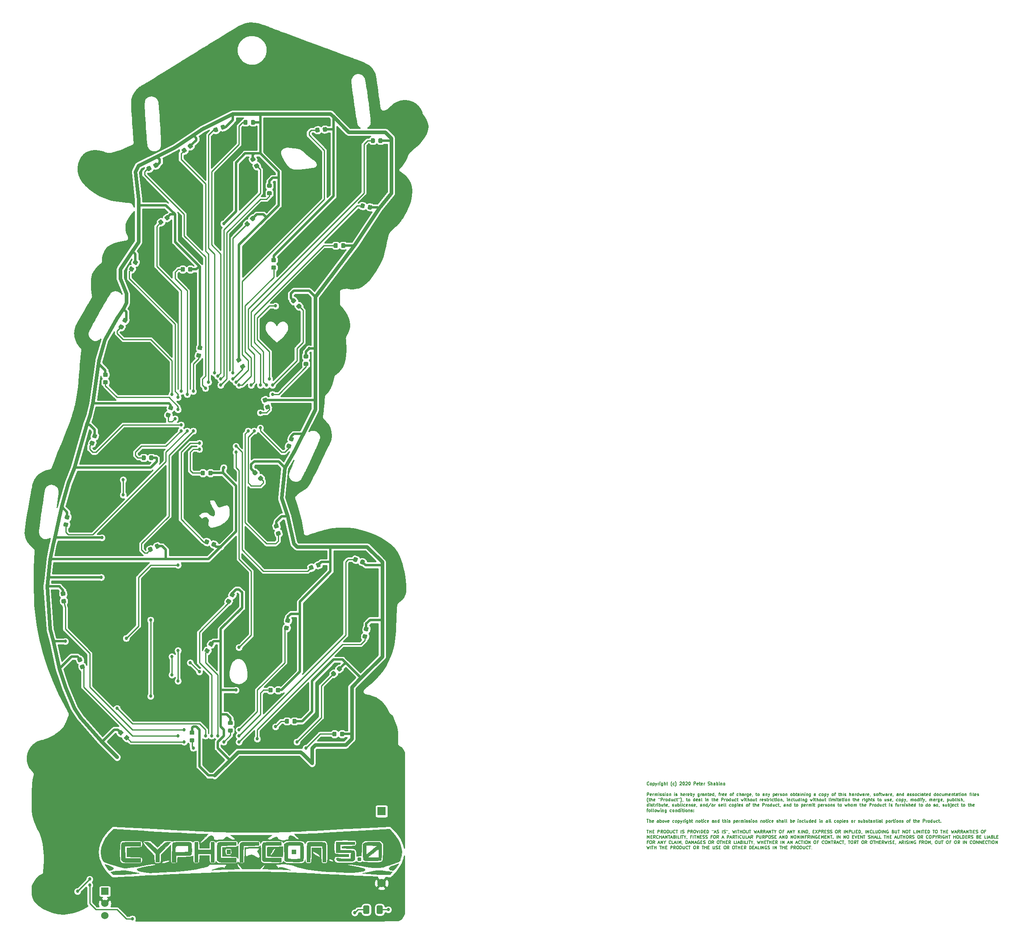
<source format=gtl>
G04 #@! TF.GenerationSoftware,KiCad,Pcbnew,(5.1.5)-3*
G04 #@! TF.CreationDate,2020-02-08T22:35:01-06:00*
G04 #@! TF.ProjectId,tymkrs_Cyphercon_2020_coyote,74796d6b-7273-45f4-9379-70686572636f,V0*
G04 #@! TF.SameCoordinates,Original*
G04 #@! TF.FileFunction,Copper,L1,Top*
G04 #@! TF.FilePolarity,Positive*
%FSLAX46Y46*%
G04 Gerber Fmt 4.6, Leading zero omitted, Abs format (unit mm)*
G04 Created by KiCad (PCBNEW (5.1.5)-3) date 2020-02-08 22:35:01*
%MOMM*%
%LPD*%
G04 APERTURE LIST*
%ADD10C,0.158750*%
%ADD11C,0.010000*%
%ADD12C,0.100000*%
%ADD13C,1.524000*%
%ADD14R,1.524000X1.524000*%
%ADD15C,1.778000*%
%ADD16R,1.778000X1.778000*%
%ADD17C,0.690000*%
%ADD18C,0.254000*%
%ADD19C,0.762000*%
%ADD20C,0.508000*%
G04 APERTURE END LIST*
D10*
X209913235Y-167660410D02*
X209882997Y-167690648D01*
X209792282Y-167720886D01*
X209731806Y-167720886D01*
X209641092Y-167690648D01*
X209580616Y-167630172D01*
X209550377Y-167569696D01*
X209520139Y-167448744D01*
X209520139Y-167358029D01*
X209550377Y-167237077D01*
X209580616Y-167176601D01*
X209641092Y-167116125D01*
X209731806Y-167085886D01*
X209792282Y-167085886D01*
X209882997Y-167116125D01*
X209913235Y-167146363D01*
X210276092Y-167720886D02*
X210215616Y-167690648D01*
X210185377Y-167660410D01*
X210155139Y-167599934D01*
X210155139Y-167418505D01*
X210185377Y-167358029D01*
X210215616Y-167327791D01*
X210276092Y-167297553D01*
X210366806Y-167297553D01*
X210427282Y-167327791D01*
X210457520Y-167358029D01*
X210487758Y-167418505D01*
X210487758Y-167599934D01*
X210457520Y-167660410D01*
X210427282Y-167690648D01*
X210366806Y-167720886D01*
X210276092Y-167720886D01*
X210759901Y-167297553D02*
X210759901Y-167932553D01*
X210759901Y-167327791D02*
X210820377Y-167297553D01*
X210941330Y-167297553D01*
X211001806Y-167327791D01*
X211032044Y-167358029D01*
X211062282Y-167418505D01*
X211062282Y-167599934D01*
X211032044Y-167660410D01*
X211001806Y-167690648D01*
X210941330Y-167720886D01*
X210820377Y-167720886D01*
X210759901Y-167690648D01*
X211273949Y-167297553D02*
X211425139Y-167720886D01*
X211576330Y-167297553D02*
X211425139Y-167720886D01*
X211364663Y-167872077D01*
X211334425Y-167902315D01*
X211273949Y-167932553D01*
X211818235Y-167720886D02*
X211818235Y-167297553D01*
X211818235Y-167418505D02*
X211848473Y-167358029D01*
X211878711Y-167327791D01*
X211939187Y-167297553D01*
X211999663Y-167297553D01*
X212211330Y-167720886D02*
X212211330Y-167297553D01*
X212211330Y-167085886D02*
X212181092Y-167116125D01*
X212211330Y-167146363D01*
X212241568Y-167116125D01*
X212211330Y-167085886D01*
X212211330Y-167146363D01*
X212785854Y-167297553D02*
X212785854Y-167811601D01*
X212755616Y-167872077D01*
X212725377Y-167902315D01*
X212664901Y-167932553D01*
X212574187Y-167932553D01*
X212513711Y-167902315D01*
X212785854Y-167690648D02*
X212725377Y-167720886D01*
X212604425Y-167720886D01*
X212543949Y-167690648D01*
X212513711Y-167660410D01*
X212483473Y-167599934D01*
X212483473Y-167418505D01*
X212513711Y-167358029D01*
X212543949Y-167327791D01*
X212604425Y-167297553D01*
X212725377Y-167297553D01*
X212785854Y-167327791D01*
X213088235Y-167720886D02*
X213088235Y-167085886D01*
X213360377Y-167720886D02*
X213360377Y-167388267D01*
X213330139Y-167327791D01*
X213269663Y-167297553D01*
X213178949Y-167297553D01*
X213118473Y-167327791D01*
X213088235Y-167358029D01*
X213572044Y-167297553D02*
X213813949Y-167297553D01*
X213662758Y-167085886D02*
X213662758Y-167630172D01*
X213692997Y-167690648D01*
X213753473Y-167720886D01*
X213813949Y-167720886D01*
X214690854Y-167962791D02*
X214660616Y-167932553D01*
X214600139Y-167841839D01*
X214569901Y-167781363D01*
X214539663Y-167690648D01*
X214509425Y-167539458D01*
X214509425Y-167418505D01*
X214539663Y-167267315D01*
X214569901Y-167176601D01*
X214600139Y-167116125D01*
X214660616Y-167025410D01*
X214690854Y-166995172D01*
X215204901Y-167690648D02*
X215144425Y-167720886D01*
X215023473Y-167720886D01*
X214962997Y-167690648D01*
X214932758Y-167660410D01*
X214902520Y-167599934D01*
X214902520Y-167418505D01*
X214932758Y-167358029D01*
X214962997Y-167327791D01*
X215023473Y-167297553D01*
X215144425Y-167297553D01*
X215204901Y-167327791D01*
X215416568Y-167962791D02*
X215446806Y-167932553D01*
X215507282Y-167841839D01*
X215537520Y-167781363D01*
X215567758Y-167690648D01*
X215597997Y-167539458D01*
X215597997Y-167418505D01*
X215567758Y-167267315D01*
X215537520Y-167176601D01*
X215507282Y-167116125D01*
X215446806Y-167025410D01*
X215416568Y-166995172D01*
X216353949Y-167146363D02*
X216384187Y-167116125D01*
X216444663Y-167085886D01*
X216595854Y-167085886D01*
X216656330Y-167116125D01*
X216686568Y-167146363D01*
X216716806Y-167206839D01*
X216716806Y-167267315D01*
X216686568Y-167358029D01*
X216323711Y-167720886D01*
X216716806Y-167720886D01*
X217109901Y-167085886D02*
X217170377Y-167085886D01*
X217230854Y-167116125D01*
X217261092Y-167146363D01*
X217291330Y-167206839D01*
X217321568Y-167327791D01*
X217321568Y-167478982D01*
X217291330Y-167599934D01*
X217261092Y-167660410D01*
X217230854Y-167690648D01*
X217170377Y-167720886D01*
X217109901Y-167720886D01*
X217049425Y-167690648D01*
X217019187Y-167660410D01*
X216988949Y-167599934D01*
X216958711Y-167478982D01*
X216958711Y-167327791D01*
X216988949Y-167206839D01*
X217019187Y-167146363D01*
X217049425Y-167116125D01*
X217109901Y-167085886D01*
X217563473Y-167146363D02*
X217593711Y-167116125D01*
X217654187Y-167085886D01*
X217805377Y-167085886D01*
X217865854Y-167116125D01*
X217896092Y-167146363D01*
X217926330Y-167206839D01*
X217926330Y-167267315D01*
X217896092Y-167358029D01*
X217533235Y-167720886D01*
X217926330Y-167720886D01*
X218319425Y-167085886D02*
X218379901Y-167085886D01*
X218440377Y-167116125D01*
X218470616Y-167146363D01*
X218500854Y-167206839D01*
X218531092Y-167327791D01*
X218531092Y-167478982D01*
X218500854Y-167599934D01*
X218470616Y-167660410D01*
X218440377Y-167690648D01*
X218379901Y-167720886D01*
X218319425Y-167720886D01*
X218258949Y-167690648D01*
X218228711Y-167660410D01*
X218198473Y-167599934D01*
X218168235Y-167478982D01*
X218168235Y-167327791D01*
X218198473Y-167206839D01*
X218228711Y-167146363D01*
X218258949Y-167116125D01*
X218319425Y-167085886D01*
X219287044Y-167720886D02*
X219287044Y-167085886D01*
X219528949Y-167085886D01*
X219589425Y-167116125D01*
X219619663Y-167146363D01*
X219649901Y-167206839D01*
X219649901Y-167297553D01*
X219619663Y-167358029D01*
X219589425Y-167388267D01*
X219528949Y-167418505D01*
X219287044Y-167418505D01*
X220163949Y-167690648D02*
X220103473Y-167720886D01*
X219982520Y-167720886D01*
X219922044Y-167690648D01*
X219891806Y-167630172D01*
X219891806Y-167388267D01*
X219922044Y-167327791D01*
X219982520Y-167297553D01*
X220103473Y-167297553D01*
X220163949Y-167327791D01*
X220194187Y-167388267D01*
X220194187Y-167448744D01*
X219891806Y-167509220D01*
X220375616Y-167297553D02*
X220617520Y-167297553D01*
X220466330Y-167085886D02*
X220466330Y-167630172D01*
X220496568Y-167690648D01*
X220557044Y-167720886D01*
X220617520Y-167720886D01*
X221071092Y-167690648D02*
X221010616Y-167720886D01*
X220889663Y-167720886D01*
X220829187Y-167690648D01*
X220798949Y-167630172D01*
X220798949Y-167388267D01*
X220829187Y-167327791D01*
X220889663Y-167297553D01*
X221010616Y-167297553D01*
X221071092Y-167327791D01*
X221101330Y-167388267D01*
X221101330Y-167448744D01*
X220798949Y-167509220D01*
X221373473Y-167720886D02*
X221373473Y-167297553D01*
X221373473Y-167418505D02*
X221403711Y-167358029D01*
X221433949Y-167327791D01*
X221494425Y-167297553D01*
X221554901Y-167297553D01*
X222220139Y-167690648D02*
X222310854Y-167720886D01*
X222462044Y-167720886D01*
X222522520Y-167690648D01*
X222552758Y-167660410D01*
X222582997Y-167599934D01*
X222582997Y-167539458D01*
X222552758Y-167478982D01*
X222522520Y-167448744D01*
X222462044Y-167418505D01*
X222341092Y-167388267D01*
X222280616Y-167358029D01*
X222250377Y-167327791D01*
X222220139Y-167267315D01*
X222220139Y-167206839D01*
X222250377Y-167146363D01*
X222280616Y-167116125D01*
X222341092Y-167085886D01*
X222492282Y-167085886D01*
X222582997Y-167116125D01*
X222855139Y-167720886D02*
X222855139Y-167085886D01*
X223127282Y-167720886D02*
X223127282Y-167388267D01*
X223097044Y-167327791D01*
X223036568Y-167297553D01*
X222945854Y-167297553D01*
X222885377Y-167327791D01*
X222855139Y-167358029D01*
X223701806Y-167720886D02*
X223701806Y-167388267D01*
X223671568Y-167327791D01*
X223611092Y-167297553D01*
X223490139Y-167297553D01*
X223429663Y-167327791D01*
X223701806Y-167690648D02*
X223641330Y-167720886D01*
X223490139Y-167720886D01*
X223429663Y-167690648D01*
X223399425Y-167630172D01*
X223399425Y-167569696D01*
X223429663Y-167509220D01*
X223490139Y-167478982D01*
X223641330Y-167478982D01*
X223701806Y-167448744D01*
X224004187Y-167720886D02*
X224004187Y-167085886D01*
X224004187Y-167327791D02*
X224064663Y-167297553D01*
X224185616Y-167297553D01*
X224246092Y-167327791D01*
X224276330Y-167358029D01*
X224306568Y-167418505D01*
X224306568Y-167599934D01*
X224276330Y-167660410D01*
X224246092Y-167690648D01*
X224185616Y-167720886D01*
X224064663Y-167720886D01*
X224004187Y-167690648D01*
X224578711Y-167720886D02*
X224578711Y-167297553D01*
X224578711Y-167085886D02*
X224548473Y-167116125D01*
X224578711Y-167146363D01*
X224608949Y-167116125D01*
X224578711Y-167085886D01*
X224578711Y-167146363D01*
X224881092Y-167297553D02*
X224881092Y-167720886D01*
X224881092Y-167358029D02*
X224911330Y-167327791D01*
X224971806Y-167297553D01*
X225062520Y-167297553D01*
X225122997Y-167327791D01*
X225153235Y-167388267D01*
X225153235Y-167720886D01*
X225546330Y-167720886D02*
X225485854Y-167690648D01*
X225455616Y-167660410D01*
X225425377Y-167599934D01*
X225425377Y-167418505D01*
X225455616Y-167358029D01*
X225485854Y-167327791D01*
X225546330Y-167297553D01*
X225637044Y-167297553D01*
X225697520Y-167327791D01*
X225727758Y-167358029D01*
X225757997Y-167418505D01*
X225757997Y-167599934D01*
X225727758Y-167660410D01*
X225697520Y-167690648D01*
X225637044Y-167720886D01*
X225546330Y-167720886D01*
X209550377Y-169943386D02*
X209550377Y-169308386D01*
X209792282Y-169308386D01*
X209852758Y-169338625D01*
X209882997Y-169368863D01*
X209913235Y-169429339D01*
X209913235Y-169520053D01*
X209882997Y-169580529D01*
X209852758Y-169610767D01*
X209792282Y-169641005D01*
X209550377Y-169641005D01*
X210427282Y-169913148D02*
X210366806Y-169943386D01*
X210245854Y-169943386D01*
X210185377Y-169913148D01*
X210155139Y-169852672D01*
X210155139Y-169610767D01*
X210185377Y-169550291D01*
X210245854Y-169520053D01*
X210366806Y-169520053D01*
X210427282Y-169550291D01*
X210457520Y-169610767D01*
X210457520Y-169671244D01*
X210155139Y-169731720D01*
X210729663Y-169943386D02*
X210729663Y-169520053D01*
X210729663Y-169641005D02*
X210759901Y-169580529D01*
X210790139Y-169550291D01*
X210850616Y-169520053D01*
X210911092Y-169520053D01*
X211122758Y-169943386D02*
X211122758Y-169520053D01*
X211122758Y-169580529D02*
X211152997Y-169550291D01*
X211213473Y-169520053D01*
X211304187Y-169520053D01*
X211364663Y-169550291D01*
X211394901Y-169610767D01*
X211394901Y-169943386D01*
X211394901Y-169610767D02*
X211425139Y-169550291D01*
X211485616Y-169520053D01*
X211576330Y-169520053D01*
X211636806Y-169550291D01*
X211667044Y-169610767D01*
X211667044Y-169943386D01*
X211969425Y-169943386D02*
X211969425Y-169520053D01*
X211969425Y-169308386D02*
X211939187Y-169338625D01*
X211969425Y-169368863D01*
X211999663Y-169338625D01*
X211969425Y-169308386D01*
X211969425Y-169368863D01*
X212241568Y-169913148D02*
X212302044Y-169943386D01*
X212422997Y-169943386D01*
X212483473Y-169913148D01*
X212513711Y-169852672D01*
X212513711Y-169822434D01*
X212483473Y-169761958D01*
X212422997Y-169731720D01*
X212332282Y-169731720D01*
X212271806Y-169701482D01*
X212241568Y-169641005D01*
X212241568Y-169610767D01*
X212271806Y-169550291D01*
X212332282Y-169520053D01*
X212422997Y-169520053D01*
X212483473Y-169550291D01*
X212755616Y-169913148D02*
X212816092Y-169943386D01*
X212937044Y-169943386D01*
X212997520Y-169913148D01*
X213027758Y-169852672D01*
X213027758Y-169822434D01*
X212997520Y-169761958D01*
X212937044Y-169731720D01*
X212846330Y-169731720D01*
X212785854Y-169701482D01*
X212755616Y-169641005D01*
X212755616Y-169610767D01*
X212785854Y-169550291D01*
X212846330Y-169520053D01*
X212937044Y-169520053D01*
X212997520Y-169550291D01*
X213299901Y-169943386D02*
X213299901Y-169520053D01*
X213299901Y-169308386D02*
X213269663Y-169338625D01*
X213299901Y-169368863D01*
X213330139Y-169338625D01*
X213299901Y-169308386D01*
X213299901Y-169368863D01*
X213692997Y-169943386D02*
X213632520Y-169913148D01*
X213602282Y-169882910D01*
X213572044Y-169822434D01*
X213572044Y-169641005D01*
X213602282Y-169580529D01*
X213632520Y-169550291D01*
X213692997Y-169520053D01*
X213783711Y-169520053D01*
X213844187Y-169550291D01*
X213874425Y-169580529D01*
X213904663Y-169641005D01*
X213904663Y-169822434D01*
X213874425Y-169882910D01*
X213844187Y-169913148D01*
X213783711Y-169943386D01*
X213692997Y-169943386D01*
X214176806Y-169520053D02*
X214176806Y-169943386D01*
X214176806Y-169580529D02*
X214207044Y-169550291D01*
X214267520Y-169520053D01*
X214358235Y-169520053D01*
X214418711Y-169550291D01*
X214448949Y-169610767D01*
X214448949Y-169943386D01*
X215235139Y-169943386D02*
X215235139Y-169520053D01*
X215235139Y-169308386D02*
X215204901Y-169338625D01*
X215235139Y-169368863D01*
X215265377Y-169338625D01*
X215235139Y-169308386D01*
X215235139Y-169368863D01*
X215507282Y-169913148D02*
X215567758Y-169943386D01*
X215688711Y-169943386D01*
X215749187Y-169913148D01*
X215779425Y-169852672D01*
X215779425Y-169822434D01*
X215749187Y-169761958D01*
X215688711Y-169731720D01*
X215597997Y-169731720D01*
X215537520Y-169701482D01*
X215507282Y-169641005D01*
X215507282Y-169610767D01*
X215537520Y-169550291D01*
X215597997Y-169520053D01*
X215688711Y-169520053D01*
X215749187Y-169550291D01*
X216535377Y-169943386D02*
X216535377Y-169308386D01*
X216807520Y-169943386D02*
X216807520Y-169610767D01*
X216777282Y-169550291D01*
X216716806Y-169520053D01*
X216626092Y-169520053D01*
X216565616Y-169550291D01*
X216535377Y-169580529D01*
X217351806Y-169913148D02*
X217291330Y-169943386D01*
X217170377Y-169943386D01*
X217109901Y-169913148D01*
X217079663Y-169852672D01*
X217079663Y-169610767D01*
X217109901Y-169550291D01*
X217170377Y-169520053D01*
X217291330Y-169520053D01*
X217351806Y-169550291D01*
X217382044Y-169610767D01*
X217382044Y-169671244D01*
X217079663Y-169731720D01*
X217654187Y-169943386D02*
X217654187Y-169520053D01*
X217654187Y-169641005D02*
X217684425Y-169580529D01*
X217714663Y-169550291D01*
X217775139Y-169520053D01*
X217835616Y-169520053D01*
X218289187Y-169913148D02*
X218228711Y-169943386D01*
X218107758Y-169943386D01*
X218047282Y-169913148D01*
X218017044Y-169852672D01*
X218017044Y-169610767D01*
X218047282Y-169550291D01*
X218107758Y-169520053D01*
X218228711Y-169520053D01*
X218289187Y-169550291D01*
X218319425Y-169610767D01*
X218319425Y-169671244D01*
X218017044Y-169731720D01*
X218591568Y-169943386D02*
X218591568Y-169308386D01*
X218591568Y-169550291D02*
X218652044Y-169520053D01*
X218772997Y-169520053D01*
X218833473Y-169550291D01*
X218863711Y-169580529D01*
X218893949Y-169641005D01*
X218893949Y-169822434D01*
X218863711Y-169882910D01*
X218833473Y-169913148D01*
X218772997Y-169943386D01*
X218652044Y-169943386D01*
X218591568Y-169913148D01*
X219105616Y-169520053D02*
X219256806Y-169943386D01*
X219407997Y-169520053D02*
X219256806Y-169943386D01*
X219196330Y-170094577D01*
X219166092Y-170124815D01*
X219105616Y-170155053D01*
X220405854Y-169520053D02*
X220405854Y-170034101D01*
X220375616Y-170094577D01*
X220345377Y-170124815D01*
X220284901Y-170155053D01*
X220194187Y-170155053D01*
X220133711Y-170124815D01*
X220405854Y-169913148D02*
X220345377Y-169943386D01*
X220224425Y-169943386D01*
X220163949Y-169913148D01*
X220133711Y-169882910D01*
X220103473Y-169822434D01*
X220103473Y-169641005D01*
X220133711Y-169580529D01*
X220163949Y-169550291D01*
X220224425Y-169520053D01*
X220345377Y-169520053D01*
X220405854Y-169550291D01*
X220708235Y-169943386D02*
X220708235Y-169520053D01*
X220708235Y-169641005D02*
X220738473Y-169580529D01*
X220768711Y-169550291D01*
X220829187Y-169520053D01*
X220889663Y-169520053D01*
X221373473Y-169943386D02*
X221373473Y-169610767D01*
X221343235Y-169550291D01*
X221282758Y-169520053D01*
X221161806Y-169520053D01*
X221101330Y-169550291D01*
X221373473Y-169913148D02*
X221312997Y-169943386D01*
X221161806Y-169943386D01*
X221101330Y-169913148D01*
X221071092Y-169852672D01*
X221071092Y-169792196D01*
X221101330Y-169731720D01*
X221161806Y-169701482D01*
X221312997Y-169701482D01*
X221373473Y-169671244D01*
X221675854Y-169520053D02*
X221675854Y-169943386D01*
X221675854Y-169580529D02*
X221706092Y-169550291D01*
X221766568Y-169520053D01*
X221857282Y-169520053D01*
X221917758Y-169550291D01*
X221947997Y-169610767D01*
X221947997Y-169943386D01*
X222159663Y-169520053D02*
X222401568Y-169520053D01*
X222250377Y-169308386D02*
X222250377Y-169852672D01*
X222280616Y-169913148D01*
X222341092Y-169943386D01*
X222401568Y-169943386D01*
X222855139Y-169913148D02*
X222794663Y-169943386D01*
X222673711Y-169943386D01*
X222613235Y-169913148D01*
X222582997Y-169852672D01*
X222582997Y-169610767D01*
X222613235Y-169550291D01*
X222673711Y-169520053D01*
X222794663Y-169520053D01*
X222855139Y-169550291D01*
X222885377Y-169610767D01*
X222885377Y-169671244D01*
X222582997Y-169731720D01*
X223429663Y-169943386D02*
X223429663Y-169308386D01*
X223429663Y-169913148D02*
X223369187Y-169943386D01*
X223248235Y-169943386D01*
X223187758Y-169913148D01*
X223157520Y-169882910D01*
X223127282Y-169822434D01*
X223127282Y-169641005D01*
X223157520Y-169580529D01*
X223187758Y-169550291D01*
X223248235Y-169520053D01*
X223369187Y-169520053D01*
X223429663Y-169550291D01*
X223762282Y-169913148D02*
X223762282Y-169943386D01*
X223732044Y-170003863D01*
X223701806Y-170034101D01*
X224427520Y-169520053D02*
X224669425Y-169520053D01*
X224518235Y-169943386D02*
X224518235Y-169399101D01*
X224548473Y-169338625D01*
X224608949Y-169308386D01*
X224669425Y-169308386D01*
X224881092Y-169943386D02*
X224881092Y-169520053D01*
X224881092Y-169641005D02*
X224911330Y-169580529D01*
X224941568Y-169550291D01*
X225002044Y-169520053D01*
X225062520Y-169520053D01*
X225516092Y-169913148D02*
X225455616Y-169943386D01*
X225334663Y-169943386D01*
X225274187Y-169913148D01*
X225243949Y-169852672D01*
X225243949Y-169610767D01*
X225274187Y-169550291D01*
X225334663Y-169520053D01*
X225455616Y-169520053D01*
X225516092Y-169550291D01*
X225546330Y-169610767D01*
X225546330Y-169671244D01*
X225243949Y-169731720D01*
X226060377Y-169913148D02*
X225999901Y-169943386D01*
X225878949Y-169943386D01*
X225818473Y-169913148D01*
X225788235Y-169852672D01*
X225788235Y-169610767D01*
X225818473Y-169550291D01*
X225878949Y-169520053D01*
X225999901Y-169520053D01*
X226060377Y-169550291D01*
X226090616Y-169610767D01*
X226090616Y-169671244D01*
X225788235Y-169731720D01*
X226937282Y-169943386D02*
X226876806Y-169913148D01*
X226846568Y-169882910D01*
X226816330Y-169822434D01*
X226816330Y-169641005D01*
X226846568Y-169580529D01*
X226876806Y-169550291D01*
X226937282Y-169520053D01*
X227027997Y-169520053D01*
X227088473Y-169550291D01*
X227118711Y-169580529D01*
X227148949Y-169641005D01*
X227148949Y-169822434D01*
X227118711Y-169882910D01*
X227088473Y-169913148D01*
X227027997Y-169943386D01*
X226937282Y-169943386D01*
X227330377Y-169520053D02*
X227572282Y-169520053D01*
X227421092Y-169943386D02*
X227421092Y-169399101D01*
X227451330Y-169338625D01*
X227511806Y-169308386D01*
X227572282Y-169308386D01*
X228539901Y-169913148D02*
X228479425Y-169943386D01*
X228358473Y-169943386D01*
X228297997Y-169913148D01*
X228267758Y-169882910D01*
X228237520Y-169822434D01*
X228237520Y-169641005D01*
X228267758Y-169580529D01*
X228297997Y-169550291D01*
X228358473Y-169520053D01*
X228479425Y-169520053D01*
X228539901Y-169550291D01*
X228812044Y-169943386D02*
X228812044Y-169308386D01*
X229084187Y-169943386D02*
X229084187Y-169610767D01*
X229053949Y-169550291D01*
X228993473Y-169520053D01*
X228902758Y-169520053D01*
X228842282Y-169550291D01*
X228812044Y-169580529D01*
X229658711Y-169943386D02*
X229658711Y-169610767D01*
X229628473Y-169550291D01*
X229567997Y-169520053D01*
X229447044Y-169520053D01*
X229386568Y-169550291D01*
X229658711Y-169913148D02*
X229598235Y-169943386D01*
X229447044Y-169943386D01*
X229386568Y-169913148D01*
X229356330Y-169852672D01*
X229356330Y-169792196D01*
X229386568Y-169731720D01*
X229447044Y-169701482D01*
X229598235Y-169701482D01*
X229658711Y-169671244D01*
X229961092Y-169943386D02*
X229961092Y-169520053D01*
X229961092Y-169641005D02*
X229991330Y-169580529D01*
X230021568Y-169550291D01*
X230082044Y-169520053D01*
X230142520Y-169520053D01*
X230626330Y-169520053D02*
X230626330Y-170034101D01*
X230596092Y-170094577D01*
X230565854Y-170124815D01*
X230505377Y-170155053D01*
X230414663Y-170155053D01*
X230354187Y-170124815D01*
X230626330Y-169913148D02*
X230565854Y-169943386D01*
X230444901Y-169943386D01*
X230384425Y-169913148D01*
X230354187Y-169882910D01*
X230323949Y-169822434D01*
X230323949Y-169641005D01*
X230354187Y-169580529D01*
X230384425Y-169550291D01*
X230444901Y-169520053D01*
X230565854Y-169520053D01*
X230626330Y-169550291D01*
X231170616Y-169913148D02*
X231110139Y-169943386D01*
X230989187Y-169943386D01*
X230928711Y-169913148D01*
X230898473Y-169852672D01*
X230898473Y-169610767D01*
X230928711Y-169550291D01*
X230989187Y-169520053D01*
X231110139Y-169520053D01*
X231170616Y-169550291D01*
X231200854Y-169610767D01*
X231200854Y-169671244D01*
X230898473Y-169731720D01*
X231503235Y-169913148D02*
X231503235Y-169943386D01*
X231472997Y-170003863D01*
X231442758Y-170034101D01*
X232168473Y-169520053D02*
X232410377Y-169520053D01*
X232259187Y-169308386D02*
X232259187Y-169852672D01*
X232289425Y-169913148D01*
X232349901Y-169943386D01*
X232410377Y-169943386D01*
X232712758Y-169943386D02*
X232652282Y-169913148D01*
X232622044Y-169882910D01*
X232591806Y-169822434D01*
X232591806Y-169641005D01*
X232622044Y-169580529D01*
X232652282Y-169550291D01*
X232712758Y-169520053D01*
X232803473Y-169520053D01*
X232863949Y-169550291D01*
X232894187Y-169580529D01*
X232924425Y-169641005D01*
X232924425Y-169822434D01*
X232894187Y-169882910D01*
X232863949Y-169913148D01*
X232803473Y-169943386D01*
X232712758Y-169943386D01*
X233952520Y-169943386D02*
X233952520Y-169610767D01*
X233922282Y-169550291D01*
X233861806Y-169520053D01*
X233740854Y-169520053D01*
X233680377Y-169550291D01*
X233952520Y-169913148D02*
X233892044Y-169943386D01*
X233740854Y-169943386D01*
X233680377Y-169913148D01*
X233650139Y-169852672D01*
X233650139Y-169792196D01*
X233680377Y-169731720D01*
X233740854Y-169701482D01*
X233892044Y-169701482D01*
X233952520Y-169671244D01*
X234254901Y-169520053D02*
X234254901Y-169943386D01*
X234254901Y-169580529D02*
X234285139Y-169550291D01*
X234345616Y-169520053D01*
X234436330Y-169520053D01*
X234496806Y-169550291D01*
X234527044Y-169610767D01*
X234527044Y-169943386D01*
X234768949Y-169520053D02*
X234920139Y-169943386D01*
X235071330Y-169520053D02*
X234920139Y-169943386D01*
X234859663Y-170094577D01*
X234829425Y-170124815D01*
X234768949Y-170155053D01*
X235797044Y-169520053D02*
X235797044Y-170155053D01*
X235797044Y-169550291D02*
X235857520Y-169520053D01*
X235978473Y-169520053D01*
X236038949Y-169550291D01*
X236069187Y-169580529D01*
X236099425Y-169641005D01*
X236099425Y-169822434D01*
X236069187Y-169882910D01*
X236038949Y-169913148D01*
X235978473Y-169943386D01*
X235857520Y-169943386D01*
X235797044Y-169913148D01*
X236613473Y-169913148D02*
X236552997Y-169943386D01*
X236432044Y-169943386D01*
X236371568Y-169913148D01*
X236341330Y-169852672D01*
X236341330Y-169610767D01*
X236371568Y-169550291D01*
X236432044Y-169520053D01*
X236552997Y-169520053D01*
X236613473Y-169550291D01*
X236643711Y-169610767D01*
X236643711Y-169671244D01*
X236341330Y-169731720D01*
X236915854Y-169943386D02*
X236915854Y-169520053D01*
X236915854Y-169641005D02*
X236946092Y-169580529D01*
X236976330Y-169550291D01*
X237036806Y-169520053D01*
X237097282Y-169520053D01*
X237278711Y-169913148D02*
X237339187Y-169943386D01*
X237460139Y-169943386D01*
X237520616Y-169913148D01*
X237550854Y-169852672D01*
X237550854Y-169822434D01*
X237520616Y-169761958D01*
X237460139Y-169731720D01*
X237369425Y-169731720D01*
X237308949Y-169701482D01*
X237278711Y-169641005D01*
X237278711Y-169610767D01*
X237308949Y-169550291D01*
X237369425Y-169520053D01*
X237460139Y-169520053D01*
X237520616Y-169550291D01*
X237913711Y-169943386D02*
X237853235Y-169913148D01*
X237822997Y-169882910D01*
X237792758Y-169822434D01*
X237792758Y-169641005D01*
X237822997Y-169580529D01*
X237853235Y-169550291D01*
X237913711Y-169520053D01*
X238004425Y-169520053D01*
X238064901Y-169550291D01*
X238095139Y-169580529D01*
X238125377Y-169641005D01*
X238125377Y-169822434D01*
X238095139Y-169882910D01*
X238064901Y-169913148D01*
X238004425Y-169943386D01*
X237913711Y-169943386D01*
X238397520Y-169520053D02*
X238397520Y-169943386D01*
X238397520Y-169580529D02*
X238427758Y-169550291D01*
X238488235Y-169520053D01*
X238578949Y-169520053D01*
X238639425Y-169550291D01*
X238669663Y-169610767D01*
X238669663Y-169943386D01*
X239546568Y-169943386D02*
X239486092Y-169913148D01*
X239455854Y-169882910D01*
X239425616Y-169822434D01*
X239425616Y-169641005D01*
X239455854Y-169580529D01*
X239486092Y-169550291D01*
X239546568Y-169520053D01*
X239637282Y-169520053D01*
X239697758Y-169550291D01*
X239727997Y-169580529D01*
X239758235Y-169641005D01*
X239758235Y-169822434D01*
X239727997Y-169882910D01*
X239697758Y-169913148D01*
X239637282Y-169943386D01*
X239546568Y-169943386D01*
X240030377Y-169943386D02*
X240030377Y-169308386D01*
X240030377Y-169550291D02*
X240090854Y-169520053D01*
X240211806Y-169520053D01*
X240272282Y-169550291D01*
X240302520Y-169580529D01*
X240332758Y-169641005D01*
X240332758Y-169822434D01*
X240302520Y-169882910D01*
X240272282Y-169913148D01*
X240211806Y-169943386D01*
X240090854Y-169943386D01*
X240030377Y-169913148D01*
X240514187Y-169520053D02*
X240756092Y-169520053D01*
X240604901Y-169308386D02*
X240604901Y-169852672D01*
X240635139Y-169913148D01*
X240695616Y-169943386D01*
X240756092Y-169943386D01*
X241239901Y-169943386D02*
X241239901Y-169610767D01*
X241209663Y-169550291D01*
X241149187Y-169520053D01*
X241028235Y-169520053D01*
X240967758Y-169550291D01*
X241239901Y-169913148D02*
X241179425Y-169943386D01*
X241028235Y-169943386D01*
X240967758Y-169913148D01*
X240937520Y-169852672D01*
X240937520Y-169792196D01*
X240967758Y-169731720D01*
X241028235Y-169701482D01*
X241179425Y-169701482D01*
X241239901Y-169671244D01*
X241542282Y-169943386D02*
X241542282Y-169520053D01*
X241542282Y-169308386D02*
X241512044Y-169338625D01*
X241542282Y-169368863D01*
X241572520Y-169338625D01*
X241542282Y-169308386D01*
X241542282Y-169368863D01*
X241844663Y-169520053D02*
X241844663Y-169943386D01*
X241844663Y-169580529D02*
X241874901Y-169550291D01*
X241935377Y-169520053D01*
X242026092Y-169520053D01*
X242086568Y-169550291D01*
X242116806Y-169610767D01*
X242116806Y-169943386D01*
X242419187Y-169943386D02*
X242419187Y-169520053D01*
X242419187Y-169308386D02*
X242388949Y-169338625D01*
X242419187Y-169368863D01*
X242449425Y-169338625D01*
X242419187Y-169308386D01*
X242419187Y-169368863D01*
X242721568Y-169520053D02*
X242721568Y-169943386D01*
X242721568Y-169580529D02*
X242751806Y-169550291D01*
X242812282Y-169520053D01*
X242902997Y-169520053D01*
X242963473Y-169550291D01*
X242993711Y-169610767D01*
X242993711Y-169943386D01*
X243568235Y-169520053D02*
X243568235Y-170034101D01*
X243537997Y-170094577D01*
X243507758Y-170124815D01*
X243447282Y-170155053D01*
X243356568Y-170155053D01*
X243296092Y-170124815D01*
X243568235Y-169913148D02*
X243507758Y-169943386D01*
X243386806Y-169943386D01*
X243326330Y-169913148D01*
X243296092Y-169882910D01*
X243265854Y-169822434D01*
X243265854Y-169641005D01*
X243296092Y-169580529D01*
X243326330Y-169550291D01*
X243386806Y-169520053D01*
X243507758Y-169520053D01*
X243568235Y-169550291D01*
X244626568Y-169943386D02*
X244626568Y-169610767D01*
X244596330Y-169550291D01*
X244535854Y-169520053D01*
X244414901Y-169520053D01*
X244354425Y-169550291D01*
X244626568Y-169913148D02*
X244566092Y-169943386D01*
X244414901Y-169943386D01*
X244354425Y-169913148D01*
X244324187Y-169852672D01*
X244324187Y-169792196D01*
X244354425Y-169731720D01*
X244414901Y-169701482D01*
X244566092Y-169701482D01*
X244626568Y-169671244D01*
X245684901Y-169913148D02*
X245624425Y-169943386D01*
X245503473Y-169943386D01*
X245442997Y-169913148D01*
X245412758Y-169882910D01*
X245382520Y-169822434D01*
X245382520Y-169641005D01*
X245412758Y-169580529D01*
X245442997Y-169550291D01*
X245503473Y-169520053D01*
X245624425Y-169520053D01*
X245684901Y-169550291D01*
X246047758Y-169943386D02*
X245987282Y-169913148D01*
X245957044Y-169882910D01*
X245926806Y-169822434D01*
X245926806Y-169641005D01*
X245957044Y-169580529D01*
X245987282Y-169550291D01*
X246047758Y-169520053D01*
X246138473Y-169520053D01*
X246198949Y-169550291D01*
X246229187Y-169580529D01*
X246259425Y-169641005D01*
X246259425Y-169822434D01*
X246229187Y-169882910D01*
X246198949Y-169913148D01*
X246138473Y-169943386D01*
X246047758Y-169943386D01*
X246531568Y-169520053D02*
X246531568Y-170155053D01*
X246531568Y-169550291D02*
X246592044Y-169520053D01*
X246712997Y-169520053D01*
X246773473Y-169550291D01*
X246803711Y-169580529D01*
X246833949Y-169641005D01*
X246833949Y-169822434D01*
X246803711Y-169882910D01*
X246773473Y-169913148D01*
X246712997Y-169943386D01*
X246592044Y-169943386D01*
X246531568Y-169913148D01*
X247045616Y-169520053D02*
X247196806Y-169943386D01*
X247347997Y-169520053D02*
X247196806Y-169943386D01*
X247136330Y-170094577D01*
X247106092Y-170124815D01*
X247045616Y-170155053D01*
X248164425Y-169943386D02*
X248103949Y-169913148D01*
X248073711Y-169882910D01*
X248043473Y-169822434D01*
X248043473Y-169641005D01*
X248073711Y-169580529D01*
X248103949Y-169550291D01*
X248164425Y-169520053D01*
X248255139Y-169520053D01*
X248315616Y-169550291D01*
X248345854Y-169580529D01*
X248376092Y-169641005D01*
X248376092Y-169822434D01*
X248345854Y-169882910D01*
X248315616Y-169913148D01*
X248255139Y-169943386D01*
X248164425Y-169943386D01*
X248557520Y-169520053D02*
X248799425Y-169520053D01*
X248648235Y-169943386D02*
X248648235Y-169399101D01*
X248678473Y-169338625D01*
X248738949Y-169308386D01*
X248799425Y-169308386D01*
X249404187Y-169520053D02*
X249646092Y-169520053D01*
X249494901Y-169308386D02*
X249494901Y-169852672D01*
X249525139Y-169913148D01*
X249585616Y-169943386D01*
X249646092Y-169943386D01*
X249857758Y-169943386D02*
X249857758Y-169308386D01*
X250129901Y-169943386D02*
X250129901Y-169610767D01*
X250099663Y-169550291D01*
X250039187Y-169520053D01*
X249948473Y-169520053D01*
X249887997Y-169550291D01*
X249857758Y-169580529D01*
X250432282Y-169943386D02*
X250432282Y-169520053D01*
X250432282Y-169308386D02*
X250402044Y-169338625D01*
X250432282Y-169368863D01*
X250462520Y-169338625D01*
X250432282Y-169308386D01*
X250432282Y-169368863D01*
X250704425Y-169913148D02*
X250764901Y-169943386D01*
X250885854Y-169943386D01*
X250946330Y-169913148D01*
X250976568Y-169852672D01*
X250976568Y-169822434D01*
X250946330Y-169761958D01*
X250885854Y-169731720D01*
X250795139Y-169731720D01*
X250734663Y-169701482D01*
X250704425Y-169641005D01*
X250704425Y-169610767D01*
X250734663Y-169550291D01*
X250795139Y-169520053D01*
X250885854Y-169520053D01*
X250946330Y-169550291D01*
X251732520Y-169943386D02*
X251732520Y-169308386D01*
X252004663Y-169943386D02*
X252004663Y-169610767D01*
X251974425Y-169550291D01*
X251913949Y-169520053D01*
X251823235Y-169520053D01*
X251762758Y-169550291D01*
X251732520Y-169580529D01*
X252579187Y-169943386D02*
X252579187Y-169610767D01*
X252548949Y-169550291D01*
X252488473Y-169520053D01*
X252367520Y-169520053D01*
X252307044Y-169550291D01*
X252579187Y-169913148D02*
X252518711Y-169943386D01*
X252367520Y-169943386D01*
X252307044Y-169913148D01*
X252276806Y-169852672D01*
X252276806Y-169792196D01*
X252307044Y-169731720D01*
X252367520Y-169701482D01*
X252518711Y-169701482D01*
X252579187Y-169671244D01*
X252881568Y-169943386D02*
X252881568Y-169520053D01*
X252881568Y-169641005D02*
X252911806Y-169580529D01*
X252942044Y-169550291D01*
X253002520Y-169520053D01*
X253062997Y-169520053D01*
X253546806Y-169943386D02*
X253546806Y-169308386D01*
X253546806Y-169913148D02*
X253486330Y-169943386D01*
X253365377Y-169943386D01*
X253304901Y-169913148D01*
X253274663Y-169882910D01*
X253244425Y-169822434D01*
X253244425Y-169641005D01*
X253274663Y-169580529D01*
X253304901Y-169550291D01*
X253365377Y-169520053D01*
X253486330Y-169520053D01*
X253546806Y-169550291D01*
X253788711Y-169520053D02*
X253909663Y-169943386D01*
X254030616Y-169641005D01*
X254151568Y-169943386D01*
X254272520Y-169520053D01*
X254786568Y-169943386D02*
X254786568Y-169610767D01*
X254756330Y-169550291D01*
X254695854Y-169520053D01*
X254574901Y-169520053D01*
X254514425Y-169550291D01*
X254786568Y-169913148D02*
X254726092Y-169943386D01*
X254574901Y-169943386D01*
X254514425Y-169913148D01*
X254484187Y-169852672D01*
X254484187Y-169792196D01*
X254514425Y-169731720D01*
X254574901Y-169701482D01*
X254726092Y-169701482D01*
X254786568Y-169671244D01*
X255088949Y-169943386D02*
X255088949Y-169520053D01*
X255088949Y-169641005D02*
X255119187Y-169580529D01*
X255149425Y-169550291D01*
X255209901Y-169520053D01*
X255270377Y-169520053D01*
X255723949Y-169913148D02*
X255663473Y-169943386D01*
X255542520Y-169943386D01*
X255482044Y-169913148D01*
X255451806Y-169852672D01*
X255451806Y-169610767D01*
X255482044Y-169550291D01*
X255542520Y-169520053D01*
X255663473Y-169520053D01*
X255723949Y-169550291D01*
X255754187Y-169610767D01*
X255754187Y-169671244D01*
X255451806Y-169731720D01*
X256056568Y-169913148D02*
X256056568Y-169943386D01*
X256026330Y-170003863D01*
X255996092Y-170034101D01*
X256782282Y-169913148D02*
X256842758Y-169943386D01*
X256963711Y-169943386D01*
X257024187Y-169913148D01*
X257054425Y-169852672D01*
X257054425Y-169822434D01*
X257024187Y-169761958D01*
X256963711Y-169731720D01*
X256872997Y-169731720D01*
X256812520Y-169701482D01*
X256782282Y-169641005D01*
X256782282Y-169610767D01*
X256812520Y-169550291D01*
X256872997Y-169520053D01*
X256963711Y-169520053D01*
X257024187Y-169550291D01*
X257417282Y-169943386D02*
X257356806Y-169913148D01*
X257326568Y-169882910D01*
X257296330Y-169822434D01*
X257296330Y-169641005D01*
X257326568Y-169580529D01*
X257356806Y-169550291D01*
X257417282Y-169520053D01*
X257507997Y-169520053D01*
X257568473Y-169550291D01*
X257598711Y-169580529D01*
X257628949Y-169641005D01*
X257628949Y-169822434D01*
X257598711Y-169882910D01*
X257568473Y-169913148D01*
X257507997Y-169943386D01*
X257417282Y-169943386D01*
X257810377Y-169520053D02*
X258052282Y-169520053D01*
X257901092Y-169943386D02*
X257901092Y-169399101D01*
X257931330Y-169338625D01*
X257991806Y-169308386D01*
X258052282Y-169308386D01*
X258173235Y-169520053D02*
X258415139Y-169520053D01*
X258263949Y-169308386D02*
X258263949Y-169852672D01*
X258294187Y-169913148D01*
X258354663Y-169943386D01*
X258415139Y-169943386D01*
X258566330Y-169520053D02*
X258687282Y-169943386D01*
X258808235Y-169641005D01*
X258929187Y-169943386D01*
X259050139Y-169520053D01*
X259564187Y-169943386D02*
X259564187Y-169610767D01*
X259533949Y-169550291D01*
X259473473Y-169520053D01*
X259352520Y-169520053D01*
X259292044Y-169550291D01*
X259564187Y-169913148D02*
X259503711Y-169943386D01*
X259352520Y-169943386D01*
X259292044Y-169913148D01*
X259261806Y-169852672D01*
X259261806Y-169792196D01*
X259292044Y-169731720D01*
X259352520Y-169701482D01*
X259503711Y-169701482D01*
X259564187Y-169671244D01*
X259866568Y-169943386D02*
X259866568Y-169520053D01*
X259866568Y-169641005D02*
X259896806Y-169580529D01*
X259927044Y-169550291D01*
X259987520Y-169520053D01*
X260047997Y-169520053D01*
X260501568Y-169913148D02*
X260441092Y-169943386D01*
X260320139Y-169943386D01*
X260259663Y-169913148D01*
X260229425Y-169852672D01*
X260229425Y-169610767D01*
X260259663Y-169550291D01*
X260320139Y-169520053D01*
X260441092Y-169520053D01*
X260501568Y-169550291D01*
X260531806Y-169610767D01*
X260531806Y-169671244D01*
X260229425Y-169731720D01*
X260834187Y-169913148D02*
X260834187Y-169943386D01*
X260803949Y-170003863D01*
X260773711Y-170034101D01*
X261862282Y-169943386D02*
X261862282Y-169610767D01*
X261832044Y-169550291D01*
X261771568Y-169520053D01*
X261650616Y-169520053D01*
X261590139Y-169550291D01*
X261862282Y-169913148D02*
X261801806Y-169943386D01*
X261650616Y-169943386D01*
X261590139Y-169913148D01*
X261559901Y-169852672D01*
X261559901Y-169792196D01*
X261590139Y-169731720D01*
X261650616Y-169701482D01*
X261801806Y-169701482D01*
X261862282Y-169671244D01*
X262164663Y-169520053D02*
X262164663Y-169943386D01*
X262164663Y-169580529D02*
X262194901Y-169550291D01*
X262255377Y-169520053D01*
X262346092Y-169520053D01*
X262406568Y-169550291D01*
X262436806Y-169610767D01*
X262436806Y-169943386D01*
X263011330Y-169943386D02*
X263011330Y-169308386D01*
X263011330Y-169913148D02*
X262950854Y-169943386D01*
X262829901Y-169943386D01*
X262769425Y-169913148D01*
X262739187Y-169882910D01*
X262708949Y-169822434D01*
X262708949Y-169641005D01*
X262739187Y-169580529D01*
X262769425Y-169550291D01*
X262829901Y-169520053D01*
X262950854Y-169520053D01*
X263011330Y-169550291D01*
X264069663Y-169943386D02*
X264069663Y-169610767D01*
X264039425Y-169550291D01*
X263978949Y-169520053D01*
X263857997Y-169520053D01*
X263797520Y-169550291D01*
X264069663Y-169913148D02*
X264009187Y-169943386D01*
X263857997Y-169943386D01*
X263797520Y-169913148D01*
X263767282Y-169852672D01*
X263767282Y-169792196D01*
X263797520Y-169731720D01*
X263857997Y-169701482D01*
X264009187Y-169701482D01*
X264069663Y-169671244D01*
X264341806Y-169913148D02*
X264402282Y-169943386D01*
X264523235Y-169943386D01*
X264583711Y-169913148D01*
X264613949Y-169852672D01*
X264613949Y-169822434D01*
X264583711Y-169761958D01*
X264523235Y-169731720D01*
X264432520Y-169731720D01*
X264372044Y-169701482D01*
X264341806Y-169641005D01*
X264341806Y-169610767D01*
X264372044Y-169550291D01*
X264432520Y-169520053D01*
X264523235Y-169520053D01*
X264583711Y-169550291D01*
X264855854Y-169913148D02*
X264916330Y-169943386D01*
X265037282Y-169943386D01*
X265097758Y-169913148D01*
X265127997Y-169852672D01*
X265127997Y-169822434D01*
X265097758Y-169761958D01*
X265037282Y-169731720D01*
X264946568Y-169731720D01*
X264886092Y-169701482D01*
X264855854Y-169641005D01*
X264855854Y-169610767D01*
X264886092Y-169550291D01*
X264946568Y-169520053D01*
X265037282Y-169520053D01*
X265097758Y-169550291D01*
X265490854Y-169943386D02*
X265430377Y-169913148D01*
X265400139Y-169882910D01*
X265369901Y-169822434D01*
X265369901Y-169641005D01*
X265400139Y-169580529D01*
X265430377Y-169550291D01*
X265490854Y-169520053D01*
X265581568Y-169520053D01*
X265642044Y-169550291D01*
X265672282Y-169580529D01*
X265702520Y-169641005D01*
X265702520Y-169822434D01*
X265672282Y-169882910D01*
X265642044Y-169913148D01*
X265581568Y-169943386D01*
X265490854Y-169943386D01*
X266246806Y-169913148D02*
X266186330Y-169943386D01*
X266065377Y-169943386D01*
X266004901Y-169913148D01*
X265974663Y-169882910D01*
X265944425Y-169822434D01*
X265944425Y-169641005D01*
X265974663Y-169580529D01*
X266004901Y-169550291D01*
X266065377Y-169520053D01*
X266186330Y-169520053D01*
X266246806Y-169550291D01*
X266518949Y-169943386D02*
X266518949Y-169520053D01*
X266518949Y-169308386D02*
X266488711Y-169338625D01*
X266518949Y-169368863D01*
X266549187Y-169338625D01*
X266518949Y-169308386D01*
X266518949Y-169368863D01*
X267093473Y-169943386D02*
X267093473Y-169610767D01*
X267063235Y-169550291D01*
X267002758Y-169520053D01*
X266881806Y-169520053D01*
X266821330Y-169550291D01*
X267093473Y-169913148D02*
X267032997Y-169943386D01*
X266881806Y-169943386D01*
X266821330Y-169913148D01*
X266791092Y-169852672D01*
X266791092Y-169792196D01*
X266821330Y-169731720D01*
X266881806Y-169701482D01*
X267032997Y-169701482D01*
X267093473Y-169671244D01*
X267305139Y-169520053D02*
X267547044Y-169520053D01*
X267395854Y-169308386D02*
X267395854Y-169852672D01*
X267426092Y-169913148D01*
X267486568Y-169943386D01*
X267547044Y-169943386D01*
X268000616Y-169913148D02*
X267940139Y-169943386D01*
X267819187Y-169943386D01*
X267758711Y-169913148D01*
X267728473Y-169852672D01*
X267728473Y-169610767D01*
X267758711Y-169550291D01*
X267819187Y-169520053D01*
X267940139Y-169520053D01*
X268000616Y-169550291D01*
X268030854Y-169610767D01*
X268030854Y-169671244D01*
X267728473Y-169731720D01*
X268575139Y-169943386D02*
X268575139Y-169308386D01*
X268575139Y-169913148D02*
X268514663Y-169943386D01*
X268393711Y-169943386D01*
X268333235Y-169913148D01*
X268302997Y-169882910D01*
X268272758Y-169822434D01*
X268272758Y-169641005D01*
X268302997Y-169580529D01*
X268333235Y-169550291D01*
X268393711Y-169520053D01*
X268514663Y-169520053D01*
X268575139Y-169550291D01*
X269633473Y-169943386D02*
X269633473Y-169308386D01*
X269633473Y-169913148D02*
X269572997Y-169943386D01*
X269452044Y-169943386D01*
X269391568Y-169913148D01*
X269361330Y-169882910D01*
X269331092Y-169822434D01*
X269331092Y-169641005D01*
X269361330Y-169580529D01*
X269391568Y-169550291D01*
X269452044Y-169520053D01*
X269572997Y-169520053D01*
X269633473Y-169550291D01*
X270026568Y-169943386D02*
X269966092Y-169913148D01*
X269935854Y-169882910D01*
X269905616Y-169822434D01*
X269905616Y-169641005D01*
X269935854Y-169580529D01*
X269966092Y-169550291D01*
X270026568Y-169520053D01*
X270117282Y-169520053D01*
X270177758Y-169550291D01*
X270207997Y-169580529D01*
X270238235Y-169641005D01*
X270238235Y-169822434D01*
X270207997Y-169882910D01*
X270177758Y-169913148D01*
X270117282Y-169943386D01*
X270026568Y-169943386D01*
X270782520Y-169913148D02*
X270722044Y-169943386D01*
X270601092Y-169943386D01*
X270540616Y-169913148D01*
X270510377Y-169882910D01*
X270480139Y-169822434D01*
X270480139Y-169641005D01*
X270510377Y-169580529D01*
X270540616Y-169550291D01*
X270601092Y-169520053D01*
X270722044Y-169520053D01*
X270782520Y-169550291D01*
X271326806Y-169520053D02*
X271326806Y-169943386D01*
X271054663Y-169520053D02*
X271054663Y-169852672D01*
X271084901Y-169913148D01*
X271145377Y-169943386D01*
X271236092Y-169943386D01*
X271296568Y-169913148D01*
X271326806Y-169882910D01*
X271629187Y-169943386D02*
X271629187Y-169520053D01*
X271629187Y-169580529D02*
X271659425Y-169550291D01*
X271719901Y-169520053D01*
X271810616Y-169520053D01*
X271871092Y-169550291D01*
X271901330Y-169610767D01*
X271901330Y-169943386D01*
X271901330Y-169610767D02*
X271931568Y-169550291D01*
X271992044Y-169520053D01*
X272082758Y-169520053D01*
X272143235Y-169550291D01*
X272173473Y-169610767D01*
X272173473Y-169943386D01*
X272717758Y-169913148D02*
X272657282Y-169943386D01*
X272536330Y-169943386D01*
X272475854Y-169913148D01*
X272445616Y-169852672D01*
X272445616Y-169610767D01*
X272475854Y-169550291D01*
X272536330Y-169520053D01*
X272657282Y-169520053D01*
X272717758Y-169550291D01*
X272747997Y-169610767D01*
X272747997Y-169671244D01*
X272445616Y-169731720D01*
X273020139Y-169520053D02*
X273020139Y-169943386D01*
X273020139Y-169580529D02*
X273050377Y-169550291D01*
X273110854Y-169520053D01*
X273201568Y-169520053D01*
X273262044Y-169550291D01*
X273292282Y-169610767D01*
X273292282Y-169943386D01*
X273503949Y-169520053D02*
X273745854Y-169520053D01*
X273594663Y-169308386D02*
X273594663Y-169852672D01*
X273624901Y-169913148D01*
X273685377Y-169943386D01*
X273745854Y-169943386D01*
X274229663Y-169943386D02*
X274229663Y-169610767D01*
X274199425Y-169550291D01*
X274138949Y-169520053D01*
X274017997Y-169520053D01*
X273957520Y-169550291D01*
X274229663Y-169913148D02*
X274169187Y-169943386D01*
X274017997Y-169943386D01*
X273957520Y-169913148D01*
X273927282Y-169852672D01*
X273927282Y-169792196D01*
X273957520Y-169731720D01*
X274017997Y-169701482D01*
X274169187Y-169701482D01*
X274229663Y-169671244D01*
X274441330Y-169520053D02*
X274683235Y-169520053D01*
X274532044Y-169308386D02*
X274532044Y-169852672D01*
X274562282Y-169913148D01*
X274622758Y-169943386D01*
X274683235Y-169943386D01*
X274894901Y-169943386D02*
X274894901Y-169520053D01*
X274894901Y-169308386D02*
X274864663Y-169338625D01*
X274894901Y-169368863D01*
X274925139Y-169338625D01*
X274894901Y-169308386D01*
X274894901Y-169368863D01*
X275287997Y-169943386D02*
X275227520Y-169913148D01*
X275197282Y-169882910D01*
X275167044Y-169822434D01*
X275167044Y-169641005D01*
X275197282Y-169580529D01*
X275227520Y-169550291D01*
X275287997Y-169520053D01*
X275378711Y-169520053D01*
X275439187Y-169550291D01*
X275469425Y-169580529D01*
X275499663Y-169641005D01*
X275499663Y-169822434D01*
X275469425Y-169882910D01*
X275439187Y-169913148D01*
X275378711Y-169943386D01*
X275287997Y-169943386D01*
X275771806Y-169520053D02*
X275771806Y-169943386D01*
X275771806Y-169580529D02*
X275802044Y-169550291D01*
X275862520Y-169520053D01*
X275953235Y-169520053D01*
X276013711Y-169550291D01*
X276043949Y-169610767D01*
X276043949Y-169943386D01*
X276739425Y-169520053D02*
X276981330Y-169520053D01*
X276830139Y-169943386D02*
X276830139Y-169399101D01*
X276860377Y-169338625D01*
X276920854Y-169308386D01*
X276981330Y-169308386D01*
X277192997Y-169943386D02*
X277192997Y-169520053D01*
X277192997Y-169308386D02*
X277162758Y-169338625D01*
X277192997Y-169368863D01*
X277223235Y-169338625D01*
X277192997Y-169308386D01*
X277192997Y-169368863D01*
X277586092Y-169943386D02*
X277525616Y-169913148D01*
X277495377Y-169852672D01*
X277495377Y-169308386D01*
X278069901Y-169913148D02*
X278009425Y-169943386D01*
X277888473Y-169943386D01*
X277827997Y-169913148D01*
X277797758Y-169852672D01*
X277797758Y-169610767D01*
X277827997Y-169550291D01*
X277888473Y-169520053D01*
X278009425Y-169520053D01*
X278069901Y-169550291D01*
X278100139Y-169610767D01*
X278100139Y-169671244D01*
X277797758Y-169731720D01*
X278342044Y-169913148D02*
X278402520Y-169943386D01*
X278523473Y-169943386D01*
X278583949Y-169913148D01*
X278614187Y-169852672D01*
X278614187Y-169822434D01*
X278583949Y-169761958D01*
X278523473Y-169731720D01*
X278432758Y-169731720D01*
X278372282Y-169701482D01*
X278342044Y-169641005D01*
X278342044Y-169610767D01*
X278372282Y-169550291D01*
X278432758Y-169520053D01*
X278523473Y-169520053D01*
X278583949Y-169550291D01*
X209731806Y-171296541D02*
X209701568Y-171266303D01*
X209641092Y-171175589D01*
X209610854Y-171115113D01*
X209580616Y-171024398D01*
X209550377Y-170873208D01*
X209550377Y-170752255D01*
X209580616Y-170601065D01*
X209610854Y-170510351D01*
X209641092Y-170449875D01*
X209701568Y-170359160D01*
X209731806Y-170328922D01*
X209882997Y-170631303D02*
X210124901Y-170631303D01*
X209973711Y-170419636D02*
X209973711Y-170963922D01*
X210003949Y-171024398D01*
X210064425Y-171054636D01*
X210124901Y-171054636D01*
X210336568Y-171054636D02*
X210336568Y-170419636D01*
X210608711Y-171054636D02*
X210608711Y-170722017D01*
X210578473Y-170661541D01*
X210517997Y-170631303D01*
X210427282Y-170631303D01*
X210366806Y-170661541D01*
X210336568Y-170691779D01*
X211152997Y-171024398D02*
X211092520Y-171054636D01*
X210971568Y-171054636D01*
X210911092Y-171024398D01*
X210880854Y-170963922D01*
X210880854Y-170722017D01*
X210911092Y-170661541D01*
X210971568Y-170631303D01*
X211092520Y-170631303D01*
X211152997Y-170661541D01*
X211183235Y-170722017D01*
X211183235Y-170782494D01*
X210880854Y-170842970D01*
X211908949Y-170419636D02*
X211908949Y-170540589D01*
X212150854Y-170419636D02*
X212150854Y-170540589D01*
X212422997Y-171054636D02*
X212422997Y-170419636D01*
X212664901Y-170419636D01*
X212725377Y-170449875D01*
X212755616Y-170480113D01*
X212785854Y-170540589D01*
X212785854Y-170631303D01*
X212755616Y-170691779D01*
X212725377Y-170722017D01*
X212664901Y-170752255D01*
X212422997Y-170752255D01*
X213057997Y-171054636D02*
X213057997Y-170631303D01*
X213057997Y-170752255D02*
X213088235Y-170691779D01*
X213118473Y-170661541D01*
X213178949Y-170631303D01*
X213239425Y-170631303D01*
X213541806Y-171054636D02*
X213481330Y-171024398D01*
X213451092Y-170994160D01*
X213420854Y-170933684D01*
X213420854Y-170752255D01*
X213451092Y-170691779D01*
X213481330Y-170661541D01*
X213541806Y-170631303D01*
X213632520Y-170631303D01*
X213692997Y-170661541D01*
X213723235Y-170691779D01*
X213753473Y-170752255D01*
X213753473Y-170933684D01*
X213723235Y-170994160D01*
X213692997Y-171024398D01*
X213632520Y-171054636D01*
X213541806Y-171054636D01*
X214297758Y-171054636D02*
X214297758Y-170419636D01*
X214297758Y-171024398D02*
X214237282Y-171054636D01*
X214116330Y-171054636D01*
X214055854Y-171024398D01*
X214025616Y-170994160D01*
X213995377Y-170933684D01*
X213995377Y-170752255D01*
X214025616Y-170691779D01*
X214055854Y-170661541D01*
X214116330Y-170631303D01*
X214237282Y-170631303D01*
X214297758Y-170661541D01*
X214872282Y-170631303D02*
X214872282Y-171054636D01*
X214600139Y-170631303D02*
X214600139Y-170963922D01*
X214630377Y-171024398D01*
X214690854Y-171054636D01*
X214781568Y-171054636D01*
X214842044Y-171024398D01*
X214872282Y-170994160D01*
X215446806Y-171024398D02*
X215386330Y-171054636D01*
X215265377Y-171054636D01*
X215204901Y-171024398D01*
X215174663Y-170994160D01*
X215144425Y-170933684D01*
X215144425Y-170752255D01*
X215174663Y-170691779D01*
X215204901Y-170661541D01*
X215265377Y-170631303D01*
X215386330Y-170631303D01*
X215446806Y-170661541D01*
X215628235Y-170631303D02*
X215870139Y-170631303D01*
X215718949Y-170419636D02*
X215718949Y-170963922D01*
X215749187Y-171024398D01*
X215809663Y-171054636D01*
X215870139Y-171054636D01*
X216051568Y-170419636D02*
X216051568Y-170540589D01*
X216293473Y-170419636D02*
X216293473Y-170540589D01*
X216505139Y-171296541D02*
X216535377Y-171266303D01*
X216595854Y-171175589D01*
X216626092Y-171115113D01*
X216656330Y-171024398D01*
X216686568Y-170873208D01*
X216686568Y-170752255D01*
X216656330Y-170601065D01*
X216626092Y-170510351D01*
X216595854Y-170449875D01*
X216535377Y-170359160D01*
X216505139Y-170328922D01*
X217019187Y-171024398D02*
X217019187Y-171054636D01*
X216988949Y-171115113D01*
X216958711Y-171145351D01*
X217684425Y-170631303D02*
X217926330Y-170631303D01*
X217775139Y-170419636D02*
X217775139Y-170963922D01*
X217805377Y-171024398D01*
X217865854Y-171054636D01*
X217926330Y-171054636D01*
X218228711Y-171054636D02*
X218168235Y-171024398D01*
X218137997Y-170994160D01*
X218107758Y-170933684D01*
X218107758Y-170752255D01*
X218137997Y-170691779D01*
X218168235Y-170661541D01*
X218228711Y-170631303D01*
X218319425Y-170631303D01*
X218379901Y-170661541D01*
X218410139Y-170691779D01*
X218440377Y-170752255D01*
X218440377Y-170933684D01*
X218410139Y-170994160D01*
X218379901Y-171024398D01*
X218319425Y-171054636D01*
X218228711Y-171054636D01*
X219468473Y-171054636D02*
X219468473Y-170419636D01*
X219468473Y-171024398D02*
X219407997Y-171054636D01*
X219287044Y-171054636D01*
X219226568Y-171024398D01*
X219196330Y-170994160D01*
X219166092Y-170933684D01*
X219166092Y-170752255D01*
X219196330Y-170691779D01*
X219226568Y-170661541D01*
X219287044Y-170631303D01*
X219407997Y-170631303D01*
X219468473Y-170661541D01*
X220012758Y-171024398D02*
X219952282Y-171054636D01*
X219831330Y-171054636D01*
X219770854Y-171024398D01*
X219740616Y-170963922D01*
X219740616Y-170722017D01*
X219770854Y-170661541D01*
X219831330Y-170631303D01*
X219952282Y-170631303D01*
X220012758Y-170661541D01*
X220042997Y-170722017D01*
X220042997Y-170782494D01*
X219740616Y-170842970D01*
X220587282Y-171054636D02*
X220587282Y-170722017D01*
X220557044Y-170661541D01*
X220496568Y-170631303D01*
X220375616Y-170631303D01*
X220315139Y-170661541D01*
X220587282Y-171024398D02*
X220526806Y-171054636D01*
X220375616Y-171054636D01*
X220315139Y-171024398D01*
X220284901Y-170963922D01*
X220284901Y-170903446D01*
X220315139Y-170842970D01*
X220375616Y-170812732D01*
X220526806Y-170812732D01*
X220587282Y-170782494D01*
X220980377Y-171054636D02*
X220919901Y-171024398D01*
X220889663Y-170963922D01*
X220889663Y-170419636D01*
X221706092Y-171054636D02*
X221706092Y-170631303D01*
X221706092Y-170419636D02*
X221675854Y-170449875D01*
X221706092Y-170480113D01*
X221736330Y-170449875D01*
X221706092Y-170419636D01*
X221706092Y-170480113D01*
X222008473Y-170631303D02*
X222008473Y-171054636D01*
X222008473Y-170691779D02*
X222038711Y-170661541D01*
X222099187Y-170631303D01*
X222189901Y-170631303D01*
X222250377Y-170661541D01*
X222280616Y-170722017D01*
X222280616Y-171054636D01*
X222976092Y-170631303D02*
X223217997Y-170631303D01*
X223066806Y-170419636D02*
X223066806Y-170963922D01*
X223097044Y-171024398D01*
X223157520Y-171054636D01*
X223217997Y-171054636D01*
X223429663Y-171054636D02*
X223429663Y-170419636D01*
X223701806Y-171054636D02*
X223701806Y-170722017D01*
X223671568Y-170661541D01*
X223611092Y-170631303D01*
X223520377Y-170631303D01*
X223459901Y-170661541D01*
X223429663Y-170691779D01*
X224246092Y-171024398D02*
X224185616Y-171054636D01*
X224064663Y-171054636D01*
X224004187Y-171024398D01*
X223973949Y-170963922D01*
X223973949Y-170722017D01*
X224004187Y-170661541D01*
X224064663Y-170631303D01*
X224185616Y-170631303D01*
X224246092Y-170661541D01*
X224276330Y-170722017D01*
X224276330Y-170782494D01*
X223973949Y-170842970D01*
X225032282Y-171054636D02*
X225032282Y-170419636D01*
X225274187Y-170419636D01*
X225334663Y-170449875D01*
X225364901Y-170480113D01*
X225395139Y-170540589D01*
X225395139Y-170631303D01*
X225364901Y-170691779D01*
X225334663Y-170722017D01*
X225274187Y-170752255D01*
X225032282Y-170752255D01*
X225667282Y-171054636D02*
X225667282Y-170631303D01*
X225667282Y-170752255D02*
X225697520Y-170691779D01*
X225727758Y-170661541D01*
X225788235Y-170631303D01*
X225848711Y-170631303D01*
X226151092Y-171054636D02*
X226090616Y-171024398D01*
X226060377Y-170994160D01*
X226030139Y-170933684D01*
X226030139Y-170752255D01*
X226060377Y-170691779D01*
X226090616Y-170661541D01*
X226151092Y-170631303D01*
X226241806Y-170631303D01*
X226302282Y-170661541D01*
X226332520Y-170691779D01*
X226362758Y-170752255D01*
X226362758Y-170933684D01*
X226332520Y-170994160D01*
X226302282Y-171024398D01*
X226241806Y-171054636D01*
X226151092Y-171054636D01*
X226907044Y-171054636D02*
X226907044Y-170419636D01*
X226907044Y-171024398D02*
X226846568Y-171054636D01*
X226725616Y-171054636D01*
X226665139Y-171024398D01*
X226634901Y-170994160D01*
X226604663Y-170933684D01*
X226604663Y-170752255D01*
X226634901Y-170691779D01*
X226665139Y-170661541D01*
X226725616Y-170631303D01*
X226846568Y-170631303D01*
X226907044Y-170661541D01*
X227481568Y-170631303D02*
X227481568Y-171054636D01*
X227209425Y-170631303D02*
X227209425Y-170963922D01*
X227239663Y-171024398D01*
X227300139Y-171054636D01*
X227390854Y-171054636D01*
X227451330Y-171024398D01*
X227481568Y-170994160D01*
X228056092Y-171024398D02*
X227995616Y-171054636D01*
X227874663Y-171054636D01*
X227814187Y-171024398D01*
X227783949Y-170994160D01*
X227753711Y-170933684D01*
X227753711Y-170752255D01*
X227783949Y-170691779D01*
X227814187Y-170661541D01*
X227874663Y-170631303D01*
X227995616Y-170631303D01*
X228056092Y-170661541D01*
X228237520Y-170631303D02*
X228479425Y-170631303D01*
X228328235Y-170419636D02*
X228328235Y-170963922D01*
X228358473Y-171024398D01*
X228418949Y-171054636D01*
X228479425Y-171054636D01*
X229114425Y-170631303D02*
X229235377Y-171054636D01*
X229356330Y-170752255D01*
X229477282Y-171054636D01*
X229598235Y-170631303D01*
X229840139Y-171054636D02*
X229840139Y-170631303D01*
X229840139Y-170419636D02*
X229809901Y-170449875D01*
X229840139Y-170480113D01*
X229870377Y-170449875D01*
X229840139Y-170419636D01*
X229840139Y-170480113D01*
X230051806Y-170631303D02*
X230293711Y-170631303D01*
X230142520Y-170419636D02*
X230142520Y-170963922D01*
X230172758Y-171024398D01*
X230233235Y-171054636D01*
X230293711Y-171054636D01*
X230505377Y-171054636D02*
X230505377Y-170419636D01*
X230777520Y-171054636D02*
X230777520Y-170722017D01*
X230747282Y-170661541D01*
X230686806Y-170631303D01*
X230596092Y-170631303D01*
X230535616Y-170661541D01*
X230505377Y-170691779D01*
X231170616Y-171054636D02*
X231110139Y-171024398D01*
X231079901Y-170994160D01*
X231049663Y-170933684D01*
X231049663Y-170752255D01*
X231079901Y-170691779D01*
X231110139Y-170661541D01*
X231170616Y-170631303D01*
X231261330Y-170631303D01*
X231321806Y-170661541D01*
X231352044Y-170691779D01*
X231382282Y-170752255D01*
X231382282Y-170933684D01*
X231352044Y-170994160D01*
X231321806Y-171024398D01*
X231261330Y-171054636D01*
X231170616Y-171054636D01*
X231926568Y-170631303D02*
X231926568Y-171054636D01*
X231654425Y-170631303D02*
X231654425Y-170963922D01*
X231684663Y-171024398D01*
X231745139Y-171054636D01*
X231835854Y-171054636D01*
X231896330Y-171024398D01*
X231926568Y-170994160D01*
X232138235Y-170631303D02*
X232380139Y-170631303D01*
X232228949Y-170419636D02*
X232228949Y-170963922D01*
X232259187Y-171024398D01*
X232319663Y-171054636D01*
X232380139Y-171054636D01*
X233075616Y-171054636D02*
X233075616Y-170631303D01*
X233075616Y-170752255D02*
X233105854Y-170691779D01*
X233136092Y-170661541D01*
X233196568Y-170631303D01*
X233257044Y-170631303D01*
X233710616Y-171024398D02*
X233650139Y-171054636D01*
X233529187Y-171054636D01*
X233468711Y-171024398D01*
X233438473Y-170963922D01*
X233438473Y-170722017D01*
X233468711Y-170661541D01*
X233529187Y-170631303D01*
X233650139Y-170631303D01*
X233710616Y-170661541D01*
X233740854Y-170722017D01*
X233740854Y-170782494D01*
X233438473Y-170842970D01*
X233982758Y-171024398D02*
X234043235Y-171054636D01*
X234164187Y-171054636D01*
X234224663Y-171024398D01*
X234254901Y-170963922D01*
X234254901Y-170933684D01*
X234224663Y-170873208D01*
X234164187Y-170842970D01*
X234073473Y-170842970D01*
X234012997Y-170812732D01*
X233982758Y-170752255D01*
X233982758Y-170722017D01*
X234012997Y-170661541D01*
X234073473Y-170631303D01*
X234164187Y-170631303D01*
X234224663Y-170661541D01*
X234436330Y-170631303D02*
X234678235Y-170631303D01*
X234527044Y-170419636D02*
X234527044Y-170963922D01*
X234557282Y-171024398D01*
X234617758Y-171054636D01*
X234678235Y-171054636D01*
X234889901Y-171054636D02*
X234889901Y-170631303D01*
X234889901Y-170752255D02*
X234920139Y-170691779D01*
X234950377Y-170661541D01*
X235010854Y-170631303D01*
X235071330Y-170631303D01*
X235282997Y-171054636D02*
X235282997Y-170631303D01*
X235282997Y-170419636D02*
X235252758Y-170449875D01*
X235282997Y-170480113D01*
X235313235Y-170449875D01*
X235282997Y-170419636D01*
X235282997Y-170480113D01*
X235857520Y-171024398D02*
X235797044Y-171054636D01*
X235676092Y-171054636D01*
X235615616Y-171024398D01*
X235585377Y-170994160D01*
X235555139Y-170933684D01*
X235555139Y-170752255D01*
X235585377Y-170691779D01*
X235615616Y-170661541D01*
X235676092Y-170631303D01*
X235797044Y-170631303D01*
X235857520Y-170661541D01*
X236038949Y-170631303D02*
X236280854Y-170631303D01*
X236129663Y-170419636D02*
X236129663Y-170963922D01*
X236159901Y-171024398D01*
X236220377Y-171054636D01*
X236280854Y-171054636D01*
X236492520Y-171054636D02*
X236492520Y-170631303D01*
X236492520Y-170419636D02*
X236462282Y-170449875D01*
X236492520Y-170480113D01*
X236522758Y-170449875D01*
X236492520Y-170419636D01*
X236492520Y-170480113D01*
X236885616Y-171054636D02*
X236825139Y-171024398D01*
X236794901Y-170994160D01*
X236764663Y-170933684D01*
X236764663Y-170752255D01*
X236794901Y-170691779D01*
X236825139Y-170661541D01*
X236885616Y-170631303D01*
X236976330Y-170631303D01*
X237036806Y-170661541D01*
X237067044Y-170691779D01*
X237097282Y-170752255D01*
X237097282Y-170933684D01*
X237067044Y-170994160D01*
X237036806Y-171024398D01*
X236976330Y-171054636D01*
X236885616Y-171054636D01*
X237369425Y-170631303D02*
X237369425Y-171054636D01*
X237369425Y-170691779D02*
X237399663Y-170661541D01*
X237460139Y-170631303D01*
X237550854Y-170631303D01*
X237611330Y-170661541D01*
X237641568Y-170722017D01*
X237641568Y-171054636D01*
X237974187Y-171024398D02*
X237974187Y-171054636D01*
X237943949Y-171115113D01*
X237913711Y-171145351D01*
X238730139Y-171054636D02*
X238730139Y-170631303D01*
X238730139Y-170419636D02*
X238699901Y-170449875D01*
X238730139Y-170480113D01*
X238760377Y-170449875D01*
X238730139Y-170419636D01*
X238730139Y-170480113D01*
X239032520Y-170631303D02*
X239032520Y-171054636D01*
X239032520Y-170691779D02*
X239062758Y-170661541D01*
X239123235Y-170631303D01*
X239213949Y-170631303D01*
X239274425Y-170661541D01*
X239304663Y-170722017D01*
X239304663Y-171054636D01*
X239879187Y-171024398D02*
X239818711Y-171054636D01*
X239697758Y-171054636D01*
X239637282Y-171024398D01*
X239607044Y-170994160D01*
X239576806Y-170933684D01*
X239576806Y-170752255D01*
X239607044Y-170691779D01*
X239637282Y-170661541D01*
X239697758Y-170631303D01*
X239818711Y-170631303D01*
X239879187Y-170661541D01*
X240242044Y-171054636D02*
X240181568Y-171024398D01*
X240151330Y-170963922D01*
X240151330Y-170419636D01*
X240756092Y-170631303D02*
X240756092Y-171054636D01*
X240483949Y-170631303D02*
X240483949Y-170963922D01*
X240514187Y-171024398D01*
X240574663Y-171054636D01*
X240665377Y-171054636D01*
X240725854Y-171024398D01*
X240756092Y-170994160D01*
X241330616Y-171054636D02*
X241330616Y-170419636D01*
X241330616Y-171024398D02*
X241270139Y-171054636D01*
X241149187Y-171054636D01*
X241088711Y-171024398D01*
X241058473Y-170994160D01*
X241028235Y-170933684D01*
X241028235Y-170752255D01*
X241058473Y-170691779D01*
X241088711Y-170661541D01*
X241149187Y-170631303D01*
X241270139Y-170631303D01*
X241330616Y-170661541D01*
X241632997Y-171054636D02*
X241632997Y-170631303D01*
X241632997Y-170419636D02*
X241602758Y-170449875D01*
X241632997Y-170480113D01*
X241663235Y-170449875D01*
X241632997Y-170419636D01*
X241632997Y-170480113D01*
X241935377Y-170631303D02*
X241935377Y-171054636D01*
X241935377Y-170691779D02*
X241965616Y-170661541D01*
X242026092Y-170631303D01*
X242116806Y-170631303D01*
X242177282Y-170661541D01*
X242207520Y-170722017D01*
X242207520Y-171054636D01*
X242782044Y-170631303D02*
X242782044Y-171145351D01*
X242751806Y-171205827D01*
X242721568Y-171236065D01*
X242661092Y-171266303D01*
X242570377Y-171266303D01*
X242509901Y-171236065D01*
X242782044Y-171024398D02*
X242721568Y-171054636D01*
X242600616Y-171054636D01*
X242540139Y-171024398D01*
X242509901Y-170994160D01*
X242479663Y-170933684D01*
X242479663Y-170752255D01*
X242509901Y-170691779D01*
X242540139Y-170661541D01*
X242600616Y-170631303D01*
X242721568Y-170631303D01*
X242782044Y-170661541D01*
X243507758Y-170631303D02*
X243628711Y-171054636D01*
X243749663Y-170752255D01*
X243870616Y-171054636D01*
X243991568Y-170631303D01*
X244233473Y-171054636D02*
X244233473Y-170631303D01*
X244233473Y-170419636D02*
X244203235Y-170449875D01*
X244233473Y-170480113D01*
X244263711Y-170449875D01*
X244233473Y-170419636D01*
X244233473Y-170480113D01*
X244445139Y-170631303D02*
X244687044Y-170631303D01*
X244535854Y-170419636D02*
X244535854Y-170963922D01*
X244566092Y-171024398D01*
X244626568Y-171054636D01*
X244687044Y-171054636D01*
X244898711Y-171054636D02*
X244898711Y-170419636D01*
X245170854Y-171054636D02*
X245170854Y-170722017D01*
X245140616Y-170661541D01*
X245080139Y-170631303D01*
X244989425Y-170631303D01*
X244928949Y-170661541D01*
X244898711Y-170691779D01*
X245563949Y-171054636D02*
X245503473Y-171024398D01*
X245473235Y-170994160D01*
X245442997Y-170933684D01*
X245442997Y-170752255D01*
X245473235Y-170691779D01*
X245503473Y-170661541D01*
X245563949Y-170631303D01*
X245654663Y-170631303D01*
X245715139Y-170661541D01*
X245745377Y-170691779D01*
X245775616Y-170752255D01*
X245775616Y-170933684D01*
X245745377Y-170994160D01*
X245715139Y-171024398D01*
X245654663Y-171054636D01*
X245563949Y-171054636D01*
X246319901Y-170631303D02*
X246319901Y-171054636D01*
X246047758Y-170631303D02*
X246047758Y-170963922D01*
X246077997Y-171024398D01*
X246138473Y-171054636D01*
X246229187Y-171054636D01*
X246289663Y-171024398D01*
X246319901Y-170994160D01*
X246531568Y-170631303D02*
X246773473Y-170631303D01*
X246622282Y-170419636D02*
X246622282Y-170963922D01*
X246652520Y-171024398D01*
X246712997Y-171054636D01*
X246773473Y-171054636D01*
X247559663Y-171054636D02*
X247499187Y-171024398D01*
X247468949Y-170963922D01*
X247468949Y-170419636D01*
X247801568Y-171054636D02*
X247801568Y-170631303D01*
X247801568Y-170419636D02*
X247771330Y-170449875D01*
X247801568Y-170480113D01*
X247831806Y-170449875D01*
X247801568Y-170419636D01*
X247801568Y-170480113D01*
X248103949Y-171054636D02*
X248103949Y-170631303D01*
X248103949Y-170691779D02*
X248134187Y-170661541D01*
X248194663Y-170631303D01*
X248285377Y-170631303D01*
X248345854Y-170661541D01*
X248376092Y-170722017D01*
X248376092Y-171054636D01*
X248376092Y-170722017D02*
X248406330Y-170661541D01*
X248466806Y-170631303D01*
X248557520Y-170631303D01*
X248617997Y-170661541D01*
X248648235Y-170722017D01*
X248648235Y-171054636D01*
X248950616Y-171054636D02*
X248950616Y-170631303D01*
X248950616Y-170419636D02*
X248920377Y-170449875D01*
X248950616Y-170480113D01*
X248980854Y-170449875D01*
X248950616Y-170419636D01*
X248950616Y-170480113D01*
X249162282Y-170631303D02*
X249404187Y-170631303D01*
X249252997Y-170419636D02*
X249252997Y-170963922D01*
X249283235Y-171024398D01*
X249343711Y-171054636D01*
X249404187Y-171054636D01*
X249887997Y-171054636D02*
X249887997Y-170722017D01*
X249857758Y-170661541D01*
X249797282Y-170631303D01*
X249676330Y-170631303D01*
X249615854Y-170661541D01*
X249887997Y-171024398D02*
X249827520Y-171054636D01*
X249676330Y-171054636D01*
X249615854Y-171024398D01*
X249585616Y-170963922D01*
X249585616Y-170903446D01*
X249615854Y-170842970D01*
X249676330Y-170812732D01*
X249827520Y-170812732D01*
X249887997Y-170782494D01*
X250099663Y-170631303D02*
X250341568Y-170631303D01*
X250190377Y-170419636D02*
X250190377Y-170963922D01*
X250220616Y-171024398D01*
X250281092Y-171054636D01*
X250341568Y-171054636D01*
X250553235Y-171054636D02*
X250553235Y-170631303D01*
X250553235Y-170419636D02*
X250522997Y-170449875D01*
X250553235Y-170480113D01*
X250583473Y-170449875D01*
X250553235Y-170419636D01*
X250553235Y-170480113D01*
X250946330Y-171054636D02*
X250885854Y-171024398D01*
X250855616Y-170994160D01*
X250825377Y-170933684D01*
X250825377Y-170752255D01*
X250855616Y-170691779D01*
X250885854Y-170661541D01*
X250946330Y-170631303D01*
X251037044Y-170631303D01*
X251097520Y-170661541D01*
X251127758Y-170691779D01*
X251157997Y-170752255D01*
X251157997Y-170933684D01*
X251127758Y-170994160D01*
X251097520Y-171024398D01*
X251037044Y-171054636D01*
X250946330Y-171054636D01*
X251430139Y-170631303D02*
X251430139Y-171054636D01*
X251430139Y-170691779D02*
X251460377Y-170661541D01*
X251520854Y-170631303D01*
X251611568Y-170631303D01*
X251672044Y-170661541D01*
X251702282Y-170722017D01*
X251702282Y-171054636D01*
X252397758Y-170631303D02*
X252639663Y-170631303D01*
X252488473Y-170419636D02*
X252488473Y-170963922D01*
X252518711Y-171024398D01*
X252579187Y-171054636D01*
X252639663Y-171054636D01*
X252851330Y-171054636D02*
X252851330Y-170419636D01*
X253123473Y-171054636D02*
X253123473Y-170722017D01*
X253093235Y-170661541D01*
X253032758Y-170631303D01*
X252942044Y-170631303D01*
X252881568Y-170661541D01*
X252851330Y-170691779D01*
X253667758Y-171024398D02*
X253607282Y-171054636D01*
X253486330Y-171054636D01*
X253425854Y-171024398D01*
X253395616Y-170963922D01*
X253395616Y-170722017D01*
X253425854Y-170661541D01*
X253486330Y-170631303D01*
X253607282Y-170631303D01*
X253667758Y-170661541D01*
X253697997Y-170722017D01*
X253697997Y-170782494D01*
X253395616Y-170842970D01*
X254453949Y-171054636D02*
X254453949Y-170631303D01*
X254453949Y-170752255D02*
X254484187Y-170691779D01*
X254514425Y-170661541D01*
X254574901Y-170631303D01*
X254635377Y-170631303D01*
X254847044Y-171054636D02*
X254847044Y-170631303D01*
X254847044Y-170419636D02*
X254816806Y-170449875D01*
X254847044Y-170480113D01*
X254877282Y-170449875D01*
X254847044Y-170419636D01*
X254847044Y-170480113D01*
X255421568Y-170631303D02*
X255421568Y-171145351D01*
X255391330Y-171205827D01*
X255361092Y-171236065D01*
X255300616Y-171266303D01*
X255209901Y-171266303D01*
X255149425Y-171236065D01*
X255421568Y-171024398D02*
X255361092Y-171054636D01*
X255240139Y-171054636D01*
X255179663Y-171024398D01*
X255149425Y-170994160D01*
X255119187Y-170933684D01*
X255119187Y-170752255D01*
X255149425Y-170691779D01*
X255179663Y-170661541D01*
X255240139Y-170631303D01*
X255361092Y-170631303D01*
X255421568Y-170661541D01*
X255723949Y-171054636D02*
X255723949Y-170419636D01*
X255996092Y-171054636D02*
X255996092Y-170722017D01*
X255965854Y-170661541D01*
X255905377Y-170631303D01*
X255814663Y-170631303D01*
X255754187Y-170661541D01*
X255723949Y-170691779D01*
X256207758Y-170631303D02*
X256449663Y-170631303D01*
X256298473Y-170419636D02*
X256298473Y-170963922D01*
X256328711Y-171024398D01*
X256389187Y-171054636D01*
X256449663Y-171054636D01*
X256631092Y-171024398D02*
X256691568Y-171054636D01*
X256812520Y-171054636D01*
X256872997Y-171024398D01*
X256903235Y-170963922D01*
X256903235Y-170933684D01*
X256872997Y-170873208D01*
X256812520Y-170842970D01*
X256721806Y-170842970D01*
X256661330Y-170812732D01*
X256631092Y-170752255D01*
X256631092Y-170722017D01*
X256661330Y-170661541D01*
X256721806Y-170631303D01*
X256812520Y-170631303D01*
X256872997Y-170661541D01*
X257568473Y-170631303D02*
X257810377Y-170631303D01*
X257659187Y-170419636D02*
X257659187Y-170963922D01*
X257689425Y-171024398D01*
X257749901Y-171054636D01*
X257810377Y-171054636D01*
X258112758Y-171054636D02*
X258052282Y-171024398D01*
X258022044Y-170994160D01*
X257991806Y-170933684D01*
X257991806Y-170752255D01*
X258022044Y-170691779D01*
X258052282Y-170661541D01*
X258112758Y-170631303D01*
X258203473Y-170631303D01*
X258263949Y-170661541D01*
X258294187Y-170691779D01*
X258324425Y-170752255D01*
X258324425Y-170933684D01*
X258294187Y-170994160D01*
X258263949Y-171024398D01*
X258203473Y-171054636D01*
X258112758Y-171054636D01*
X259352520Y-170631303D02*
X259352520Y-171054636D01*
X259080377Y-170631303D02*
X259080377Y-170963922D01*
X259110616Y-171024398D01*
X259171092Y-171054636D01*
X259261806Y-171054636D01*
X259322282Y-171024398D01*
X259352520Y-170994160D01*
X259624663Y-171024398D02*
X259685139Y-171054636D01*
X259806092Y-171054636D01*
X259866568Y-171024398D01*
X259896806Y-170963922D01*
X259896806Y-170933684D01*
X259866568Y-170873208D01*
X259806092Y-170842970D01*
X259715377Y-170842970D01*
X259654901Y-170812732D01*
X259624663Y-170752255D01*
X259624663Y-170722017D01*
X259654901Y-170661541D01*
X259715377Y-170631303D01*
X259806092Y-170631303D01*
X259866568Y-170661541D01*
X260410854Y-171024398D02*
X260350377Y-171054636D01*
X260229425Y-171054636D01*
X260168949Y-171024398D01*
X260138711Y-170963922D01*
X260138711Y-170722017D01*
X260168949Y-170661541D01*
X260229425Y-170631303D01*
X260350377Y-170631303D01*
X260410854Y-170661541D01*
X260441092Y-170722017D01*
X260441092Y-170782494D01*
X260138711Y-170842970D01*
X260743473Y-171024398D02*
X260743473Y-171054636D01*
X260713235Y-171115113D01*
X260682997Y-171145351D01*
X261771568Y-171024398D02*
X261711092Y-171054636D01*
X261590139Y-171054636D01*
X261529663Y-171024398D01*
X261499425Y-170994160D01*
X261469187Y-170933684D01*
X261469187Y-170752255D01*
X261499425Y-170691779D01*
X261529663Y-170661541D01*
X261590139Y-170631303D01*
X261711092Y-170631303D01*
X261771568Y-170661541D01*
X262134425Y-171054636D02*
X262073949Y-171024398D01*
X262043711Y-170994160D01*
X262013473Y-170933684D01*
X262013473Y-170752255D01*
X262043711Y-170691779D01*
X262073949Y-170661541D01*
X262134425Y-170631303D01*
X262225139Y-170631303D01*
X262285616Y-170661541D01*
X262315854Y-170691779D01*
X262346092Y-170752255D01*
X262346092Y-170933684D01*
X262315854Y-170994160D01*
X262285616Y-171024398D01*
X262225139Y-171054636D01*
X262134425Y-171054636D01*
X262618235Y-170631303D02*
X262618235Y-171266303D01*
X262618235Y-170661541D02*
X262678711Y-170631303D01*
X262799663Y-170631303D01*
X262860139Y-170661541D01*
X262890377Y-170691779D01*
X262920616Y-170752255D01*
X262920616Y-170933684D01*
X262890377Y-170994160D01*
X262860139Y-171024398D01*
X262799663Y-171054636D01*
X262678711Y-171054636D01*
X262618235Y-171024398D01*
X263132282Y-170631303D02*
X263283473Y-171054636D01*
X263434663Y-170631303D02*
X263283473Y-171054636D01*
X263222997Y-171205827D01*
X263192758Y-171236065D01*
X263132282Y-171266303D01*
X263706806Y-171024398D02*
X263706806Y-171054636D01*
X263676568Y-171115113D01*
X263646330Y-171145351D01*
X264462758Y-171054636D02*
X264462758Y-170631303D01*
X264462758Y-170691779D02*
X264492997Y-170661541D01*
X264553473Y-170631303D01*
X264644187Y-170631303D01*
X264704663Y-170661541D01*
X264734901Y-170722017D01*
X264734901Y-171054636D01*
X264734901Y-170722017D02*
X264765139Y-170661541D01*
X264825616Y-170631303D01*
X264916330Y-170631303D01*
X264976806Y-170661541D01*
X265007044Y-170722017D01*
X265007044Y-171054636D01*
X265400139Y-171054636D02*
X265339663Y-171024398D01*
X265309425Y-170994160D01*
X265279187Y-170933684D01*
X265279187Y-170752255D01*
X265309425Y-170691779D01*
X265339663Y-170661541D01*
X265400139Y-170631303D01*
X265490854Y-170631303D01*
X265551330Y-170661541D01*
X265581568Y-170691779D01*
X265611806Y-170752255D01*
X265611806Y-170933684D01*
X265581568Y-170994160D01*
X265551330Y-171024398D01*
X265490854Y-171054636D01*
X265400139Y-171054636D01*
X266156092Y-171054636D02*
X266156092Y-170419636D01*
X266156092Y-171024398D02*
X266095616Y-171054636D01*
X265974663Y-171054636D01*
X265914187Y-171024398D01*
X265883949Y-170994160D01*
X265853711Y-170933684D01*
X265853711Y-170752255D01*
X265883949Y-170691779D01*
X265914187Y-170661541D01*
X265974663Y-170631303D01*
X266095616Y-170631303D01*
X266156092Y-170661541D01*
X266458473Y-171054636D02*
X266458473Y-170631303D01*
X266458473Y-170419636D02*
X266428235Y-170449875D01*
X266458473Y-170480113D01*
X266488711Y-170449875D01*
X266458473Y-170419636D01*
X266458473Y-170480113D01*
X266670139Y-170631303D02*
X266912044Y-170631303D01*
X266760854Y-171054636D02*
X266760854Y-170510351D01*
X266791092Y-170449875D01*
X266851568Y-170419636D01*
X266912044Y-170419636D01*
X267063235Y-170631303D02*
X267214425Y-171054636D01*
X267365616Y-170631303D02*
X267214425Y-171054636D01*
X267153949Y-171205827D01*
X267123711Y-171236065D01*
X267063235Y-171266303D01*
X267637758Y-171024398D02*
X267637758Y-171054636D01*
X267607520Y-171115113D01*
X267577282Y-171145351D01*
X268393711Y-171054636D02*
X268393711Y-170631303D01*
X268393711Y-170691779D02*
X268423949Y-170661541D01*
X268484425Y-170631303D01*
X268575139Y-170631303D01*
X268635616Y-170661541D01*
X268665854Y-170722017D01*
X268665854Y-171054636D01*
X268665854Y-170722017D02*
X268696092Y-170661541D01*
X268756568Y-170631303D01*
X268847282Y-170631303D01*
X268907758Y-170661541D01*
X268937997Y-170722017D01*
X268937997Y-171054636D01*
X269482282Y-171024398D02*
X269421806Y-171054636D01*
X269300854Y-171054636D01*
X269240377Y-171024398D01*
X269210139Y-170963922D01*
X269210139Y-170722017D01*
X269240377Y-170661541D01*
X269300854Y-170631303D01*
X269421806Y-170631303D01*
X269482282Y-170661541D01*
X269512520Y-170722017D01*
X269512520Y-170782494D01*
X269210139Y-170842970D01*
X269784663Y-171054636D02*
X269784663Y-170631303D01*
X269784663Y-170752255D02*
X269814901Y-170691779D01*
X269845139Y-170661541D01*
X269905616Y-170631303D01*
X269966092Y-170631303D01*
X270449901Y-170631303D02*
X270449901Y-171145351D01*
X270419663Y-171205827D01*
X270389425Y-171236065D01*
X270328949Y-171266303D01*
X270238235Y-171266303D01*
X270177758Y-171236065D01*
X270449901Y-171024398D02*
X270389425Y-171054636D01*
X270268473Y-171054636D01*
X270207997Y-171024398D01*
X270177758Y-170994160D01*
X270147520Y-170933684D01*
X270147520Y-170752255D01*
X270177758Y-170691779D01*
X270207997Y-170661541D01*
X270268473Y-170631303D01*
X270389425Y-170631303D01*
X270449901Y-170661541D01*
X270994187Y-171024398D02*
X270933711Y-171054636D01*
X270812758Y-171054636D01*
X270752282Y-171024398D01*
X270722044Y-170963922D01*
X270722044Y-170722017D01*
X270752282Y-170661541D01*
X270812758Y-170631303D01*
X270933711Y-170631303D01*
X270994187Y-170661541D01*
X271024425Y-170722017D01*
X271024425Y-170782494D01*
X270722044Y-170842970D01*
X271326806Y-171024398D02*
X271326806Y-171054636D01*
X271296568Y-171115113D01*
X271266330Y-171145351D01*
X272082758Y-170631303D02*
X272082758Y-171266303D01*
X272082758Y-170661541D02*
X272143235Y-170631303D01*
X272264187Y-170631303D01*
X272324663Y-170661541D01*
X272354901Y-170691779D01*
X272385139Y-170752255D01*
X272385139Y-170933684D01*
X272354901Y-170994160D01*
X272324663Y-171024398D01*
X272264187Y-171054636D01*
X272143235Y-171054636D01*
X272082758Y-171024398D01*
X272929425Y-170631303D02*
X272929425Y-171054636D01*
X272657282Y-170631303D02*
X272657282Y-170963922D01*
X272687520Y-171024398D01*
X272747997Y-171054636D01*
X272838711Y-171054636D01*
X272899187Y-171024398D01*
X272929425Y-170994160D01*
X273231806Y-171054636D02*
X273231806Y-170419636D01*
X273231806Y-170661541D02*
X273292282Y-170631303D01*
X273413235Y-170631303D01*
X273473711Y-170661541D01*
X273503949Y-170691779D01*
X273534187Y-170752255D01*
X273534187Y-170933684D01*
X273503949Y-170994160D01*
X273473711Y-171024398D01*
X273413235Y-171054636D01*
X273292282Y-171054636D01*
X273231806Y-171024398D01*
X273897044Y-171054636D02*
X273836568Y-171024398D01*
X273806330Y-170963922D01*
X273806330Y-170419636D01*
X274138949Y-171054636D02*
X274138949Y-170631303D01*
X274138949Y-170419636D02*
X274108711Y-170449875D01*
X274138949Y-170480113D01*
X274169187Y-170449875D01*
X274138949Y-170419636D01*
X274138949Y-170480113D01*
X274411092Y-171024398D02*
X274471568Y-171054636D01*
X274592520Y-171054636D01*
X274652997Y-171024398D01*
X274683235Y-170963922D01*
X274683235Y-170933684D01*
X274652997Y-170873208D01*
X274592520Y-170842970D01*
X274501806Y-170842970D01*
X274441330Y-170812732D01*
X274411092Y-170752255D01*
X274411092Y-170722017D01*
X274441330Y-170661541D01*
X274501806Y-170631303D01*
X274592520Y-170631303D01*
X274652997Y-170661541D01*
X274955377Y-171054636D02*
X274955377Y-170419636D01*
X275227520Y-171054636D02*
X275227520Y-170722017D01*
X275197282Y-170661541D01*
X275136806Y-170631303D01*
X275046092Y-170631303D01*
X274985616Y-170661541D01*
X274955377Y-170691779D01*
X275560139Y-171024398D02*
X275560139Y-171054636D01*
X275529901Y-171115113D01*
X275499663Y-171145351D01*
X209822520Y-172165886D02*
X209822520Y-171530886D01*
X209822520Y-172135648D02*
X209762044Y-172165886D01*
X209641092Y-172165886D01*
X209580616Y-172135648D01*
X209550377Y-172105410D01*
X209520139Y-172044934D01*
X209520139Y-171863505D01*
X209550377Y-171803029D01*
X209580616Y-171772791D01*
X209641092Y-171742553D01*
X209762044Y-171742553D01*
X209822520Y-171772791D01*
X210124901Y-172165886D02*
X210124901Y-171742553D01*
X210124901Y-171530886D02*
X210094663Y-171561125D01*
X210124901Y-171591363D01*
X210155139Y-171561125D01*
X210124901Y-171530886D01*
X210124901Y-171591363D01*
X210397044Y-172135648D02*
X210457520Y-172165886D01*
X210578473Y-172165886D01*
X210638949Y-172135648D01*
X210669187Y-172075172D01*
X210669187Y-172044934D01*
X210638949Y-171984458D01*
X210578473Y-171954220D01*
X210487758Y-171954220D01*
X210427282Y-171923982D01*
X210397044Y-171863505D01*
X210397044Y-171833267D01*
X210427282Y-171772791D01*
X210487758Y-171742553D01*
X210578473Y-171742553D01*
X210638949Y-171772791D01*
X210850616Y-171742553D02*
X211092520Y-171742553D01*
X210941330Y-171530886D02*
X210941330Y-172075172D01*
X210971568Y-172135648D01*
X211032044Y-172165886D01*
X211092520Y-172165886D01*
X211304187Y-172165886D02*
X211304187Y-171742553D01*
X211304187Y-171863505D02*
X211334425Y-171803029D01*
X211364663Y-171772791D01*
X211425139Y-171742553D01*
X211485616Y-171742553D01*
X211697282Y-172165886D02*
X211697282Y-171742553D01*
X211697282Y-171530886D02*
X211667044Y-171561125D01*
X211697282Y-171591363D01*
X211727520Y-171561125D01*
X211697282Y-171530886D01*
X211697282Y-171591363D01*
X211999663Y-172165886D02*
X211999663Y-171530886D01*
X211999663Y-171772791D02*
X212060139Y-171742553D01*
X212181092Y-171742553D01*
X212241568Y-171772791D01*
X212271806Y-171803029D01*
X212302044Y-171863505D01*
X212302044Y-172044934D01*
X212271806Y-172105410D01*
X212241568Y-172135648D01*
X212181092Y-172165886D01*
X212060139Y-172165886D01*
X211999663Y-172135648D01*
X212846330Y-171742553D02*
X212846330Y-172165886D01*
X212574187Y-171742553D02*
X212574187Y-172075172D01*
X212604425Y-172135648D01*
X212664901Y-172165886D01*
X212755616Y-172165886D01*
X212816092Y-172135648D01*
X212846330Y-172105410D01*
X213057997Y-171742553D02*
X213299901Y-171742553D01*
X213148711Y-171530886D02*
X213148711Y-172075172D01*
X213178949Y-172135648D01*
X213239425Y-172165886D01*
X213299901Y-172165886D01*
X213753473Y-172135648D02*
X213692997Y-172165886D01*
X213572044Y-172165886D01*
X213511568Y-172135648D01*
X213481330Y-172075172D01*
X213481330Y-171833267D01*
X213511568Y-171772791D01*
X213572044Y-171742553D01*
X213692997Y-171742553D01*
X213753473Y-171772791D01*
X213783711Y-171833267D01*
X213783711Y-171893744D01*
X213481330Y-171954220D01*
X214086092Y-172135648D02*
X214086092Y-172165886D01*
X214055854Y-172226363D01*
X214025616Y-172256601D01*
X214811806Y-172135648D02*
X214872282Y-172165886D01*
X214993235Y-172165886D01*
X215053711Y-172135648D01*
X215083949Y-172075172D01*
X215083949Y-172044934D01*
X215053711Y-171984458D01*
X214993235Y-171954220D01*
X214902520Y-171954220D01*
X214842044Y-171923982D01*
X214811806Y-171863505D01*
X214811806Y-171833267D01*
X214842044Y-171772791D01*
X214902520Y-171742553D01*
X214993235Y-171742553D01*
X215053711Y-171772791D01*
X215628235Y-171742553D02*
X215628235Y-172165886D01*
X215356092Y-171742553D02*
X215356092Y-172075172D01*
X215386330Y-172135648D01*
X215446806Y-172165886D01*
X215537520Y-172165886D01*
X215597997Y-172135648D01*
X215628235Y-172105410D01*
X215930616Y-172165886D02*
X215930616Y-171530886D01*
X215930616Y-171772791D02*
X215991092Y-171742553D01*
X216112044Y-171742553D01*
X216172520Y-171772791D01*
X216202758Y-171803029D01*
X216232997Y-171863505D01*
X216232997Y-172044934D01*
X216202758Y-172105410D01*
X216172520Y-172135648D01*
X216112044Y-172165886D01*
X215991092Y-172165886D01*
X215930616Y-172135648D01*
X216595854Y-172165886D02*
X216535377Y-172135648D01*
X216505139Y-172075172D01*
X216505139Y-171530886D01*
X216837758Y-172165886D02*
X216837758Y-171742553D01*
X216837758Y-171530886D02*
X216807520Y-171561125D01*
X216837758Y-171591363D01*
X216867997Y-171561125D01*
X216837758Y-171530886D01*
X216837758Y-171591363D01*
X217412282Y-172135648D02*
X217351806Y-172165886D01*
X217230854Y-172165886D01*
X217170377Y-172135648D01*
X217140139Y-172105410D01*
X217109901Y-172044934D01*
X217109901Y-171863505D01*
X217140139Y-171803029D01*
X217170377Y-171772791D01*
X217230854Y-171742553D01*
X217351806Y-171742553D01*
X217412282Y-171772791D01*
X217926330Y-172135648D02*
X217865854Y-172165886D01*
X217744901Y-172165886D01*
X217684425Y-172135648D01*
X217654187Y-172075172D01*
X217654187Y-171833267D01*
X217684425Y-171772791D01*
X217744901Y-171742553D01*
X217865854Y-171742553D01*
X217926330Y-171772791D01*
X217956568Y-171833267D01*
X217956568Y-171893744D01*
X217654187Y-171954220D01*
X218228711Y-171742553D02*
X218228711Y-172165886D01*
X218228711Y-171803029D02*
X218258949Y-171772791D01*
X218319425Y-171742553D01*
X218410139Y-171742553D01*
X218470616Y-171772791D01*
X218500854Y-171833267D01*
X218500854Y-172165886D01*
X218772997Y-172135648D02*
X218833473Y-172165886D01*
X218954425Y-172165886D01*
X219014901Y-172135648D01*
X219045139Y-172075172D01*
X219045139Y-172044934D01*
X219014901Y-171984458D01*
X218954425Y-171954220D01*
X218863711Y-171954220D01*
X218803235Y-171923982D01*
X218772997Y-171863505D01*
X218772997Y-171833267D01*
X218803235Y-171772791D01*
X218863711Y-171742553D01*
X218954425Y-171742553D01*
X219014901Y-171772791D01*
X219559187Y-172135648D02*
X219498711Y-172165886D01*
X219377758Y-172165886D01*
X219317282Y-172135648D01*
X219287044Y-172075172D01*
X219287044Y-171833267D01*
X219317282Y-171772791D01*
X219377758Y-171742553D01*
X219498711Y-171742553D01*
X219559187Y-171772791D01*
X219589425Y-171833267D01*
X219589425Y-171893744D01*
X219287044Y-171954220D01*
X219891806Y-172135648D02*
X219891806Y-172165886D01*
X219861568Y-172226363D01*
X219831330Y-172256601D01*
X220919901Y-172165886D02*
X220919901Y-171833267D01*
X220889663Y-171772791D01*
X220829187Y-171742553D01*
X220708235Y-171742553D01*
X220647758Y-171772791D01*
X220919901Y-172135648D02*
X220859425Y-172165886D01*
X220708235Y-172165886D01*
X220647758Y-172135648D01*
X220617520Y-172075172D01*
X220617520Y-172014696D01*
X220647758Y-171954220D01*
X220708235Y-171923982D01*
X220859425Y-171923982D01*
X220919901Y-171893744D01*
X221222282Y-171742553D02*
X221222282Y-172165886D01*
X221222282Y-171803029D02*
X221252520Y-171772791D01*
X221312997Y-171742553D01*
X221403711Y-171742553D01*
X221464187Y-171772791D01*
X221494425Y-171833267D01*
X221494425Y-172165886D01*
X222068949Y-172165886D02*
X222068949Y-171530886D01*
X222068949Y-172135648D02*
X222008473Y-172165886D01*
X221887520Y-172165886D01*
X221827044Y-172135648D01*
X221796806Y-172105410D01*
X221766568Y-172044934D01*
X221766568Y-171863505D01*
X221796806Y-171803029D01*
X221827044Y-171772791D01*
X221887520Y-171742553D01*
X222008473Y-171742553D01*
X222068949Y-171772791D01*
X222824901Y-171500648D02*
X222280616Y-172317077D01*
X223127282Y-172165886D02*
X223066806Y-172135648D01*
X223036568Y-172105410D01*
X223006330Y-172044934D01*
X223006330Y-171863505D01*
X223036568Y-171803029D01*
X223066806Y-171772791D01*
X223127282Y-171742553D01*
X223217997Y-171742553D01*
X223278473Y-171772791D01*
X223308711Y-171803029D01*
X223338949Y-171863505D01*
X223338949Y-172044934D01*
X223308711Y-172105410D01*
X223278473Y-172135648D01*
X223217997Y-172165886D01*
X223127282Y-172165886D01*
X223611092Y-172165886D02*
X223611092Y-171742553D01*
X223611092Y-171863505D02*
X223641330Y-171803029D01*
X223671568Y-171772791D01*
X223732044Y-171742553D01*
X223792520Y-171742553D01*
X224457758Y-172135648D02*
X224518235Y-172165886D01*
X224639187Y-172165886D01*
X224699663Y-172135648D01*
X224729901Y-172075172D01*
X224729901Y-172044934D01*
X224699663Y-171984458D01*
X224639187Y-171954220D01*
X224548473Y-171954220D01*
X224487997Y-171923982D01*
X224457758Y-171863505D01*
X224457758Y-171833267D01*
X224487997Y-171772791D01*
X224548473Y-171742553D01*
X224639187Y-171742553D01*
X224699663Y-171772791D01*
X225243949Y-172135648D02*
X225183473Y-172165886D01*
X225062520Y-172165886D01*
X225002044Y-172135648D01*
X224971806Y-172075172D01*
X224971806Y-171833267D01*
X225002044Y-171772791D01*
X225062520Y-171742553D01*
X225183473Y-171742553D01*
X225243949Y-171772791D01*
X225274187Y-171833267D01*
X225274187Y-171893744D01*
X224971806Y-171954220D01*
X225637044Y-172165886D02*
X225576568Y-172135648D01*
X225546330Y-172075172D01*
X225546330Y-171530886D01*
X225969663Y-172165886D02*
X225909187Y-172135648D01*
X225878949Y-172075172D01*
X225878949Y-171530886D01*
X226967520Y-172135648D02*
X226907044Y-172165886D01*
X226786092Y-172165886D01*
X226725616Y-172135648D01*
X226695377Y-172105410D01*
X226665139Y-172044934D01*
X226665139Y-171863505D01*
X226695377Y-171803029D01*
X226725616Y-171772791D01*
X226786092Y-171742553D01*
X226907044Y-171742553D01*
X226967520Y-171772791D01*
X227330377Y-172165886D02*
X227269901Y-172135648D01*
X227239663Y-172105410D01*
X227209425Y-172044934D01*
X227209425Y-171863505D01*
X227239663Y-171803029D01*
X227269901Y-171772791D01*
X227330377Y-171742553D01*
X227421092Y-171742553D01*
X227481568Y-171772791D01*
X227511806Y-171803029D01*
X227542044Y-171863505D01*
X227542044Y-172044934D01*
X227511806Y-172105410D01*
X227481568Y-172135648D01*
X227421092Y-172165886D01*
X227330377Y-172165886D01*
X227814187Y-171742553D02*
X227814187Y-172377553D01*
X227814187Y-171772791D02*
X227874663Y-171742553D01*
X227995616Y-171742553D01*
X228056092Y-171772791D01*
X228086330Y-171803029D01*
X228116568Y-171863505D01*
X228116568Y-172044934D01*
X228086330Y-172105410D01*
X228056092Y-172135648D01*
X227995616Y-172165886D01*
X227874663Y-172165886D01*
X227814187Y-172135648D01*
X228388711Y-172165886D02*
X228388711Y-171742553D01*
X228388711Y-171530886D02*
X228358473Y-171561125D01*
X228388711Y-171591363D01*
X228418949Y-171561125D01*
X228388711Y-171530886D01*
X228388711Y-171591363D01*
X228932997Y-172135648D02*
X228872520Y-172165886D01*
X228751568Y-172165886D01*
X228691092Y-172135648D01*
X228660854Y-172075172D01*
X228660854Y-171833267D01*
X228691092Y-171772791D01*
X228751568Y-171742553D01*
X228872520Y-171742553D01*
X228932997Y-171772791D01*
X228963235Y-171833267D01*
X228963235Y-171893744D01*
X228660854Y-171954220D01*
X229205139Y-172135648D02*
X229265616Y-172165886D01*
X229386568Y-172165886D01*
X229447044Y-172135648D01*
X229477282Y-172075172D01*
X229477282Y-172044934D01*
X229447044Y-171984458D01*
X229386568Y-171954220D01*
X229295854Y-171954220D01*
X229235377Y-171923982D01*
X229205139Y-171863505D01*
X229205139Y-171833267D01*
X229235377Y-171772791D01*
X229295854Y-171742553D01*
X229386568Y-171742553D01*
X229447044Y-171772791D01*
X230323949Y-172165886D02*
X230263473Y-172135648D01*
X230233235Y-172105410D01*
X230202997Y-172044934D01*
X230202997Y-171863505D01*
X230233235Y-171803029D01*
X230263473Y-171772791D01*
X230323949Y-171742553D01*
X230414663Y-171742553D01*
X230475139Y-171772791D01*
X230505377Y-171803029D01*
X230535616Y-171863505D01*
X230535616Y-172044934D01*
X230505377Y-172105410D01*
X230475139Y-172135648D01*
X230414663Y-172165886D01*
X230323949Y-172165886D01*
X230717044Y-171742553D02*
X230958949Y-171742553D01*
X230807758Y-172165886D02*
X230807758Y-171621601D01*
X230837997Y-171561125D01*
X230898473Y-171530886D01*
X230958949Y-171530886D01*
X231563711Y-171742553D02*
X231805616Y-171742553D01*
X231654425Y-171530886D02*
X231654425Y-172075172D01*
X231684663Y-172135648D01*
X231745139Y-172165886D01*
X231805616Y-172165886D01*
X232017282Y-172165886D02*
X232017282Y-171530886D01*
X232289425Y-172165886D02*
X232289425Y-171833267D01*
X232259187Y-171772791D01*
X232198711Y-171742553D01*
X232107997Y-171742553D01*
X232047520Y-171772791D01*
X232017282Y-171803029D01*
X232833711Y-172135648D02*
X232773235Y-172165886D01*
X232652282Y-172165886D01*
X232591806Y-172135648D01*
X232561568Y-172075172D01*
X232561568Y-171833267D01*
X232591806Y-171772791D01*
X232652282Y-171742553D01*
X232773235Y-171742553D01*
X232833711Y-171772791D01*
X232863949Y-171833267D01*
X232863949Y-171893744D01*
X232561568Y-171954220D01*
X233619901Y-172165886D02*
X233619901Y-171530886D01*
X233861806Y-171530886D01*
X233922282Y-171561125D01*
X233952520Y-171591363D01*
X233982758Y-171651839D01*
X233982758Y-171742553D01*
X233952520Y-171803029D01*
X233922282Y-171833267D01*
X233861806Y-171863505D01*
X233619901Y-171863505D01*
X234254901Y-172165886D02*
X234254901Y-171742553D01*
X234254901Y-171863505D02*
X234285139Y-171803029D01*
X234315377Y-171772791D01*
X234375854Y-171742553D01*
X234436330Y-171742553D01*
X234738711Y-172165886D02*
X234678235Y-172135648D01*
X234647997Y-172105410D01*
X234617758Y-172044934D01*
X234617758Y-171863505D01*
X234647997Y-171803029D01*
X234678235Y-171772791D01*
X234738711Y-171742553D01*
X234829425Y-171742553D01*
X234889901Y-171772791D01*
X234920139Y-171803029D01*
X234950377Y-171863505D01*
X234950377Y-172044934D01*
X234920139Y-172105410D01*
X234889901Y-172135648D01*
X234829425Y-172165886D01*
X234738711Y-172165886D01*
X235494663Y-172165886D02*
X235494663Y-171530886D01*
X235494663Y-172135648D02*
X235434187Y-172165886D01*
X235313235Y-172165886D01*
X235252758Y-172135648D01*
X235222520Y-172105410D01*
X235192282Y-172044934D01*
X235192282Y-171863505D01*
X235222520Y-171803029D01*
X235252758Y-171772791D01*
X235313235Y-171742553D01*
X235434187Y-171742553D01*
X235494663Y-171772791D01*
X236069187Y-171742553D02*
X236069187Y-172165886D01*
X235797044Y-171742553D02*
X235797044Y-172075172D01*
X235827282Y-172135648D01*
X235887758Y-172165886D01*
X235978473Y-172165886D01*
X236038949Y-172135648D01*
X236069187Y-172105410D01*
X236643711Y-172135648D02*
X236583235Y-172165886D01*
X236462282Y-172165886D01*
X236401806Y-172135648D01*
X236371568Y-172105410D01*
X236341330Y-172044934D01*
X236341330Y-171863505D01*
X236371568Y-171803029D01*
X236401806Y-171772791D01*
X236462282Y-171742553D01*
X236583235Y-171742553D01*
X236643711Y-171772791D01*
X236825139Y-171742553D02*
X237067044Y-171742553D01*
X236915854Y-171530886D02*
X236915854Y-172075172D01*
X236946092Y-172135648D01*
X237006568Y-172165886D01*
X237067044Y-172165886D01*
X237308949Y-172135648D02*
X237308949Y-172165886D01*
X237278711Y-172226363D01*
X237248473Y-172256601D01*
X238337044Y-172165886D02*
X238337044Y-171833267D01*
X238306806Y-171772791D01*
X238246330Y-171742553D01*
X238125377Y-171742553D01*
X238064901Y-171772791D01*
X238337044Y-172135648D02*
X238276568Y-172165886D01*
X238125377Y-172165886D01*
X238064901Y-172135648D01*
X238034663Y-172075172D01*
X238034663Y-172014696D01*
X238064901Y-171954220D01*
X238125377Y-171923982D01*
X238276568Y-171923982D01*
X238337044Y-171893744D01*
X238639425Y-171742553D02*
X238639425Y-172165886D01*
X238639425Y-171803029D02*
X238669663Y-171772791D01*
X238730139Y-171742553D01*
X238820854Y-171742553D01*
X238881330Y-171772791D01*
X238911568Y-171833267D01*
X238911568Y-172165886D01*
X239486092Y-172165886D02*
X239486092Y-171530886D01*
X239486092Y-172135648D02*
X239425616Y-172165886D01*
X239304663Y-172165886D01*
X239244187Y-172135648D01*
X239213949Y-172105410D01*
X239183711Y-172044934D01*
X239183711Y-171863505D01*
X239213949Y-171803029D01*
X239244187Y-171772791D01*
X239304663Y-171742553D01*
X239425616Y-171742553D01*
X239486092Y-171772791D01*
X240181568Y-171742553D02*
X240423473Y-171742553D01*
X240272282Y-171530886D02*
X240272282Y-172075172D01*
X240302520Y-172135648D01*
X240362997Y-172165886D01*
X240423473Y-172165886D01*
X240725854Y-172165886D02*
X240665377Y-172135648D01*
X240635139Y-172105410D01*
X240604901Y-172044934D01*
X240604901Y-171863505D01*
X240635139Y-171803029D01*
X240665377Y-171772791D01*
X240725854Y-171742553D01*
X240816568Y-171742553D01*
X240877044Y-171772791D01*
X240907282Y-171803029D01*
X240937520Y-171863505D01*
X240937520Y-172044934D01*
X240907282Y-172105410D01*
X240877044Y-172135648D01*
X240816568Y-172165886D01*
X240725854Y-172165886D01*
X241693473Y-171742553D02*
X241693473Y-172377553D01*
X241693473Y-171772791D02*
X241753949Y-171742553D01*
X241874901Y-171742553D01*
X241935377Y-171772791D01*
X241965616Y-171803029D01*
X241995854Y-171863505D01*
X241995854Y-172044934D01*
X241965616Y-172105410D01*
X241935377Y-172135648D01*
X241874901Y-172165886D01*
X241753949Y-172165886D01*
X241693473Y-172135648D01*
X242509901Y-172135648D02*
X242449425Y-172165886D01*
X242328473Y-172165886D01*
X242267997Y-172135648D01*
X242237758Y-172075172D01*
X242237758Y-171833267D01*
X242267997Y-171772791D01*
X242328473Y-171742553D01*
X242449425Y-171742553D01*
X242509901Y-171772791D01*
X242540139Y-171833267D01*
X242540139Y-171893744D01*
X242237758Y-171954220D01*
X242812282Y-172165886D02*
X242812282Y-171742553D01*
X242812282Y-171863505D02*
X242842520Y-171803029D01*
X242872758Y-171772791D01*
X242933235Y-171742553D01*
X242993711Y-171742553D01*
X243205377Y-172165886D02*
X243205377Y-171742553D01*
X243205377Y-171803029D02*
X243235616Y-171772791D01*
X243296092Y-171742553D01*
X243386806Y-171742553D01*
X243447282Y-171772791D01*
X243477520Y-171833267D01*
X243477520Y-172165886D01*
X243477520Y-171833267D02*
X243507758Y-171772791D01*
X243568235Y-171742553D01*
X243658949Y-171742553D01*
X243719425Y-171772791D01*
X243749663Y-171833267D01*
X243749663Y-172165886D01*
X244052044Y-172165886D02*
X244052044Y-171742553D01*
X244052044Y-171530886D02*
X244021806Y-171561125D01*
X244052044Y-171591363D01*
X244082282Y-171561125D01*
X244052044Y-171530886D01*
X244052044Y-171591363D01*
X244263711Y-171742553D02*
X244505616Y-171742553D01*
X244354425Y-171530886D02*
X244354425Y-172075172D01*
X244384663Y-172135648D01*
X244445139Y-172165886D01*
X244505616Y-172165886D01*
X245201092Y-171742553D02*
X245201092Y-172377553D01*
X245201092Y-171772791D02*
X245261568Y-171742553D01*
X245382520Y-171742553D01*
X245442997Y-171772791D01*
X245473235Y-171803029D01*
X245503473Y-171863505D01*
X245503473Y-172044934D01*
X245473235Y-172105410D01*
X245442997Y-172135648D01*
X245382520Y-172165886D01*
X245261568Y-172165886D01*
X245201092Y-172135648D01*
X246017520Y-172135648D02*
X245957044Y-172165886D01*
X245836092Y-172165886D01*
X245775616Y-172135648D01*
X245745377Y-172075172D01*
X245745377Y-171833267D01*
X245775616Y-171772791D01*
X245836092Y-171742553D01*
X245957044Y-171742553D01*
X246017520Y-171772791D01*
X246047758Y-171833267D01*
X246047758Y-171893744D01*
X245745377Y-171954220D01*
X246319901Y-172165886D02*
X246319901Y-171742553D01*
X246319901Y-171863505D02*
X246350139Y-171803029D01*
X246380377Y-171772791D01*
X246440854Y-171742553D01*
X246501330Y-171742553D01*
X246682758Y-172135648D02*
X246743235Y-172165886D01*
X246864187Y-172165886D01*
X246924663Y-172135648D01*
X246954901Y-172075172D01*
X246954901Y-172044934D01*
X246924663Y-171984458D01*
X246864187Y-171954220D01*
X246773473Y-171954220D01*
X246712997Y-171923982D01*
X246682758Y-171863505D01*
X246682758Y-171833267D01*
X246712997Y-171772791D01*
X246773473Y-171742553D01*
X246864187Y-171742553D01*
X246924663Y-171772791D01*
X247317758Y-172165886D02*
X247257282Y-172135648D01*
X247227044Y-172105410D01*
X247196806Y-172044934D01*
X247196806Y-171863505D01*
X247227044Y-171803029D01*
X247257282Y-171772791D01*
X247317758Y-171742553D01*
X247408473Y-171742553D01*
X247468949Y-171772791D01*
X247499187Y-171803029D01*
X247529425Y-171863505D01*
X247529425Y-172044934D01*
X247499187Y-172105410D01*
X247468949Y-172135648D01*
X247408473Y-172165886D01*
X247317758Y-172165886D01*
X247801568Y-171742553D02*
X247801568Y-172165886D01*
X247801568Y-171803029D02*
X247831806Y-171772791D01*
X247892282Y-171742553D01*
X247982997Y-171742553D01*
X248043473Y-171772791D01*
X248073711Y-171833267D01*
X248073711Y-172165886D01*
X248345854Y-172135648D02*
X248406330Y-172165886D01*
X248527282Y-172165886D01*
X248587758Y-172135648D01*
X248617997Y-172075172D01*
X248617997Y-172044934D01*
X248587758Y-171984458D01*
X248527282Y-171954220D01*
X248436568Y-171954220D01*
X248376092Y-171923982D01*
X248345854Y-171863505D01*
X248345854Y-171833267D01*
X248376092Y-171772791D01*
X248436568Y-171742553D01*
X248527282Y-171742553D01*
X248587758Y-171772791D01*
X249283235Y-171742553D02*
X249525139Y-171742553D01*
X249373949Y-171530886D02*
X249373949Y-172075172D01*
X249404187Y-172135648D01*
X249464663Y-172165886D01*
X249525139Y-172165886D01*
X249827520Y-172165886D02*
X249767044Y-172135648D01*
X249736806Y-172105410D01*
X249706568Y-172044934D01*
X249706568Y-171863505D01*
X249736806Y-171803029D01*
X249767044Y-171772791D01*
X249827520Y-171742553D01*
X249918235Y-171742553D01*
X249978711Y-171772791D01*
X250008949Y-171803029D01*
X250039187Y-171863505D01*
X250039187Y-172044934D01*
X250008949Y-172105410D01*
X249978711Y-172135648D01*
X249918235Y-172165886D01*
X249827520Y-172165886D01*
X250734663Y-171742553D02*
X250855616Y-172165886D01*
X250976568Y-171863505D01*
X251097520Y-172165886D01*
X251218473Y-171742553D01*
X251460377Y-172165886D02*
X251460377Y-171530886D01*
X251732520Y-172165886D02*
X251732520Y-171833267D01*
X251702282Y-171772791D01*
X251641806Y-171742553D01*
X251551092Y-171742553D01*
X251490616Y-171772791D01*
X251460377Y-171803029D01*
X252125616Y-172165886D02*
X252065139Y-172135648D01*
X252034901Y-172105410D01*
X252004663Y-172044934D01*
X252004663Y-171863505D01*
X252034901Y-171803029D01*
X252065139Y-171772791D01*
X252125616Y-171742553D01*
X252216330Y-171742553D01*
X252276806Y-171772791D01*
X252307044Y-171803029D01*
X252337282Y-171863505D01*
X252337282Y-172044934D01*
X252307044Y-172105410D01*
X252276806Y-172135648D01*
X252216330Y-172165886D01*
X252125616Y-172165886D01*
X252609425Y-172165886D02*
X252609425Y-171742553D01*
X252609425Y-171803029D02*
X252639663Y-171772791D01*
X252700139Y-171742553D01*
X252790854Y-171742553D01*
X252851330Y-171772791D01*
X252881568Y-171833267D01*
X252881568Y-172165886D01*
X252881568Y-171833267D02*
X252911806Y-171772791D01*
X252972282Y-171742553D01*
X253062997Y-171742553D01*
X253123473Y-171772791D01*
X253153711Y-171833267D01*
X253153711Y-172165886D01*
X253849187Y-171742553D02*
X254091092Y-171742553D01*
X253939901Y-171530886D02*
X253939901Y-172075172D01*
X253970139Y-172135648D01*
X254030616Y-172165886D01*
X254091092Y-172165886D01*
X254302758Y-172165886D02*
X254302758Y-171530886D01*
X254574901Y-172165886D02*
X254574901Y-171833267D01*
X254544663Y-171772791D01*
X254484187Y-171742553D01*
X254393473Y-171742553D01*
X254332997Y-171772791D01*
X254302758Y-171803029D01*
X255119187Y-172135648D02*
X255058711Y-172165886D01*
X254937758Y-172165886D01*
X254877282Y-172135648D01*
X254847044Y-172075172D01*
X254847044Y-171833267D01*
X254877282Y-171772791D01*
X254937758Y-171742553D01*
X255058711Y-171742553D01*
X255119187Y-171772791D01*
X255149425Y-171833267D01*
X255149425Y-171893744D01*
X254847044Y-171954220D01*
X255905377Y-172165886D02*
X255905377Y-171530886D01*
X256147282Y-171530886D01*
X256207758Y-171561125D01*
X256237997Y-171591363D01*
X256268235Y-171651839D01*
X256268235Y-171742553D01*
X256237997Y-171803029D01*
X256207758Y-171833267D01*
X256147282Y-171863505D01*
X255905377Y-171863505D01*
X256540377Y-172165886D02*
X256540377Y-171742553D01*
X256540377Y-171863505D02*
X256570616Y-171803029D01*
X256600854Y-171772791D01*
X256661330Y-171742553D01*
X256721806Y-171742553D01*
X257024187Y-172165886D02*
X256963711Y-172135648D01*
X256933473Y-172105410D01*
X256903235Y-172044934D01*
X256903235Y-171863505D01*
X256933473Y-171803029D01*
X256963711Y-171772791D01*
X257024187Y-171742553D01*
X257114901Y-171742553D01*
X257175377Y-171772791D01*
X257205616Y-171803029D01*
X257235854Y-171863505D01*
X257235854Y-172044934D01*
X257205616Y-172105410D01*
X257175377Y-172135648D01*
X257114901Y-172165886D01*
X257024187Y-172165886D01*
X257780139Y-172165886D02*
X257780139Y-171530886D01*
X257780139Y-172135648D02*
X257719663Y-172165886D01*
X257598711Y-172165886D01*
X257538235Y-172135648D01*
X257507997Y-172105410D01*
X257477758Y-172044934D01*
X257477758Y-171863505D01*
X257507997Y-171803029D01*
X257538235Y-171772791D01*
X257598711Y-171742553D01*
X257719663Y-171742553D01*
X257780139Y-171772791D01*
X258354663Y-171742553D02*
X258354663Y-172165886D01*
X258082520Y-171742553D02*
X258082520Y-172075172D01*
X258112758Y-172135648D01*
X258173235Y-172165886D01*
X258263949Y-172165886D01*
X258324425Y-172135648D01*
X258354663Y-172105410D01*
X258929187Y-172135648D02*
X258868711Y-172165886D01*
X258747758Y-172165886D01*
X258687282Y-172135648D01*
X258657044Y-172105410D01*
X258626806Y-172044934D01*
X258626806Y-171863505D01*
X258657044Y-171803029D01*
X258687282Y-171772791D01*
X258747758Y-171742553D01*
X258868711Y-171742553D01*
X258929187Y-171772791D01*
X259110616Y-171742553D02*
X259352520Y-171742553D01*
X259201330Y-171530886D02*
X259201330Y-172075172D01*
X259231568Y-172135648D01*
X259292044Y-172165886D01*
X259352520Y-172165886D01*
X260047997Y-172165886D02*
X260047997Y-171742553D01*
X260047997Y-171530886D02*
X260017758Y-171561125D01*
X260047997Y-171591363D01*
X260078235Y-171561125D01*
X260047997Y-171530886D01*
X260047997Y-171591363D01*
X260320139Y-172135648D02*
X260380616Y-172165886D01*
X260501568Y-172165886D01*
X260562044Y-172135648D01*
X260592282Y-172075172D01*
X260592282Y-172044934D01*
X260562044Y-171984458D01*
X260501568Y-171954220D01*
X260410854Y-171954220D01*
X260350377Y-171923982D01*
X260320139Y-171863505D01*
X260320139Y-171833267D01*
X260350377Y-171772791D01*
X260410854Y-171742553D01*
X260501568Y-171742553D01*
X260562044Y-171772791D01*
X261257520Y-171742553D02*
X261499425Y-171742553D01*
X261348235Y-172165886D02*
X261348235Y-171621601D01*
X261378473Y-171561125D01*
X261438949Y-171530886D01*
X261499425Y-171530886D01*
X261983235Y-171742553D02*
X261983235Y-172165886D01*
X261711092Y-171742553D02*
X261711092Y-172075172D01*
X261741330Y-172135648D01*
X261801806Y-172165886D01*
X261892520Y-172165886D01*
X261952997Y-172135648D01*
X261983235Y-172105410D01*
X262285616Y-172165886D02*
X262285616Y-171742553D01*
X262285616Y-171863505D02*
X262315854Y-171803029D01*
X262346092Y-171772791D01*
X262406568Y-171742553D01*
X262467044Y-171742553D01*
X262678711Y-171742553D02*
X262678711Y-172165886D01*
X262678711Y-171803029D02*
X262708949Y-171772791D01*
X262769425Y-171742553D01*
X262860139Y-171742553D01*
X262920616Y-171772791D01*
X262950854Y-171833267D01*
X262950854Y-172165886D01*
X263253235Y-172165886D02*
X263253235Y-171742553D01*
X263253235Y-171530886D02*
X263222997Y-171561125D01*
X263253235Y-171591363D01*
X263283473Y-171561125D01*
X263253235Y-171530886D01*
X263253235Y-171591363D01*
X263525377Y-172135648D02*
X263585854Y-172165886D01*
X263706806Y-172165886D01*
X263767282Y-172135648D01*
X263797520Y-172075172D01*
X263797520Y-172044934D01*
X263767282Y-171984458D01*
X263706806Y-171954220D01*
X263616092Y-171954220D01*
X263555616Y-171923982D01*
X263525377Y-171863505D01*
X263525377Y-171833267D01*
X263555616Y-171772791D01*
X263616092Y-171742553D01*
X263706806Y-171742553D01*
X263767282Y-171772791D01*
X264069663Y-172165886D02*
X264069663Y-171530886D01*
X264341806Y-172165886D02*
X264341806Y-171833267D01*
X264311568Y-171772791D01*
X264251092Y-171742553D01*
X264160377Y-171742553D01*
X264099901Y-171772791D01*
X264069663Y-171803029D01*
X264886092Y-172135648D02*
X264825616Y-172165886D01*
X264704663Y-172165886D01*
X264644187Y-172135648D01*
X264613949Y-172075172D01*
X264613949Y-171833267D01*
X264644187Y-171772791D01*
X264704663Y-171742553D01*
X264825616Y-171742553D01*
X264886092Y-171772791D01*
X264916330Y-171833267D01*
X264916330Y-171893744D01*
X264613949Y-171954220D01*
X265460616Y-172165886D02*
X265460616Y-171530886D01*
X265460616Y-172135648D02*
X265400139Y-172165886D01*
X265279187Y-172165886D01*
X265218711Y-172135648D01*
X265188473Y-172105410D01*
X265158235Y-172044934D01*
X265158235Y-171863505D01*
X265188473Y-171803029D01*
X265218711Y-171772791D01*
X265279187Y-171742553D01*
X265400139Y-171742553D01*
X265460616Y-171772791D01*
X266156092Y-171742553D02*
X266397997Y-171742553D01*
X266246806Y-171530886D02*
X266246806Y-172075172D01*
X266277044Y-172135648D01*
X266337520Y-172165886D01*
X266397997Y-172165886D01*
X266700377Y-172165886D02*
X266639901Y-172135648D01*
X266609663Y-172105410D01*
X266579425Y-172044934D01*
X266579425Y-171863505D01*
X266609663Y-171803029D01*
X266639901Y-171772791D01*
X266700377Y-171742553D01*
X266791092Y-171742553D01*
X266851568Y-171772791D01*
X266881806Y-171803029D01*
X266912044Y-171863505D01*
X266912044Y-172044934D01*
X266881806Y-172105410D01*
X266851568Y-172135648D01*
X266791092Y-172165886D01*
X266700377Y-172165886D01*
X267940139Y-172165886D02*
X267940139Y-171530886D01*
X267940139Y-172135648D02*
X267879663Y-172165886D01*
X267758711Y-172165886D01*
X267698235Y-172135648D01*
X267667997Y-172105410D01*
X267637758Y-172044934D01*
X267637758Y-171863505D01*
X267667997Y-171803029D01*
X267698235Y-171772791D01*
X267758711Y-171742553D01*
X267879663Y-171742553D01*
X267940139Y-171772791D01*
X268333235Y-172165886D02*
X268272758Y-172135648D01*
X268242520Y-172105410D01*
X268212282Y-172044934D01*
X268212282Y-171863505D01*
X268242520Y-171803029D01*
X268272758Y-171772791D01*
X268333235Y-171742553D01*
X268423949Y-171742553D01*
X268484425Y-171772791D01*
X268514663Y-171803029D01*
X268544901Y-171863505D01*
X268544901Y-172044934D01*
X268514663Y-172105410D01*
X268484425Y-172135648D01*
X268423949Y-172165886D01*
X268333235Y-172165886D01*
X269270616Y-172135648D02*
X269331092Y-172165886D01*
X269452044Y-172165886D01*
X269512520Y-172135648D01*
X269542758Y-172075172D01*
X269542758Y-172044934D01*
X269512520Y-171984458D01*
X269452044Y-171954220D01*
X269361330Y-171954220D01*
X269300854Y-171923982D01*
X269270616Y-171863505D01*
X269270616Y-171833267D01*
X269300854Y-171772791D01*
X269361330Y-171742553D01*
X269452044Y-171742553D01*
X269512520Y-171772791D01*
X269905616Y-172165886D02*
X269845139Y-172135648D01*
X269814901Y-172105410D01*
X269784663Y-172044934D01*
X269784663Y-171863505D01*
X269814901Y-171803029D01*
X269845139Y-171772791D01*
X269905616Y-171742553D01*
X269996330Y-171742553D01*
X270056806Y-171772791D01*
X270087044Y-171803029D01*
X270117282Y-171863505D01*
X270117282Y-172044934D01*
X270087044Y-172105410D01*
X270056806Y-172135648D01*
X269996330Y-172165886D01*
X269905616Y-172165886D01*
X270419663Y-172135648D02*
X270419663Y-172165886D01*
X270389425Y-172226363D01*
X270359187Y-172256601D01*
X271145377Y-172135648D02*
X271205854Y-172165886D01*
X271326806Y-172165886D01*
X271387282Y-172135648D01*
X271417520Y-172075172D01*
X271417520Y-172044934D01*
X271387282Y-171984458D01*
X271326806Y-171954220D01*
X271236092Y-171954220D01*
X271175616Y-171923982D01*
X271145377Y-171863505D01*
X271145377Y-171833267D01*
X271175616Y-171772791D01*
X271236092Y-171742553D01*
X271326806Y-171742553D01*
X271387282Y-171772791D01*
X271961806Y-171742553D02*
X271961806Y-172165886D01*
X271689663Y-171742553D02*
X271689663Y-172075172D01*
X271719901Y-172135648D01*
X271780377Y-172165886D01*
X271871092Y-172165886D01*
X271931568Y-172135648D01*
X271961806Y-172105410D01*
X272264187Y-172165886D02*
X272264187Y-171530886D01*
X272264187Y-171772791D02*
X272324663Y-171742553D01*
X272445616Y-171742553D01*
X272506092Y-171772791D01*
X272536330Y-171803029D01*
X272566568Y-171863505D01*
X272566568Y-172044934D01*
X272536330Y-172105410D01*
X272506092Y-172135648D01*
X272445616Y-172165886D01*
X272324663Y-172165886D01*
X272264187Y-172135648D01*
X272838711Y-171742553D02*
X272838711Y-172286839D01*
X272808473Y-172347315D01*
X272747997Y-172377553D01*
X272717758Y-172377553D01*
X272838711Y-171530886D02*
X272808473Y-171561125D01*
X272838711Y-171591363D01*
X272868949Y-171561125D01*
X272838711Y-171530886D01*
X272838711Y-171591363D01*
X273382997Y-172135648D02*
X273322520Y-172165886D01*
X273201568Y-172165886D01*
X273141092Y-172135648D01*
X273110854Y-172075172D01*
X273110854Y-171833267D01*
X273141092Y-171772791D01*
X273201568Y-171742553D01*
X273322520Y-171742553D01*
X273382997Y-171772791D01*
X273413235Y-171833267D01*
X273413235Y-171893744D01*
X273110854Y-171954220D01*
X273957520Y-172135648D02*
X273897044Y-172165886D01*
X273776092Y-172165886D01*
X273715616Y-172135648D01*
X273685377Y-172105410D01*
X273655139Y-172044934D01*
X273655139Y-171863505D01*
X273685377Y-171803029D01*
X273715616Y-171772791D01*
X273776092Y-171742553D01*
X273897044Y-171742553D01*
X273957520Y-171772791D01*
X274138949Y-171742553D02*
X274380854Y-171742553D01*
X274229663Y-171530886D02*
X274229663Y-172075172D01*
X274259901Y-172135648D01*
X274320377Y-172165886D01*
X274380854Y-172165886D01*
X274985616Y-171742553D02*
X275227520Y-171742553D01*
X275076330Y-171530886D02*
X275076330Y-172075172D01*
X275106568Y-172135648D01*
X275167044Y-172165886D01*
X275227520Y-172165886D01*
X275529901Y-172165886D02*
X275469425Y-172135648D01*
X275439187Y-172105410D01*
X275408949Y-172044934D01*
X275408949Y-171863505D01*
X275439187Y-171803029D01*
X275469425Y-171772791D01*
X275529901Y-171742553D01*
X275620616Y-171742553D01*
X275681092Y-171772791D01*
X275711330Y-171803029D01*
X275741568Y-171863505D01*
X275741568Y-172044934D01*
X275711330Y-172105410D01*
X275681092Y-172135648D01*
X275620616Y-172165886D01*
X275529901Y-172165886D01*
X276406806Y-171742553D02*
X276648711Y-171742553D01*
X276497520Y-171530886D02*
X276497520Y-172075172D01*
X276527758Y-172135648D01*
X276588235Y-172165886D01*
X276648711Y-172165886D01*
X276860377Y-172165886D02*
X276860377Y-171530886D01*
X277132520Y-172165886D02*
X277132520Y-171833267D01*
X277102282Y-171772791D01*
X277041806Y-171742553D01*
X276951092Y-171742553D01*
X276890616Y-171772791D01*
X276860377Y-171803029D01*
X277676806Y-172135648D02*
X277616330Y-172165886D01*
X277495377Y-172165886D01*
X277434901Y-172135648D01*
X277404663Y-172075172D01*
X277404663Y-171833267D01*
X277434901Y-171772791D01*
X277495377Y-171742553D01*
X277616330Y-171742553D01*
X277676806Y-171772791D01*
X277707044Y-171833267D01*
X277707044Y-171893744D01*
X277404663Y-171954220D01*
X209459663Y-172853803D02*
X209701568Y-172853803D01*
X209550377Y-173277136D02*
X209550377Y-172732851D01*
X209580616Y-172672375D01*
X209641092Y-172642136D01*
X209701568Y-172642136D01*
X210003949Y-173277136D02*
X209943473Y-173246898D01*
X209913235Y-173216660D01*
X209882997Y-173156184D01*
X209882997Y-172974755D01*
X209913235Y-172914279D01*
X209943473Y-172884041D01*
X210003949Y-172853803D01*
X210094663Y-172853803D01*
X210155139Y-172884041D01*
X210185377Y-172914279D01*
X210215616Y-172974755D01*
X210215616Y-173156184D01*
X210185377Y-173216660D01*
X210155139Y-173246898D01*
X210094663Y-173277136D01*
X210003949Y-173277136D01*
X210578473Y-173277136D02*
X210517997Y-173246898D01*
X210487758Y-173186422D01*
X210487758Y-172642136D01*
X210911092Y-173277136D02*
X210850616Y-173246898D01*
X210820377Y-173186422D01*
X210820377Y-172642136D01*
X211243711Y-173277136D02*
X211183235Y-173246898D01*
X211152997Y-173216660D01*
X211122758Y-173156184D01*
X211122758Y-172974755D01*
X211152997Y-172914279D01*
X211183235Y-172884041D01*
X211243711Y-172853803D01*
X211334425Y-172853803D01*
X211394901Y-172884041D01*
X211425139Y-172914279D01*
X211455377Y-172974755D01*
X211455377Y-173156184D01*
X211425139Y-173216660D01*
X211394901Y-173246898D01*
X211334425Y-173277136D01*
X211243711Y-173277136D01*
X211667044Y-172853803D02*
X211787997Y-173277136D01*
X211908949Y-172974755D01*
X212029901Y-173277136D01*
X212150854Y-172853803D01*
X212392758Y-173277136D02*
X212392758Y-172853803D01*
X212392758Y-172642136D02*
X212362520Y-172672375D01*
X212392758Y-172702613D01*
X212422997Y-172672375D01*
X212392758Y-172642136D01*
X212392758Y-172702613D01*
X212695139Y-172853803D02*
X212695139Y-173277136D01*
X212695139Y-172914279D02*
X212725377Y-172884041D01*
X212785854Y-172853803D01*
X212876568Y-172853803D01*
X212937044Y-172884041D01*
X212967282Y-172944517D01*
X212967282Y-173277136D01*
X213541806Y-172853803D02*
X213541806Y-173367851D01*
X213511568Y-173428327D01*
X213481330Y-173458565D01*
X213420854Y-173488803D01*
X213330139Y-173488803D01*
X213269663Y-173458565D01*
X213541806Y-173246898D02*
X213481330Y-173277136D01*
X213360377Y-173277136D01*
X213299901Y-173246898D01*
X213269663Y-173216660D01*
X213239425Y-173156184D01*
X213239425Y-172974755D01*
X213269663Y-172914279D01*
X213299901Y-172884041D01*
X213360377Y-172853803D01*
X213481330Y-172853803D01*
X213541806Y-172884041D01*
X214600139Y-173246898D02*
X214539663Y-173277136D01*
X214418711Y-173277136D01*
X214358235Y-173246898D01*
X214327997Y-173216660D01*
X214297758Y-173156184D01*
X214297758Y-172974755D01*
X214327997Y-172914279D01*
X214358235Y-172884041D01*
X214418711Y-172853803D01*
X214539663Y-172853803D01*
X214600139Y-172884041D01*
X214962997Y-173277136D02*
X214902520Y-173246898D01*
X214872282Y-173216660D01*
X214842044Y-173156184D01*
X214842044Y-172974755D01*
X214872282Y-172914279D01*
X214902520Y-172884041D01*
X214962997Y-172853803D01*
X215053711Y-172853803D01*
X215114187Y-172884041D01*
X215144425Y-172914279D01*
X215174663Y-172974755D01*
X215174663Y-173156184D01*
X215144425Y-173216660D01*
X215114187Y-173246898D01*
X215053711Y-173277136D01*
X214962997Y-173277136D01*
X215446806Y-172853803D02*
X215446806Y-173277136D01*
X215446806Y-172914279D02*
X215477044Y-172884041D01*
X215537520Y-172853803D01*
X215628235Y-172853803D01*
X215688711Y-172884041D01*
X215718949Y-172944517D01*
X215718949Y-173277136D01*
X216293473Y-173277136D02*
X216293473Y-172642136D01*
X216293473Y-173246898D02*
X216232997Y-173277136D01*
X216112044Y-173277136D01*
X216051568Y-173246898D01*
X216021330Y-173216660D01*
X215991092Y-173156184D01*
X215991092Y-172974755D01*
X216021330Y-172914279D01*
X216051568Y-172884041D01*
X216112044Y-172853803D01*
X216232997Y-172853803D01*
X216293473Y-172884041D01*
X216595854Y-173277136D02*
X216595854Y-172853803D01*
X216595854Y-172642136D02*
X216565616Y-172672375D01*
X216595854Y-172702613D01*
X216626092Y-172672375D01*
X216595854Y-172642136D01*
X216595854Y-172702613D01*
X216807520Y-172853803D02*
X217049425Y-172853803D01*
X216898235Y-172642136D02*
X216898235Y-173186422D01*
X216928473Y-173246898D01*
X216988949Y-173277136D01*
X217049425Y-173277136D01*
X217261092Y-173277136D02*
X217261092Y-172853803D01*
X217261092Y-172642136D02*
X217230854Y-172672375D01*
X217261092Y-172702613D01*
X217291330Y-172672375D01*
X217261092Y-172642136D01*
X217261092Y-172702613D01*
X217654187Y-173277136D02*
X217593711Y-173246898D01*
X217563473Y-173216660D01*
X217533235Y-173156184D01*
X217533235Y-172974755D01*
X217563473Y-172914279D01*
X217593711Y-172884041D01*
X217654187Y-172853803D01*
X217744901Y-172853803D01*
X217805377Y-172884041D01*
X217835616Y-172914279D01*
X217865854Y-172974755D01*
X217865854Y-173156184D01*
X217835616Y-173216660D01*
X217805377Y-173246898D01*
X217744901Y-173277136D01*
X217654187Y-173277136D01*
X218137997Y-172853803D02*
X218137997Y-173277136D01*
X218137997Y-172914279D02*
X218168235Y-172884041D01*
X218228711Y-172853803D01*
X218319425Y-172853803D01*
X218379901Y-172884041D01*
X218410139Y-172944517D01*
X218410139Y-173277136D01*
X218682282Y-173246898D02*
X218742758Y-173277136D01*
X218863711Y-173277136D01*
X218924187Y-173246898D01*
X218954425Y-173186422D01*
X218954425Y-173156184D01*
X218924187Y-173095708D01*
X218863711Y-173065470D01*
X218772997Y-173065470D01*
X218712520Y-173035232D01*
X218682282Y-172974755D01*
X218682282Y-172944517D01*
X218712520Y-172884041D01*
X218772997Y-172853803D01*
X218863711Y-172853803D01*
X218924187Y-172884041D01*
X219226568Y-173216660D02*
X219256806Y-173246898D01*
X219226568Y-173277136D01*
X219196330Y-173246898D01*
X219226568Y-173216660D01*
X219226568Y-173277136D01*
X219226568Y-172884041D02*
X219256806Y-172914279D01*
X219226568Y-172944517D01*
X219196330Y-172914279D01*
X219226568Y-172884041D01*
X219226568Y-172944517D01*
X209459663Y-174864636D02*
X209822520Y-174864636D01*
X209641092Y-175499636D02*
X209641092Y-174864636D01*
X210034187Y-175499636D02*
X210034187Y-174864636D01*
X210306330Y-175499636D02*
X210306330Y-175167017D01*
X210276092Y-175106541D01*
X210215616Y-175076303D01*
X210124901Y-175076303D01*
X210064425Y-175106541D01*
X210034187Y-175136779D01*
X210850616Y-175469398D02*
X210790139Y-175499636D01*
X210669187Y-175499636D01*
X210608711Y-175469398D01*
X210578473Y-175408922D01*
X210578473Y-175167017D01*
X210608711Y-175106541D01*
X210669187Y-175076303D01*
X210790139Y-175076303D01*
X210850616Y-175106541D01*
X210880854Y-175167017D01*
X210880854Y-175227494D01*
X210578473Y-175287970D01*
X211908949Y-175499636D02*
X211908949Y-175167017D01*
X211878711Y-175106541D01*
X211818235Y-175076303D01*
X211697282Y-175076303D01*
X211636806Y-175106541D01*
X211908949Y-175469398D02*
X211848473Y-175499636D01*
X211697282Y-175499636D01*
X211636806Y-175469398D01*
X211606568Y-175408922D01*
X211606568Y-175348446D01*
X211636806Y-175287970D01*
X211697282Y-175257732D01*
X211848473Y-175257732D01*
X211908949Y-175227494D01*
X212211330Y-175499636D02*
X212211330Y-174864636D01*
X212211330Y-175106541D02*
X212271806Y-175076303D01*
X212392758Y-175076303D01*
X212453235Y-175106541D01*
X212483473Y-175136779D01*
X212513711Y-175197255D01*
X212513711Y-175378684D01*
X212483473Y-175439160D01*
X212453235Y-175469398D01*
X212392758Y-175499636D01*
X212271806Y-175499636D01*
X212211330Y-175469398D01*
X212876568Y-175499636D02*
X212816092Y-175469398D01*
X212785854Y-175439160D01*
X212755616Y-175378684D01*
X212755616Y-175197255D01*
X212785854Y-175136779D01*
X212816092Y-175106541D01*
X212876568Y-175076303D01*
X212967282Y-175076303D01*
X213027758Y-175106541D01*
X213057997Y-175136779D01*
X213088235Y-175197255D01*
X213088235Y-175378684D01*
X213057997Y-175439160D01*
X213027758Y-175469398D01*
X212967282Y-175499636D01*
X212876568Y-175499636D01*
X213299901Y-175076303D02*
X213451092Y-175499636D01*
X213602282Y-175076303D01*
X214086092Y-175469398D02*
X214025616Y-175499636D01*
X213904663Y-175499636D01*
X213844187Y-175469398D01*
X213813949Y-175408922D01*
X213813949Y-175167017D01*
X213844187Y-175106541D01*
X213904663Y-175076303D01*
X214025616Y-175076303D01*
X214086092Y-175106541D01*
X214116330Y-175167017D01*
X214116330Y-175227494D01*
X213813949Y-175287970D01*
X215144425Y-175469398D02*
X215083949Y-175499636D01*
X214962997Y-175499636D01*
X214902520Y-175469398D01*
X214872282Y-175439160D01*
X214842044Y-175378684D01*
X214842044Y-175197255D01*
X214872282Y-175136779D01*
X214902520Y-175106541D01*
X214962997Y-175076303D01*
X215083949Y-175076303D01*
X215144425Y-175106541D01*
X215507282Y-175499636D02*
X215446806Y-175469398D01*
X215416568Y-175439160D01*
X215386330Y-175378684D01*
X215386330Y-175197255D01*
X215416568Y-175136779D01*
X215446806Y-175106541D01*
X215507282Y-175076303D01*
X215597997Y-175076303D01*
X215658473Y-175106541D01*
X215688711Y-175136779D01*
X215718949Y-175197255D01*
X215718949Y-175378684D01*
X215688711Y-175439160D01*
X215658473Y-175469398D01*
X215597997Y-175499636D01*
X215507282Y-175499636D01*
X215991092Y-175076303D02*
X215991092Y-175711303D01*
X215991092Y-175106541D02*
X216051568Y-175076303D01*
X216172520Y-175076303D01*
X216232997Y-175106541D01*
X216263235Y-175136779D01*
X216293473Y-175197255D01*
X216293473Y-175378684D01*
X216263235Y-175439160D01*
X216232997Y-175469398D01*
X216172520Y-175499636D01*
X216051568Y-175499636D01*
X215991092Y-175469398D01*
X216505139Y-175076303D02*
X216656330Y-175499636D01*
X216807520Y-175076303D02*
X216656330Y-175499636D01*
X216595854Y-175650827D01*
X216565616Y-175681065D01*
X216505139Y-175711303D01*
X217049425Y-175499636D02*
X217049425Y-175076303D01*
X217049425Y-175197255D02*
X217079663Y-175136779D01*
X217109901Y-175106541D01*
X217170377Y-175076303D01*
X217230854Y-175076303D01*
X217442520Y-175499636D02*
X217442520Y-175076303D01*
X217442520Y-174864636D02*
X217412282Y-174894875D01*
X217442520Y-174925113D01*
X217472758Y-174894875D01*
X217442520Y-174864636D01*
X217442520Y-174925113D01*
X218017044Y-175076303D02*
X218017044Y-175590351D01*
X217986806Y-175650827D01*
X217956568Y-175681065D01*
X217896092Y-175711303D01*
X217805377Y-175711303D01*
X217744901Y-175681065D01*
X218017044Y-175469398D02*
X217956568Y-175499636D01*
X217835616Y-175499636D01*
X217775139Y-175469398D01*
X217744901Y-175439160D01*
X217714663Y-175378684D01*
X217714663Y-175197255D01*
X217744901Y-175136779D01*
X217775139Y-175106541D01*
X217835616Y-175076303D01*
X217956568Y-175076303D01*
X218017044Y-175106541D01*
X218319425Y-175499636D02*
X218319425Y-174864636D01*
X218591568Y-175499636D02*
X218591568Y-175167017D01*
X218561330Y-175106541D01*
X218500854Y-175076303D01*
X218410139Y-175076303D01*
X218349663Y-175106541D01*
X218319425Y-175136779D01*
X218803235Y-175076303D02*
X219045139Y-175076303D01*
X218893949Y-174864636D02*
X218893949Y-175408922D01*
X218924187Y-175469398D01*
X218984663Y-175499636D01*
X219045139Y-175499636D01*
X219740616Y-175076303D02*
X219740616Y-175499636D01*
X219740616Y-175136779D02*
X219770854Y-175106541D01*
X219831330Y-175076303D01*
X219922044Y-175076303D01*
X219982520Y-175106541D01*
X220012758Y-175167017D01*
X220012758Y-175499636D01*
X220405854Y-175499636D02*
X220345377Y-175469398D01*
X220315139Y-175439160D01*
X220284901Y-175378684D01*
X220284901Y-175197255D01*
X220315139Y-175136779D01*
X220345377Y-175106541D01*
X220405854Y-175076303D01*
X220496568Y-175076303D01*
X220557044Y-175106541D01*
X220587282Y-175136779D01*
X220617520Y-175197255D01*
X220617520Y-175378684D01*
X220587282Y-175439160D01*
X220557044Y-175469398D01*
X220496568Y-175499636D01*
X220405854Y-175499636D01*
X220798949Y-175076303D02*
X221040854Y-175076303D01*
X220889663Y-174864636D02*
X220889663Y-175408922D01*
X220919901Y-175469398D01*
X220980377Y-175499636D01*
X221040854Y-175499636D01*
X221252520Y-175499636D02*
X221252520Y-175076303D01*
X221252520Y-174864636D02*
X221222282Y-174894875D01*
X221252520Y-174925113D01*
X221282758Y-174894875D01*
X221252520Y-174864636D01*
X221252520Y-174925113D01*
X221827044Y-175469398D02*
X221766568Y-175499636D01*
X221645616Y-175499636D01*
X221585139Y-175469398D01*
X221554901Y-175439160D01*
X221524663Y-175378684D01*
X221524663Y-175197255D01*
X221554901Y-175136779D01*
X221585139Y-175106541D01*
X221645616Y-175076303D01*
X221766568Y-175076303D01*
X221827044Y-175106541D01*
X222341092Y-175469398D02*
X222280616Y-175499636D01*
X222159663Y-175499636D01*
X222099187Y-175469398D01*
X222068949Y-175408922D01*
X222068949Y-175167017D01*
X222099187Y-175106541D01*
X222159663Y-175076303D01*
X222280616Y-175076303D01*
X222341092Y-175106541D01*
X222371330Y-175167017D01*
X222371330Y-175227494D01*
X222068949Y-175287970D01*
X223399425Y-175499636D02*
X223399425Y-175167017D01*
X223369187Y-175106541D01*
X223308711Y-175076303D01*
X223187758Y-175076303D01*
X223127282Y-175106541D01*
X223399425Y-175469398D02*
X223338949Y-175499636D01*
X223187758Y-175499636D01*
X223127282Y-175469398D01*
X223097044Y-175408922D01*
X223097044Y-175348446D01*
X223127282Y-175287970D01*
X223187758Y-175257732D01*
X223338949Y-175257732D01*
X223399425Y-175227494D01*
X223701806Y-175076303D02*
X223701806Y-175499636D01*
X223701806Y-175136779D02*
X223732044Y-175106541D01*
X223792520Y-175076303D01*
X223883235Y-175076303D01*
X223943711Y-175106541D01*
X223973949Y-175167017D01*
X223973949Y-175499636D01*
X224548473Y-175499636D02*
X224548473Y-174864636D01*
X224548473Y-175469398D02*
X224487997Y-175499636D01*
X224367044Y-175499636D01*
X224306568Y-175469398D01*
X224276330Y-175439160D01*
X224246092Y-175378684D01*
X224246092Y-175197255D01*
X224276330Y-175136779D01*
X224306568Y-175106541D01*
X224367044Y-175076303D01*
X224487997Y-175076303D01*
X224548473Y-175106541D01*
X225243949Y-175076303D02*
X225485854Y-175076303D01*
X225334663Y-174864636D02*
X225334663Y-175408922D01*
X225364901Y-175469398D01*
X225425377Y-175499636D01*
X225485854Y-175499636D01*
X225697520Y-175499636D02*
X225697520Y-174864636D01*
X225969663Y-175499636D02*
X225969663Y-175167017D01*
X225939425Y-175106541D01*
X225878949Y-175076303D01*
X225788235Y-175076303D01*
X225727758Y-175106541D01*
X225697520Y-175136779D01*
X226272044Y-175499636D02*
X226272044Y-175076303D01*
X226272044Y-174864636D02*
X226241806Y-174894875D01*
X226272044Y-174925113D01*
X226302282Y-174894875D01*
X226272044Y-174864636D01*
X226272044Y-174925113D01*
X226544187Y-175469398D02*
X226604663Y-175499636D01*
X226725616Y-175499636D01*
X226786092Y-175469398D01*
X226816330Y-175408922D01*
X226816330Y-175378684D01*
X226786092Y-175318208D01*
X226725616Y-175287970D01*
X226634901Y-175287970D01*
X226574425Y-175257732D01*
X226544187Y-175197255D01*
X226544187Y-175167017D01*
X226574425Y-175106541D01*
X226634901Y-175076303D01*
X226725616Y-175076303D01*
X226786092Y-175106541D01*
X227572282Y-175076303D02*
X227572282Y-175711303D01*
X227572282Y-175106541D02*
X227632758Y-175076303D01*
X227753711Y-175076303D01*
X227814187Y-175106541D01*
X227844425Y-175136779D01*
X227874663Y-175197255D01*
X227874663Y-175378684D01*
X227844425Y-175439160D01*
X227814187Y-175469398D01*
X227753711Y-175499636D01*
X227632758Y-175499636D01*
X227572282Y-175469398D01*
X228388711Y-175469398D02*
X228328235Y-175499636D01*
X228207282Y-175499636D01*
X228146806Y-175469398D01*
X228116568Y-175408922D01*
X228116568Y-175167017D01*
X228146806Y-175106541D01*
X228207282Y-175076303D01*
X228328235Y-175076303D01*
X228388711Y-175106541D01*
X228418949Y-175167017D01*
X228418949Y-175227494D01*
X228116568Y-175287970D01*
X228691092Y-175499636D02*
X228691092Y-175076303D01*
X228691092Y-175197255D02*
X228721330Y-175136779D01*
X228751568Y-175106541D01*
X228812044Y-175076303D01*
X228872520Y-175076303D01*
X229084187Y-175499636D02*
X229084187Y-175076303D01*
X229084187Y-175136779D02*
X229114425Y-175106541D01*
X229174901Y-175076303D01*
X229265616Y-175076303D01*
X229326092Y-175106541D01*
X229356330Y-175167017D01*
X229356330Y-175499636D01*
X229356330Y-175167017D02*
X229386568Y-175106541D01*
X229447044Y-175076303D01*
X229537758Y-175076303D01*
X229598235Y-175106541D01*
X229628473Y-175167017D01*
X229628473Y-175499636D01*
X229930854Y-175499636D02*
X229930854Y-175076303D01*
X229930854Y-174864636D02*
X229900616Y-174894875D01*
X229930854Y-174925113D01*
X229961092Y-174894875D01*
X229930854Y-174864636D01*
X229930854Y-174925113D01*
X230202997Y-175469398D02*
X230263473Y-175499636D01*
X230384425Y-175499636D01*
X230444901Y-175469398D01*
X230475139Y-175408922D01*
X230475139Y-175378684D01*
X230444901Y-175318208D01*
X230384425Y-175287970D01*
X230293711Y-175287970D01*
X230233235Y-175257732D01*
X230202997Y-175197255D01*
X230202997Y-175167017D01*
X230233235Y-175106541D01*
X230293711Y-175076303D01*
X230384425Y-175076303D01*
X230444901Y-175106541D01*
X230717044Y-175469398D02*
X230777520Y-175499636D01*
X230898473Y-175499636D01*
X230958949Y-175469398D01*
X230989187Y-175408922D01*
X230989187Y-175378684D01*
X230958949Y-175318208D01*
X230898473Y-175287970D01*
X230807758Y-175287970D01*
X230747282Y-175257732D01*
X230717044Y-175197255D01*
X230717044Y-175167017D01*
X230747282Y-175106541D01*
X230807758Y-175076303D01*
X230898473Y-175076303D01*
X230958949Y-175106541D01*
X231261330Y-175499636D02*
X231261330Y-175076303D01*
X231261330Y-174864636D02*
X231231092Y-174894875D01*
X231261330Y-174925113D01*
X231291568Y-174894875D01*
X231261330Y-174864636D01*
X231261330Y-174925113D01*
X231654425Y-175499636D02*
X231593949Y-175469398D01*
X231563711Y-175439160D01*
X231533473Y-175378684D01*
X231533473Y-175197255D01*
X231563711Y-175136779D01*
X231593949Y-175106541D01*
X231654425Y-175076303D01*
X231745139Y-175076303D01*
X231805616Y-175106541D01*
X231835854Y-175136779D01*
X231866092Y-175197255D01*
X231866092Y-175378684D01*
X231835854Y-175439160D01*
X231805616Y-175469398D01*
X231745139Y-175499636D01*
X231654425Y-175499636D01*
X232138235Y-175076303D02*
X232138235Y-175499636D01*
X232138235Y-175136779D02*
X232168473Y-175106541D01*
X232228949Y-175076303D01*
X232319663Y-175076303D01*
X232380139Y-175106541D01*
X232410377Y-175167017D01*
X232410377Y-175499636D01*
X233196568Y-175076303D02*
X233196568Y-175499636D01*
X233196568Y-175136779D02*
X233226806Y-175106541D01*
X233287282Y-175076303D01*
X233377997Y-175076303D01*
X233438473Y-175106541D01*
X233468711Y-175167017D01*
X233468711Y-175499636D01*
X233861806Y-175499636D02*
X233801330Y-175469398D01*
X233771092Y-175439160D01*
X233740854Y-175378684D01*
X233740854Y-175197255D01*
X233771092Y-175136779D01*
X233801330Y-175106541D01*
X233861806Y-175076303D01*
X233952520Y-175076303D01*
X234012997Y-175106541D01*
X234043235Y-175136779D01*
X234073473Y-175197255D01*
X234073473Y-175378684D01*
X234043235Y-175439160D01*
X234012997Y-175469398D01*
X233952520Y-175499636D01*
X233861806Y-175499636D01*
X234254901Y-175076303D02*
X234496806Y-175076303D01*
X234345616Y-174864636D02*
X234345616Y-175408922D01*
X234375854Y-175469398D01*
X234436330Y-175499636D01*
X234496806Y-175499636D01*
X234708473Y-175499636D02*
X234708473Y-175076303D01*
X234708473Y-174864636D02*
X234678235Y-174894875D01*
X234708473Y-174925113D01*
X234738711Y-174894875D01*
X234708473Y-174864636D01*
X234708473Y-174925113D01*
X235282997Y-175469398D02*
X235222520Y-175499636D01*
X235101568Y-175499636D01*
X235041092Y-175469398D01*
X235010854Y-175439160D01*
X234980616Y-175378684D01*
X234980616Y-175197255D01*
X235010854Y-175136779D01*
X235041092Y-175106541D01*
X235101568Y-175076303D01*
X235222520Y-175076303D01*
X235282997Y-175106541D01*
X235797044Y-175469398D02*
X235736568Y-175499636D01*
X235615616Y-175499636D01*
X235555139Y-175469398D01*
X235524901Y-175408922D01*
X235524901Y-175167017D01*
X235555139Y-175106541D01*
X235615616Y-175076303D01*
X235736568Y-175076303D01*
X235797044Y-175106541D01*
X235827282Y-175167017D01*
X235827282Y-175227494D01*
X235524901Y-175287970D01*
X236552997Y-175469398D02*
X236613473Y-175499636D01*
X236734425Y-175499636D01*
X236794901Y-175469398D01*
X236825139Y-175408922D01*
X236825139Y-175378684D01*
X236794901Y-175318208D01*
X236734425Y-175287970D01*
X236643711Y-175287970D01*
X236583235Y-175257732D01*
X236552997Y-175197255D01*
X236552997Y-175167017D01*
X236583235Y-175106541D01*
X236643711Y-175076303D01*
X236734425Y-175076303D01*
X236794901Y-175106541D01*
X237097282Y-175499636D02*
X237097282Y-174864636D01*
X237369425Y-175499636D02*
X237369425Y-175167017D01*
X237339187Y-175106541D01*
X237278711Y-175076303D01*
X237187997Y-175076303D01*
X237127520Y-175106541D01*
X237097282Y-175136779D01*
X237943949Y-175499636D02*
X237943949Y-175167017D01*
X237913711Y-175106541D01*
X237853235Y-175076303D01*
X237732282Y-175076303D01*
X237671806Y-175106541D01*
X237943949Y-175469398D02*
X237883473Y-175499636D01*
X237732282Y-175499636D01*
X237671806Y-175469398D01*
X237641568Y-175408922D01*
X237641568Y-175348446D01*
X237671806Y-175287970D01*
X237732282Y-175257732D01*
X237883473Y-175257732D01*
X237943949Y-175227494D01*
X238337044Y-175499636D02*
X238276568Y-175469398D01*
X238246330Y-175408922D01*
X238246330Y-174864636D01*
X238669663Y-175499636D02*
X238609187Y-175469398D01*
X238578949Y-175408922D01*
X238578949Y-174864636D01*
X239395377Y-175499636D02*
X239395377Y-174864636D01*
X239395377Y-175106541D02*
X239455854Y-175076303D01*
X239576806Y-175076303D01*
X239637282Y-175106541D01*
X239667520Y-175136779D01*
X239697758Y-175197255D01*
X239697758Y-175378684D01*
X239667520Y-175439160D01*
X239637282Y-175469398D01*
X239576806Y-175499636D01*
X239455854Y-175499636D01*
X239395377Y-175469398D01*
X240211806Y-175469398D02*
X240151330Y-175499636D01*
X240030377Y-175499636D01*
X239969901Y-175469398D01*
X239939663Y-175408922D01*
X239939663Y-175167017D01*
X239969901Y-175106541D01*
X240030377Y-175076303D01*
X240151330Y-175076303D01*
X240211806Y-175106541D01*
X240242044Y-175167017D01*
X240242044Y-175227494D01*
X239939663Y-175287970D01*
X240997997Y-175499636D02*
X240997997Y-175076303D01*
X240997997Y-174864636D02*
X240967758Y-174894875D01*
X240997997Y-174925113D01*
X241028235Y-174894875D01*
X240997997Y-174864636D01*
X240997997Y-174925113D01*
X241300377Y-175076303D02*
X241300377Y-175499636D01*
X241300377Y-175136779D02*
X241330616Y-175106541D01*
X241391092Y-175076303D01*
X241481806Y-175076303D01*
X241542282Y-175106541D01*
X241572520Y-175167017D01*
X241572520Y-175499636D01*
X242147044Y-175469398D02*
X242086568Y-175499636D01*
X241965616Y-175499636D01*
X241905139Y-175469398D01*
X241874901Y-175439160D01*
X241844663Y-175378684D01*
X241844663Y-175197255D01*
X241874901Y-175136779D01*
X241905139Y-175106541D01*
X241965616Y-175076303D01*
X242086568Y-175076303D01*
X242147044Y-175106541D01*
X242509901Y-175499636D02*
X242449425Y-175469398D01*
X242419187Y-175408922D01*
X242419187Y-174864636D01*
X243023949Y-175076303D02*
X243023949Y-175499636D01*
X242751806Y-175076303D02*
X242751806Y-175408922D01*
X242782044Y-175469398D01*
X242842520Y-175499636D01*
X242933235Y-175499636D01*
X242993711Y-175469398D01*
X243023949Y-175439160D01*
X243598473Y-175499636D02*
X243598473Y-174864636D01*
X243598473Y-175469398D02*
X243537997Y-175499636D01*
X243417044Y-175499636D01*
X243356568Y-175469398D01*
X243326330Y-175439160D01*
X243296092Y-175378684D01*
X243296092Y-175197255D01*
X243326330Y-175136779D01*
X243356568Y-175106541D01*
X243417044Y-175076303D01*
X243537997Y-175076303D01*
X243598473Y-175106541D01*
X244142758Y-175469398D02*
X244082282Y-175499636D01*
X243961330Y-175499636D01*
X243900854Y-175469398D01*
X243870616Y-175408922D01*
X243870616Y-175167017D01*
X243900854Y-175106541D01*
X243961330Y-175076303D01*
X244082282Y-175076303D01*
X244142758Y-175106541D01*
X244172997Y-175167017D01*
X244172997Y-175227494D01*
X243870616Y-175287970D01*
X244717282Y-175499636D02*
X244717282Y-174864636D01*
X244717282Y-175469398D02*
X244656806Y-175499636D01*
X244535854Y-175499636D01*
X244475377Y-175469398D01*
X244445139Y-175439160D01*
X244414901Y-175378684D01*
X244414901Y-175197255D01*
X244445139Y-175136779D01*
X244475377Y-175106541D01*
X244535854Y-175076303D01*
X244656806Y-175076303D01*
X244717282Y-175106541D01*
X245503473Y-175499636D02*
X245503473Y-175076303D01*
X245503473Y-174864636D02*
X245473235Y-174894875D01*
X245503473Y-174925113D01*
X245533711Y-174894875D01*
X245503473Y-174864636D01*
X245503473Y-174925113D01*
X245805854Y-175076303D02*
X245805854Y-175499636D01*
X245805854Y-175136779D02*
X245836092Y-175106541D01*
X245896568Y-175076303D01*
X245987282Y-175076303D01*
X246047758Y-175106541D01*
X246077997Y-175167017D01*
X246077997Y-175499636D01*
X247136330Y-175499636D02*
X247136330Y-175167017D01*
X247106092Y-175106541D01*
X247045616Y-175076303D01*
X246924663Y-175076303D01*
X246864187Y-175106541D01*
X247136330Y-175469398D02*
X247075854Y-175499636D01*
X246924663Y-175499636D01*
X246864187Y-175469398D01*
X246833949Y-175408922D01*
X246833949Y-175348446D01*
X246864187Y-175287970D01*
X246924663Y-175257732D01*
X247075854Y-175257732D01*
X247136330Y-175227494D01*
X247529425Y-175499636D02*
X247468949Y-175469398D01*
X247438711Y-175408922D01*
X247438711Y-174864636D01*
X247862044Y-175499636D02*
X247801568Y-175469398D01*
X247771330Y-175408922D01*
X247771330Y-174864636D01*
X248859901Y-175469398D02*
X248799425Y-175499636D01*
X248678473Y-175499636D01*
X248617997Y-175469398D01*
X248587758Y-175439160D01*
X248557520Y-175378684D01*
X248557520Y-175197255D01*
X248587758Y-175136779D01*
X248617997Y-175106541D01*
X248678473Y-175076303D01*
X248799425Y-175076303D01*
X248859901Y-175106541D01*
X249222758Y-175499636D02*
X249162282Y-175469398D01*
X249132044Y-175439160D01*
X249101806Y-175378684D01*
X249101806Y-175197255D01*
X249132044Y-175136779D01*
X249162282Y-175106541D01*
X249222758Y-175076303D01*
X249313473Y-175076303D01*
X249373949Y-175106541D01*
X249404187Y-175136779D01*
X249434425Y-175197255D01*
X249434425Y-175378684D01*
X249404187Y-175439160D01*
X249373949Y-175469398D01*
X249313473Y-175499636D01*
X249222758Y-175499636D01*
X249706568Y-175076303D02*
X249706568Y-175711303D01*
X249706568Y-175106541D02*
X249767044Y-175076303D01*
X249887997Y-175076303D01*
X249948473Y-175106541D01*
X249978711Y-175136779D01*
X250008949Y-175197255D01*
X250008949Y-175378684D01*
X249978711Y-175439160D01*
X249948473Y-175469398D01*
X249887997Y-175499636D01*
X249767044Y-175499636D01*
X249706568Y-175469398D01*
X250281092Y-175499636D02*
X250281092Y-175076303D01*
X250281092Y-174864636D02*
X250250854Y-174894875D01*
X250281092Y-174925113D01*
X250311330Y-174894875D01*
X250281092Y-174864636D01*
X250281092Y-174925113D01*
X250825377Y-175469398D02*
X250764901Y-175499636D01*
X250643949Y-175499636D01*
X250583473Y-175469398D01*
X250553235Y-175408922D01*
X250553235Y-175167017D01*
X250583473Y-175106541D01*
X250643949Y-175076303D01*
X250764901Y-175076303D01*
X250825377Y-175106541D01*
X250855616Y-175167017D01*
X250855616Y-175227494D01*
X250553235Y-175287970D01*
X251097520Y-175469398D02*
X251157997Y-175499636D01*
X251278949Y-175499636D01*
X251339425Y-175469398D01*
X251369663Y-175408922D01*
X251369663Y-175378684D01*
X251339425Y-175318208D01*
X251278949Y-175287970D01*
X251188235Y-175287970D01*
X251127758Y-175257732D01*
X251097520Y-175197255D01*
X251097520Y-175167017D01*
X251127758Y-175106541D01*
X251188235Y-175076303D01*
X251278949Y-175076303D01*
X251339425Y-175106541D01*
X252216330Y-175499636D02*
X252155854Y-175469398D01*
X252125616Y-175439160D01*
X252095377Y-175378684D01*
X252095377Y-175197255D01*
X252125616Y-175136779D01*
X252155854Y-175106541D01*
X252216330Y-175076303D01*
X252307044Y-175076303D01*
X252367520Y-175106541D01*
X252397758Y-175136779D01*
X252427997Y-175197255D01*
X252427997Y-175378684D01*
X252397758Y-175439160D01*
X252367520Y-175469398D01*
X252307044Y-175499636D01*
X252216330Y-175499636D01*
X252700139Y-175499636D02*
X252700139Y-175076303D01*
X252700139Y-175197255D02*
X252730377Y-175136779D01*
X252760616Y-175106541D01*
X252821092Y-175076303D01*
X252881568Y-175076303D01*
X253546806Y-175469398D02*
X253607282Y-175499636D01*
X253728235Y-175499636D01*
X253788711Y-175469398D01*
X253818949Y-175408922D01*
X253818949Y-175378684D01*
X253788711Y-175318208D01*
X253728235Y-175287970D01*
X253637520Y-175287970D01*
X253577044Y-175257732D01*
X253546806Y-175197255D01*
X253546806Y-175167017D01*
X253577044Y-175106541D01*
X253637520Y-175076303D01*
X253728235Y-175076303D01*
X253788711Y-175106541D01*
X254363235Y-175076303D02*
X254363235Y-175499636D01*
X254091092Y-175076303D02*
X254091092Y-175408922D01*
X254121330Y-175469398D01*
X254181806Y-175499636D01*
X254272520Y-175499636D01*
X254332997Y-175469398D01*
X254363235Y-175439160D01*
X254665616Y-175499636D02*
X254665616Y-174864636D01*
X254665616Y-175106541D02*
X254726092Y-175076303D01*
X254847044Y-175076303D01*
X254907520Y-175106541D01*
X254937758Y-175136779D01*
X254967997Y-175197255D01*
X254967997Y-175378684D01*
X254937758Y-175439160D01*
X254907520Y-175469398D01*
X254847044Y-175499636D01*
X254726092Y-175499636D01*
X254665616Y-175469398D01*
X255209901Y-175469398D02*
X255270377Y-175499636D01*
X255391330Y-175499636D01*
X255451806Y-175469398D01*
X255482044Y-175408922D01*
X255482044Y-175378684D01*
X255451806Y-175318208D01*
X255391330Y-175287970D01*
X255300616Y-175287970D01*
X255240139Y-175257732D01*
X255209901Y-175197255D01*
X255209901Y-175167017D01*
X255240139Y-175106541D01*
X255300616Y-175076303D01*
X255391330Y-175076303D01*
X255451806Y-175106541D01*
X255663473Y-175076303D02*
X255905377Y-175076303D01*
X255754187Y-174864636D02*
X255754187Y-175408922D01*
X255784425Y-175469398D01*
X255844901Y-175499636D01*
X255905377Y-175499636D01*
X256389187Y-175499636D02*
X256389187Y-175167017D01*
X256358949Y-175106541D01*
X256298473Y-175076303D01*
X256177520Y-175076303D01*
X256117044Y-175106541D01*
X256389187Y-175469398D02*
X256328711Y-175499636D01*
X256177520Y-175499636D01*
X256117044Y-175469398D01*
X256086806Y-175408922D01*
X256086806Y-175348446D01*
X256117044Y-175287970D01*
X256177520Y-175257732D01*
X256328711Y-175257732D01*
X256389187Y-175227494D01*
X256691568Y-175076303D02*
X256691568Y-175499636D01*
X256691568Y-175136779D02*
X256721806Y-175106541D01*
X256782282Y-175076303D01*
X256872997Y-175076303D01*
X256933473Y-175106541D01*
X256963711Y-175167017D01*
X256963711Y-175499636D01*
X257175377Y-175076303D02*
X257417282Y-175076303D01*
X257266092Y-174864636D02*
X257266092Y-175408922D01*
X257296330Y-175469398D01*
X257356806Y-175499636D01*
X257417282Y-175499636D01*
X257628949Y-175499636D02*
X257628949Y-175076303D01*
X257628949Y-174864636D02*
X257598711Y-174894875D01*
X257628949Y-174925113D01*
X257659187Y-174894875D01*
X257628949Y-174864636D01*
X257628949Y-174925113D01*
X258203473Y-175499636D02*
X258203473Y-175167017D01*
X258173235Y-175106541D01*
X258112758Y-175076303D01*
X257991806Y-175076303D01*
X257931330Y-175106541D01*
X258203473Y-175469398D02*
X258142997Y-175499636D01*
X257991806Y-175499636D01*
X257931330Y-175469398D01*
X257901092Y-175408922D01*
X257901092Y-175348446D01*
X257931330Y-175287970D01*
X257991806Y-175257732D01*
X258142997Y-175257732D01*
X258203473Y-175227494D01*
X258596568Y-175499636D02*
X258536092Y-175469398D01*
X258505854Y-175408922D01*
X258505854Y-174864636D01*
X259322282Y-175076303D02*
X259322282Y-175711303D01*
X259322282Y-175106541D02*
X259382758Y-175076303D01*
X259503711Y-175076303D01*
X259564187Y-175106541D01*
X259594425Y-175136779D01*
X259624663Y-175197255D01*
X259624663Y-175378684D01*
X259594425Y-175439160D01*
X259564187Y-175469398D01*
X259503711Y-175499636D01*
X259382758Y-175499636D01*
X259322282Y-175469398D01*
X259987520Y-175499636D02*
X259927044Y-175469398D01*
X259896806Y-175439160D01*
X259866568Y-175378684D01*
X259866568Y-175197255D01*
X259896806Y-175136779D01*
X259927044Y-175106541D01*
X259987520Y-175076303D01*
X260078235Y-175076303D01*
X260138711Y-175106541D01*
X260168949Y-175136779D01*
X260199187Y-175197255D01*
X260199187Y-175378684D01*
X260168949Y-175439160D01*
X260138711Y-175469398D01*
X260078235Y-175499636D01*
X259987520Y-175499636D01*
X260471330Y-175499636D02*
X260471330Y-175076303D01*
X260471330Y-175197255D02*
X260501568Y-175136779D01*
X260531806Y-175106541D01*
X260592282Y-175076303D01*
X260652758Y-175076303D01*
X260773711Y-175076303D02*
X261015616Y-175076303D01*
X260864425Y-174864636D02*
X260864425Y-175408922D01*
X260894663Y-175469398D01*
X260955139Y-175499636D01*
X261015616Y-175499636D01*
X261227282Y-175499636D02*
X261227282Y-175076303D01*
X261227282Y-174864636D02*
X261197044Y-174894875D01*
X261227282Y-174925113D01*
X261257520Y-174894875D01*
X261227282Y-174864636D01*
X261227282Y-174925113D01*
X261620377Y-175499636D02*
X261559901Y-175469398D01*
X261529663Y-175439160D01*
X261499425Y-175378684D01*
X261499425Y-175197255D01*
X261529663Y-175136779D01*
X261559901Y-175106541D01*
X261620377Y-175076303D01*
X261711092Y-175076303D01*
X261771568Y-175106541D01*
X261801806Y-175136779D01*
X261832044Y-175197255D01*
X261832044Y-175378684D01*
X261801806Y-175439160D01*
X261771568Y-175469398D01*
X261711092Y-175499636D01*
X261620377Y-175499636D01*
X262104187Y-175076303D02*
X262104187Y-175499636D01*
X262104187Y-175136779D02*
X262134425Y-175106541D01*
X262194901Y-175076303D01*
X262285616Y-175076303D01*
X262346092Y-175106541D01*
X262376330Y-175167017D01*
X262376330Y-175499636D01*
X262648473Y-175469398D02*
X262708949Y-175499636D01*
X262829901Y-175499636D01*
X262890377Y-175469398D01*
X262920616Y-175408922D01*
X262920616Y-175378684D01*
X262890377Y-175318208D01*
X262829901Y-175287970D01*
X262739187Y-175287970D01*
X262678711Y-175257732D01*
X262648473Y-175197255D01*
X262648473Y-175167017D01*
X262678711Y-175106541D01*
X262739187Y-175076303D01*
X262829901Y-175076303D01*
X262890377Y-175106541D01*
X263767282Y-175499636D02*
X263706806Y-175469398D01*
X263676568Y-175439160D01*
X263646330Y-175378684D01*
X263646330Y-175197255D01*
X263676568Y-175136779D01*
X263706806Y-175106541D01*
X263767282Y-175076303D01*
X263857997Y-175076303D01*
X263918473Y-175106541D01*
X263948711Y-175136779D01*
X263978949Y-175197255D01*
X263978949Y-175378684D01*
X263948711Y-175439160D01*
X263918473Y-175469398D01*
X263857997Y-175499636D01*
X263767282Y-175499636D01*
X264160377Y-175076303D02*
X264402282Y-175076303D01*
X264251092Y-175499636D02*
X264251092Y-174955351D01*
X264281330Y-174894875D01*
X264341806Y-174864636D01*
X264402282Y-174864636D01*
X265007044Y-175076303D02*
X265248949Y-175076303D01*
X265097758Y-174864636D02*
X265097758Y-175408922D01*
X265127997Y-175469398D01*
X265188473Y-175499636D01*
X265248949Y-175499636D01*
X265460616Y-175499636D02*
X265460616Y-174864636D01*
X265732758Y-175499636D02*
X265732758Y-175167017D01*
X265702520Y-175106541D01*
X265642044Y-175076303D01*
X265551330Y-175076303D01*
X265490854Y-175106541D01*
X265460616Y-175136779D01*
X266277044Y-175469398D02*
X266216568Y-175499636D01*
X266095616Y-175499636D01*
X266035139Y-175469398D01*
X266004901Y-175408922D01*
X266004901Y-175167017D01*
X266035139Y-175106541D01*
X266095616Y-175076303D01*
X266216568Y-175076303D01*
X266277044Y-175106541D01*
X266307282Y-175167017D01*
X266307282Y-175227494D01*
X266004901Y-175287970D01*
X267063235Y-175499636D02*
X267063235Y-174864636D01*
X267305139Y-174864636D01*
X267365616Y-174894875D01*
X267395854Y-174925113D01*
X267426092Y-174985589D01*
X267426092Y-175076303D01*
X267395854Y-175136779D01*
X267365616Y-175167017D01*
X267305139Y-175197255D01*
X267063235Y-175197255D01*
X267698235Y-175499636D02*
X267698235Y-175076303D01*
X267698235Y-175197255D02*
X267728473Y-175136779D01*
X267758711Y-175106541D01*
X267819187Y-175076303D01*
X267879663Y-175076303D01*
X268182044Y-175499636D02*
X268121568Y-175469398D01*
X268091330Y-175439160D01*
X268061092Y-175378684D01*
X268061092Y-175197255D01*
X268091330Y-175136779D01*
X268121568Y-175106541D01*
X268182044Y-175076303D01*
X268272758Y-175076303D01*
X268333235Y-175106541D01*
X268363473Y-175136779D01*
X268393711Y-175197255D01*
X268393711Y-175378684D01*
X268363473Y-175439160D01*
X268333235Y-175469398D01*
X268272758Y-175499636D01*
X268182044Y-175499636D01*
X268937997Y-175499636D02*
X268937997Y-174864636D01*
X268937997Y-175469398D02*
X268877520Y-175499636D01*
X268756568Y-175499636D01*
X268696092Y-175469398D01*
X268665854Y-175439160D01*
X268635616Y-175378684D01*
X268635616Y-175197255D01*
X268665854Y-175136779D01*
X268696092Y-175106541D01*
X268756568Y-175076303D01*
X268877520Y-175076303D01*
X268937997Y-175106541D01*
X269512520Y-175076303D02*
X269512520Y-175499636D01*
X269240377Y-175076303D02*
X269240377Y-175408922D01*
X269270616Y-175469398D01*
X269331092Y-175499636D01*
X269421806Y-175499636D01*
X269482282Y-175469398D01*
X269512520Y-175439160D01*
X270087044Y-175469398D02*
X270026568Y-175499636D01*
X269905616Y-175499636D01*
X269845139Y-175469398D01*
X269814901Y-175439160D01*
X269784663Y-175378684D01*
X269784663Y-175197255D01*
X269814901Y-175136779D01*
X269845139Y-175106541D01*
X269905616Y-175076303D01*
X270026568Y-175076303D01*
X270087044Y-175106541D01*
X270268473Y-175076303D02*
X270510377Y-175076303D01*
X270359187Y-174864636D02*
X270359187Y-175408922D01*
X270389425Y-175469398D01*
X270449901Y-175499636D01*
X270510377Y-175499636D01*
X270722044Y-175439160D02*
X270752282Y-175469398D01*
X270722044Y-175499636D01*
X270691806Y-175469398D01*
X270722044Y-175439160D01*
X270722044Y-175499636D01*
X209459663Y-177087136D02*
X209822520Y-177087136D01*
X209641092Y-177722136D02*
X209641092Y-177087136D01*
X210034187Y-177722136D02*
X210034187Y-177087136D01*
X210034187Y-177389517D02*
X210397044Y-177389517D01*
X210397044Y-177722136D02*
X210397044Y-177087136D01*
X210699425Y-177389517D02*
X210911092Y-177389517D01*
X211001806Y-177722136D02*
X210699425Y-177722136D01*
X210699425Y-177087136D01*
X211001806Y-177087136D01*
X211757758Y-177722136D02*
X211757758Y-177087136D01*
X211999663Y-177087136D01*
X212060139Y-177117375D01*
X212090377Y-177147613D01*
X212120616Y-177208089D01*
X212120616Y-177298803D01*
X212090377Y-177359279D01*
X212060139Y-177389517D01*
X211999663Y-177419755D01*
X211757758Y-177419755D01*
X212755616Y-177722136D02*
X212543949Y-177419755D01*
X212392758Y-177722136D02*
X212392758Y-177087136D01*
X212634663Y-177087136D01*
X212695139Y-177117375D01*
X212725377Y-177147613D01*
X212755616Y-177208089D01*
X212755616Y-177298803D01*
X212725377Y-177359279D01*
X212695139Y-177389517D01*
X212634663Y-177419755D01*
X212392758Y-177419755D01*
X213148711Y-177087136D02*
X213269663Y-177087136D01*
X213330139Y-177117375D01*
X213390616Y-177177851D01*
X213420854Y-177298803D01*
X213420854Y-177510470D01*
X213390616Y-177631422D01*
X213330139Y-177691898D01*
X213269663Y-177722136D01*
X213148711Y-177722136D01*
X213088235Y-177691898D01*
X213027758Y-177631422D01*
X212997520Y-177510470D01*
X212997520Y-177298803D01*
X213027758Y-177177851D01*
X213088235Y-177117375D01*
X213148711Y-177087136D01*
X213692997Y-177722136D02*
X213692997Y-177087136D01*
X213844187Y-177087136D01*
X213934901Y-177117375D01*
X213995377Y-177177851D01*
X214025616Y-177238327D01*
X214055854Y-177359279D01*
X214055854Y-177449994D01*
X214025616Y-177570946D01*
X213995377Y-177631422D01*
X213934901Y-177691898D01*
X213844187Y-177722136D01*
X213692997Y-177722136D01*
X214327997Y-177087136D02*
X214327997Y-177601184D01*
X214358235Y-177661660D01*
X214388473Y-177691898D01*
X214448949Y-177722136D01*
X214569901Y-177722136D01*
X214630377Y-177691898D01*
X214660616Y-177661660D01*
X214690854Y-177601184D01*
X214690854Y-177087136D01*
X215356092Y-177661660D02*
X215325854Y-177691898D01*
X215235139Y-177722136D01*
X215174663Y-177722136D01*
X215083949Y-177691898D01*
X215023473Y-177631422D01*
X214993235Y-177570946D01*
X214962997Y-177449994D01*
X214962997Y-177359279D01*
X214993235Y-177238327D01*
X215023473Y-177177851D01*
X215083949Y-177117375D01*
X215174663Y-177087136D01*
X215235139Y-177087136D01*
X215325854Y-177117375D01*
X215356092Y-177147613D01*
X215537520Y-177087136D02*
X215900377Y-177087136D01*
X215718949Y-177722136D02*
X215718949Y-177087136D01*
X216595854Y-177722136D02*
X216595854Y-177087136D01*
X216867997Y-177691898D02*
X216958711Y-177722136D01*
X217109901Y-177722136D01*
X217170377Y-177691898D01*
X217200616Y-177661660D01*
X217230854Y-177601184D01*
X217230854Y-177540708D01*
X217200616Y-177480232D01*
X217170377Y-177449994D01*
X217109901Y-177419755D01*
X216988949Y-177389517D01*
X216928473Y-177359279D01*
X216898235Y-177329041D01*
X216867997Y-177268565D01*
X216867997Y-177208089D01*
X216898235Y-177147613D01*
X216928473Y-177117375D01*
X216988949Y-177087136D01*
X217140139Y-177087136D01*
X217230854Y-177117375D01*
X217986806Y-177722136D02*
X217986806Y-177087136D01*
X218228711Y-177087136D01*
X218289187Y-177117375D01*
X218319425Y-177147613D01*
X218349663Y-177208089D01*
X218349663Y-177298803D01*
X218319425Y-177359279D01*
X218289187Y-177389517D01*
X218228711Y-177419755D01*
X217986806Y-177419755D01*
X218984663Y-177722136D02*
X218772997Y-177419755D01*
X218621806Y-177722136D02*
X218621806Y-177087136D01*
X218863711Y-177087136D01*
X218924187Y-177117375D01*
X218954425Y-177147613D01*
X218984663Y-177208089D01*
X218984663Y-177298803D01*
X218954425Y-177359279D01*
X218924187Y-177389517D01*
X218863711Y-177419755D01*
X218621806Y-177419755D01*
X219377758Y-177087136D02*
X219498711Y-177087136D01*
X219559187Y-177117375D01*
X219619663Y-177177851D01*
X219649901Y-177298803D01*
X219649901Y-177510470D01*
X219619663Y-177631422D01*
X219559187Y-177691898D01*
X219498711Y-177722136D01*
X219377758Y-177722136D01*
X219317282Y-177691898D01*
X219256806Y-177631422D01*
X219226568Y-177510470D01*
X219226568Y-177298803D01*
X219256806Y-177177851D01*
X219317282Y-177117375D01*
X219377758Y-177087136D01*
X219831330Y-177087136D02*
X220042997Y-177722136D01*
X220254663Y-177087136D01*
X220466330Y-177722136D02*
X220466330Y-177087136D01*
X220768711Y-177722136D02*
X220768711Y-177087136D01*
X220919901Y-177087136D01*
X221010616Y-177117375D01*
X221071092Y-177177851D01*
X221101330Y-177238327D01*
X221131568Y-177359279D01*
X221131568Y-177449994D01*
X221101330Y-177570946D01*
X221071092Y-177631422D01*
X221010616Y-177691898D01*
X220919901Y-177722136D01*
X220768711Y-177722136D01*
X221403711Y-177389517D02*
X221615377Y-177389517D01*
X221706092Y-177722136D02*
X221403711Y-177722136D01*
X221403711Y-177087136D01*
X221706092Y-177087136D01*
X221978235Y-177722136D02*
X221978235Y-177087136D01*
X222129425Y-177087136D01*
X222220139Y-177117375D01*
X222280616Y-177177851D01*
X222310854Y-177238327D01*
X222341092Y-177359279D01*
X222341092Y-177449994D01*
X222310854Y-177570946D01*
X222280616Y-177631422D01*
X222220139Y-177691898D01*
X222129425Y-177722136D01*
X221978235Y-177722136D01*
X223066806Y-177087136D02*
X223066806Y-177208089D01*
X223308711Y-177087136D02*
X223308711Y-177208089D01*
X223550616Y-177540708D02*
X223852997Y-177540708D01*
X223490139Y-177722136D02*
X223701806Y-177087136D01*
X223913473Y-177722136D01*
X224094901Y-177691898D02*
X224185616Y-177722136D01*
X224336806Y-177722136D01*
X224397282Y-177691898D01*
X224427520Y-177661660D01*
X224457758Y-177601184D01*
X224457758Y-177540708D01*
X224427520Y-177480232D01*
X224397282Y-177449994D01*
X224336806Y-177419755D01*
X224215854Y-177389517D01*
X224155377Y-177359279D01*
X224125139Y-177329041D01*
X224094901Y-177268565D01*
X224094901Y-177208089D01*
X224125139Y-177147613D01*
X224155377Y-177117375D01*
X224215854Y-177087136D01*
X224367044Y-177087136D01*
X224457758Y-177117375D01*
X225213711Y-177722136D02*
X225213711Y-177087136D01*
X225485854Y-177691898D02*
X225576568Y-177722136D01*
X225727758Y-177722136D01*
X225788235Y-177691898D01*
X225818473Y-177661660D01*
X225848711Y-177601184D01*
X225848711Y-177540708D01*
X225818473Y-177480232D01*
X225788235Y-177449994D01*
X225727758Y-177419755D01*
X225606806Y-177389517D01*
X225546330Y-177359279D01*
X225516092Y-177329041D01*
X225485854Y-177268565D01*
X225485854Y-177208089D01*
X225516092Y-177147613D01*
X225546330Y-177117375D01*
X225606806Y-177087136D01*
X225757997Y-177087136D01*
X225848711Y-177117375D01*
X226090616Y-177087136D02*
X226090616Y-177208089D01*
X226332520Y-177087136D02*
X226332520Y-177208089D01*
X226634901Y-177691898D02*
X226634901Y-177722136D01*
X226604663Y-177782613D01*
X226574425Y-177812851D01*
X227330377Y-177087136D02*
X227481568Y-177722136D01*
X227602520Y-177268565D01*
X227723473Y-177722136D01*
X227874663Y-177087136D01*
X228116568Y-177722136D02*
X228116568Y-177087136D01*
X228328235Y-177087136D02*
X228691092Y-177087136D01*
X228509663Y-177722136D02*
X228509663Y-177087136D01*
X228902758Y-177722136D02*
X228902758Y-177087136D01*
X228902758Y-177389517D02*
X229265616Y-177389517D01*
X229265616Y-177722136D02*
X229265616Y-177087136D01*
X229688949Y-177087136D02*
X229809901Y-177087136D01*
X229870377Y-177117375D01*
X229930854Y-177177851D01*
X229961092Y-177298803D01*
X229961092Y-177510470D01*
X229930854Y-177631422D01*
X229870377Y-177691898D01*
X229809901Y-177722136D01*
X229688949Y-177722136D01*
X229628473Y-177691898D01*
X229567997Y-177631422D01*
X229537758Y-177510470D01*
X229537758Y-177298803D01*
X229567997Y-177177851D01*
X229628473Y-177117375D01*
X229688949Y-177087136D01*
X230233235Y-177087136D02*
X230233235Y-177601184D01*
X230263473Y-177661660D01*
X230293711Y-177691898D01*
X230354187Y-177722136D01*
X230475139Y-177722136D01*
X230535616Y-177691898D01*
X230565854Y-177661660D01*
X230596092Y-177601184D01*
X230596092Y-177087136D01*
X230807758Y-177087136D02*
X231170616Y-177087136D01*
X230989187Y-177722136D02*
X230989187Y-177087136D01*
X231805616Y-177087136D02*
X231956806Y-177722136D01*
X232077758Y-177268565D01*
X232198711Y-177722136D01*
X232349901Y-177087136D01*
X232561568Y-177540708D02*
X232863949Y-177540708D01*
X232501092Y-177722136D02*
X232712758Y-177087136D01*
X232924425Y-177722136D01*
X233498949Y-177722136D02*
X233287282Y-177419755D01*
X233136092Y-177722136D02*
X233136092Y-177087136D01*
X233377997Y-177087136D01*
X233438473Y-177117375D01*
X233468711Y-177147613D01*
X233498949Y-177208089D01*
X233498949Y-177298803D01*
X233468711Y-177359279D01*
X233438473Y-177389517D01*
X233377997Y-177419755D01*
X233136092Y-177419755D01*
X234133949Y-177722136D02*
X233922282Y-177419755D01*
X233771092Y-177722136D02*
X233771092Y-177087136D01*
X234012997Y-177087136D01*
X234073473Y-177117375D01*
X234103711Y-177147613D01*
X234133949Y-177208089D01*
X234133949Y-177298803D01*
X234103711Y-177359279D01*
X234073473Y-177389517D01*
X234012997Y-177419755D01*
X233771092Y-177419755D01*
X234375854Y-177540708D02*
X234678235Y-177540708D01*
X234315377Y-177722136D02*
X234527044Y-177087136D01*
X234738711Y-177722136D01*
X234950377Y-177722136D02*
X234950377Y-177087136D01*
X235313235Y-177722136D01*
X235313235Y-177087136D01*
X235524901Y-177087136D02*
X235887758Y-177087136D01*
X235706330Y-177722136D02*
X235706330Y-177087136D01*
X236220377Y-177419755D02*
X236220377Y-177722136D01*
X236008711Y-177087136D02*
X236220377Y-177419755D01*
X236432044Y-177087136D01*
X237248473Y-177087136D02*
X237369425Y-177087136D01*
X237429901Y-177117375D01*
X237490377Y-177177851D01*
X237520616Y-177298803D01*
X237520616Y-177510470D01*
X237490377Y-177631422D01*
X237429901Y-177691898D01*
X237369425Y-177722136D01*
X237248473Y-177722136D01*
X237187997Y-177691898D01*
X237127520Y-177631422D01*
X237097282Y-177510470D01*
X237097282Y-177298803D01*
X237127520Y-177177851D01*
X237187997Y-177117375D01*
X237248473Y-177087136D01*
X238004425Y-177389517D02*
X237792758Y-177389517D01*
X237792758Y-177722136D02*
X237792758Y-177087136D01*
X238095139Y-177087136D01*
X238790616Y-177540708D02*
X239092997Y-177540708D01*
X238730139Y-177722136D02*
X238941806Y-177087136D01*
X239153473Y-177722136D01*
X239365139Y-177722136D02*
X239365139Y-177087136D01*
X239727997Y-177722136D01*
X239727997Y-177087136D01*
X240151330Y-177419755D02*
X240151330Y-177722136D01*
X239939663Y-177087136D02*
X240151330Y-177419755D01*
X240362997Y-177087136D01*
X241058473Y-177722136D02*
X241058473Y-177087136D01*
X241421330Y-177722136D02*
X241149187Y-177359279D01*
X241421330Y-177087136D02*
X241058473Y-177449994D01*
X241693473Y-177722136D02*
X241693473Y-177087136D01*
X241995854Y-177722136D02*
X241995854Y-177087136D01*
X242358711Y-177722136D01*
X242358711Y-177087136D01*
X242661092Y-177722136D02*
X242661092Y-177087136D01*
X242812282Y-177087136D01*
X242902997Y-177117375D01*
X242963473Y-177177851D01*
X242993711Y-177238327D01*
X243023949Y-177359279D01*
X243023949Y-177449994D01*
X242993711Y-177570946D01*
X242963473Y-177631422D01*
X242902997Y-177691898D01*
X242812282Y-177722136D01*
X242661092Y-177722136D01*
X243326330Y-177691898D02*
X243326330Y-177722136D01*
X243296092Y-177782613D01*
X243265854Y-177812851D01*
X244082282Y-177389517D02*
X244293949Y-177389517D01*
X244384663Y-177722136D02*
X244082282Y-177722136D01*
X244082282Y-177087136D01*
X244384663Y-177087136D01*
X244596330Y-177087136D02*
X245019663Y-177722136D01*
X245019663Y-177087136D02*
X244596330Y-177722136D01*
X245261568Y-177722136D02*
X245261568Y-177087136D01*
X245503473Y-177087136D01*
X245563949Y-177117375D01*
X245594187Y-177147613D01*
X245624425Y-177208089D01*
X245624425Y-177298803D01*
X245594187Y-177359279D01*
X245563949Y-177389517D01*
X245503473Y-177419755D01*
X245261568Y-177419755D01*
X246259425Y-177722136D02*
X246047758Y-177419755D01*
X245896568Y-177722136D02*
X245896568Y-177087136D01*
X246138473Y-177087136D01*
X246198949Y-177117375D01*
X246229187Y-177147613D01*
X246259425Y-177208089D01*
X246259425Y-177298803D01*
X246229187Y-177359279D01*
X246198949Y-177389517D01*
X246138473Y-177419755D01*
X245896568Y-177419755D01*
X246531568Y-177389517D02*
X246743235Y-177389517D01*
X246833949Y-177722136D02*
X246531568Y-177722136D01*
X246531568Y-177087136D01*
X246833949Y-177087136D01*
X247075854Y-177691898D02*
X247166568Y-177722136D01*
X247317758Y-177722136D01*
X247378235Y-177691898D01*
X247408473Y-177661660D01*
X247438711Y-177601184D01*
X247438711Y-177540708D01*
X247408473Y-177480232D01*
X247378235Y-177449994D01*
X247317758Y-177419755D01*
X247196806Y-177389517D01*
X247136330Y-177359279D01*
X247106092Y-177329041D01*
X247075854Y-177268565D01*
X247075854Y-177208089D01*
X247106092Y-177147613D01*
X247136330Y-177117375D01*
X247196806Y-177087136D01*
X247347997Y-177087136D01*
X247438711Y-177117375D01*
X247680616Y-177691898D02*
X247771330Y-177722136D01*
X247922520Y-177722136D01*
X247982997Y-177691898D01*
X248013235Y-177661660D01*
X248043473Y-177601184D01*
X248043473Y-177540708D01*
X248013235Y-177480232D01*
X247982997Y-177449994D01*
X247922520Y-177419755D01*
X247801568Y-177389517D01*
X247741092Y-177359279D01*
X247710854Y-177329041D01*
X247680616Y-177268565D01*
X247680616Y-177208089D01*
X247710854Y-177147613D01*
X247741092Y-177117375D01*
X247801568Y-177087136D01*
X247952758Y-177087136D01*
X248043473Y-177117375D01*
X248920377Y-177087136D02*
X249041330Y-177087136D01*
X249101806Y-177117375D01*
X249162282Y-177177851D01*
X249192520Y-177298803D01*
X249192520Y-177510470D01*
X249162282Y-177631422D01*
X249101806Y-177691898D01*
X249041330Y-177722136D01*
X248920377Y-177722136D01*
X248859901Y-177691898D01*
X248799425Y-177631422D01*
X248769187Y-177510470D01*
X248769187Y-177298803D01*
X248799425Y-177177851D01*
X248859901Y-177117375D01*
X248920377Y-177087136D01*
X249827520Y-177722136D02*
X249615854Y-177419755D01*
X249464663Y-177722136D02*
X249464663Y-177087136D01*
X249706568Y-177087136D01*
X249767044Y-177117375D01*
X249797282Y-177147613D01*
X249827520Y-177208089D01*
X249827520Y-177298803D01*
X249797282Y-177359279D01*
X249767044Y-177389517D01*
X249706568Y-177419755D01*
X249464663Y-177419755D01*
X250583473Y-177722136D02*
X250583473Y-177087136D01*
X250885854Y-177722136D02*
X250885854Y-177087136D01*
X251097520Y-177540708D01*
X251309187Y-177087136D01*
X251309187Y-177722136D01*
X251611568Y-177722136D02*
X251611568Y-177087136D01*
X251853473Y-177087136D01*
X251913949Y-177117375D01*
X251944187Y-177147613D01*
X251974425Y-177208089D01*
X251974425Y-177298803D01*
X251944187Y-177359279D01*
X251913949Y-177389517D01*
X251853473Y-177419755D01*
X251611568Y-177419755D01*
X252548949Y-177722136D02*
X252246568Y-177722136D01*
X252246568Y-177087136D01*
X252760616Y-177722136D02*
X252760616Y-177087136D01*
X253062997Y-177389517D02*
X253274663Y-177389517D01*
X253365377Y-177722136D02*
X253062997Y-177722136D01*
X253062997Y-177087136D01*
X253365377Y-177087136D01*
X253637520Y-177722136D02*
X253637520Y-177087136D01*
X253788711Y-177087136D01*
X253879425Y-177117375D01*
X253939901Y-177177851D01*
X253970139Y-177238327D01*
X254000377Y-177359279D01*
X254000377Y-177449994D01*
X253970139Y-177570946D01*
X253939901Y-177631422D01*
X253879425Y-177691898D01*
X253788711Y-177722136D01*
X253637520Y-177722136D01*
X254302758Y-177691898D02*
X254302758Y-177722136D01*
X254272520Y-177782613D01*
X254242282Y-177812851D01*
X255058711Y-177722136D02*
X255058711Y-177087136D01*
X255361092Y-177722136D02*
X255361092Y-177087136D01*
X255723949Y-177722136D01*
X255723949Y-177087136D01*
X256389187Y-177661660D02*
X256358949Y-177691898D01*
X256268235Y-177722136D01*
X256207758Y-177722136D01*
X256117044Y-177691898D01*
X256056568Y-177631422D01*
X256026330Y-177570946D01*
X255996092Y-177449994D01*
X255996092Y-177359279D01*
X256026330Y-177238327D01*
X256056568Y-177177851D01*
X256117044Y-177117375D01*
X256207758Y-177087136D01*
X256268235Y-177087136D01*
X256358949Y-177117375D01*
X256389187Y-177147613D01*
X256963711Y-177722136D02*
X256661330Y-177722136D01*
X256661330Y-177087136D01*
X257175377Y-177087136D02*
X257175377Y-177601184D01*
X257205616Y-177661660D01*
X257235854Y-177691898D01*
X257296330Y-177722136D01*
X257417282Y-177722136D01*
X257477758Y-177691898D01*
X257507997Y-177661660D01*
X257538235Y-177601184D01*
X257538235Y-177087136D01*
X257840616Y-177722136D02*
X257840616Y-177087136D01*
X257991806Y-177087136D01*
X258082520Y-177117375D01*
X258142997Y-177177851D01*
X258173235Y-177238327D01*
X258203473Y-177359279D01*
X258203473Y-177449994D01*
X258173235Y-177570946D01*
X258142997Y-177631422D01*
X258082520Y-177691898D01*
X257991806Y-177722136D01*
X257840616Y-177722136D01*
X258475616Y-177722136D02*
X258475616Y-177087136D01*
X258777997Y-177722136D02*
X258777997Y-177087136D01*
X259140854Y-177722136D01*
X259140854Y-177087136D01*
X259775854Y-177117375D02*
X259715377Y-177087136D01*
X259624663Y-177087136D01*
X259533949Y-177117375D01*
X259473473Y-177177851D01*
X259443235Y-177238327D01*
X259412997Y-177359279D01*
X259412997Y-177449994D01*
X259443235Y-177570946D01*
X259473473Y-177631422D01*
X259533949Y-177691898D01*
X259624663Y-177722136D01*
X259685139Y-177722136D01*
X259775854Y-177691898D01*
X259806092Y-177661660D01*
X259806092Y-177449994D01*
X259685139Y-177449994D01*
X260773711Y-177389517D02*
X260864425Y-177419755D01*
X260894663Y-177449994D01*
X260924901Y-177510470D01*
X260924901Y-177601184D01*
X260894663Y-177661660D01*
X260864425Y-177691898D01*
X260803949Y-177722136D01*
X260562044Y-177722136D01*
X260562044Y-177087136D01*
X260773711Y-177087136D01*
X260834187Y-177117375D01*
X260864425Y-177147613D01*
X260894663Y-177208089D01*
X260894663Y-177268565D01*
X260864425Y-177329041D01*
X260834187Y-177359279D01*
X260773711Y-177389517D01*
X260562044Y-177389517D01*
X261197044Y-177087136D02*
X261197044Y-177601184D01*
X261227282Y-177661660D01*
X261257520Y-177691898D01*
X261317997Y-177722136D01*
X261438949Y-177722136D01*
X261499425Y-177691898D01*
X261529663Y-177661660D01*
X261559901Y-177601184D01*
X261559901Y-177087136D01*
X261771568Y-177087136D02*
X262134425Y-177087136D01*
X261952997Y-177722136D02*
X261952997Y-177087136D01*
X262829901Y-177722136D02*
X262829901Y-177087136D01*
X263192758Y-177722136D01*
X263192758Y-177087136D01*
X263616092Y-177087136D02*
X263737044Y-177087136D01*
X263797520Y-177117375D01*
X263857997Y-177177851D01*
X263888235Y-177298803D01*
X263888235Y-177510470D01*
X263857997Y-177631422D01*
X263797520Y-177691898D01*
X263737044Y-177722136D01*
X263616092Y-177722136D01*
X263555616Y-177691898D01*
X263495139Y-177631422D01*
X263464901Y-177510470D01*
X263464901Y-177298803D01*
X263495139Y-177177851D01*
X263555616Y-177117375D01*
X263616092Y-177087136D01*
X264069663Y-177087136D02*
X264432520Y-177087136D01*
X264251092Y-177722136D02*
X264251092Y-177087136D01*
X265430377Y-177722136D02*
X265127997Y-177722136D01*
X265127997Y-177087136D01*
X265642044Y-177722136D02*
X265642044Y-177087136D01*
X265944425Y-177722136D02*
X265944425Y-177087136D01*
X266156092Y-177540708D01*
X266367758Y-177087136D01*
X266367758Y-177722136D01*
X266670139Y-177722136D02*
X266670139Y-177087136D01*
X266881806Y-177087136D02*
X267244663Y-177087136D01*
X267063235Y-177722136D02*
X267063235Y-177087136D01*
X267456330Y-177389517D02*
X267667997Y-177389517D01*
X267758711Y-177722136D02*
X267456330Y-177722136D01*
X267456330Y-177087136D01*
X267758711Y-177087136D01*
X268030854Y-177722136D02*
X268030854Y-177087136D01*
X268182044Y-177087136D01*
X268272758Y-177117375D01*
X268333235Y-177177851D01*
X268363473Y-177238327D01*
X268393711Y-177359279D01*
X268393711Y-177449994D01*
X268363473Y-177570946D01*
X268333235Y-177631422D01*
X268272758Y-177691898D01*
X268182044Y-177722136D01*
X268030854Y-177722136D01*
X269058949Y-177087136D02*
X269421806Y-177087136D01*
X269240377Y-177722136D02*
X269240377Y-177087136D01*
X269754425Y-177087136D02*
X269875377Y-177087136D01*
X269935854Y-177117375D01*
X269996330Y-177177851D01*
X270026568Y-177298803D01*
X270026568Y-177510470D01*
X269996330Y-177631422D01*
X269935854Y-177691898D01*
X269875377Y-177722136D01*
X269754425Y-177722136D01*
X269693949Y-177691898D01*
X269633473Y-177631422D01*
X269603235Y-177510470D01*
X269603235Y-177298803D01*
X269633473Y-177177851D01*
X269693949Y-177117375D01*
X269754425Y-177087136D01*
X270691806Y-177087136D02*
X271054663Y-177087136D01*
X270873235Y-177722136D02*
X270873235Y-177087136D01*
X271266330Y-177722136D02*
X271266330Y-177087136D01*
X271266330Y-177389517D02*
X271629187Y-177389517D01*
X271629187Y-177722136D02*
X271629187Y-177087136D01*
X271931568Y-177389517D02*
X272143235Y-177389517D01*
X272233949Y-177722136D02*
X271931568Y-177722136D01*
X271931568Y-177087136D01*
X272233949Y-177087136D01*
X272929425Y-177087136D02*
X273080616Y-177722136D01*
X273201568Y-177268565D01*
X273322520Y-177722136D01*
X273473711Y-177087136D01*
X273685377Y-177540708D02*
X273987758Y-177540708D01*
X273624901Y-177722136D02*
X273836568Y-177087136D01*
X274048235Y-177722136D01*
X274622758Y-177722136D02*
X274411092Y-177419755D01*
X274259901Y-177722136D02*
X274259901Y-177087136D01*
X274501806Y-177087136D01*
X274562282Y-177117375D01*
X274592520Y-177147613D01*
X274622758Y-177208089D01*
X274622758Y-177298803D01*
X274592520Y-177359279D01*
X274562282Y-177389517D01*
X274501806Y-177419755D01*
X274259901Y-177419755D01*
X275257758Y-177722136D02*
X275046092Y-177419755D01*
X274894901Y-177722136D02*
X274894901Y-177087136D01*
X275136806Y-177087136D01*
X275197282Y-177117375D01*
X275227520Y-177147613D01*
X275257758Y-177208089D01*
X275257758Y-177298803D01*
X275227520Y-177359279D01*
X275197282Y-177389517D01*
X275136806Y-177419755D01*
X274894901Y-177419755D01*
X275499663Y-177540708D02*
X275802044Y-177540708D01*
X275439187Y-177722136D02*
X275650854Y-177087136D01*
X275862520Y-177722136D01*
X276074187Y-177722136D02*
X276074187Y-177087136D01*
X276437044Y-177722136D01*
X276437044Y-177087136D01*
X276648711Y-177087136D02*
X277011568Y-177087136D01*
X276830139Y-177722136D02*
X276830139Y-177087136D01*
X277223235Y-177722136D02*
X277223235Y-177087136D01*
X277525616Y-177389517D02*
X277737282Y-177389517D01*
X277827997Y-177722136D02*
X277525616Y-177722136D01*
X277525616Y-177087136D01*
X277827997Y-177087136D01*
X278069901Y-177691898D02*
X278160616Y-177722136D01*
X278311806Y-177722136D01*
X278372282Y-177691898D01*
X278402520Y-177661660D01*
X278432758Y-177601184D01*
X278432758Y-177540708D01*
X278402520Y-177480232D01*
X278372282Y-177449994D01*
X278311806Y-177419755D01*
X278190854Y-177389517D01*
X278130377Y-177359279D01*
X278100139Y-177329041D01*
X278069901Y-177268565D01*
X278069901Y-177208089D01*
X278100139Y-177147613D01*
X278130377Y-177117375D01*
X278190854Y-177087136D01*
X278342044Y-177087136D01*
X278432758Y-177117375D01*
X279309663Y-177087136D02*
X279430616Y-177087136D01*
X279491092Y-177117375D01*
X279551568Y-177177851D01*
X279581806Y-177298803D01*
X279581806Y-177510470D01*
X279551568Y-177631422D01*
X279491092Y-177691898D01*
X279430616Y-177722136D01*
X279309663Y-177722136D01*
X279249187Y-177691898D01*
X279188711Y-177631422D01*
X279158473Y-177510470D01*
X279158473Y-177298803D01*
X279188711Y-177177851D01*
X279249187Y-177117375D01*
X279309663Y-177087136D01*
X280065616Y-177389517D02*
X279853949Y-177389517D01*
X279853949Y-177722136D02*
X279853949Y-177087136D01*
X280156330Y-177087136D01*
X209550377Y-178833386D02*
X209550377Y-178198386D01*
X209762044Y-178651958D01*
X209973711Y-178198386D01*
X209973711Y-178833386D01*
X210276092Y-178500767D02*
X210487758Y-178500767D01*
X210578473Y-178833386D02*
X210276092Y-178833386D01*
X210276092Y-178198386D01*
X210578473Y-178198386D01*
X211213473Y-178833386D02*
X211001806Y-178531005D01*
X210850616Y-178833386D02*
X210850616Y-178198386D01*
X211092520Y-178198386D01*
X211152997Y-178228625D01*
X211183235Y-178258863D01*
X211213473Y-178319339D01*
X211213473Y-178410053D01*
X211183235Y-178470529D01*
X211152997Y-178500767D01*
X211092520Y-178531005D01*
X210850616Y-178531005D01*
X211848473Y-178772910D02*
X211818235Y-178803148D01*
X211727520Y-178833386D01*
X211667044Y-178833386D01*
X211576330Y-178803148D01*
X211515854Y-178742672D01*
X211485616Y-178682196D01*
X211455377Y-178561244D01*
X211455377Y-178470529D01*
X211485616Y-178349577D01*
X211515854Y-178289101D01*
X211576330Y-178228625D01*
X211667044Y-178198386D01*
X211727520Y-178198386D01*
X211818235Y-178228625D01*
X211848473Y-178258863D01*
X212120616Y-178833386D02*
X212120616Y-178198386D01*
X212120616Y-178500767D02*
X212483473Y-178500767D01*
X212483473Y-178833386D02*
X212483473Y-178198386D01*
X212755616Y-178651958D02*
X213057997Y-178651958D01*
X212695139Y-178833386D02*
X212906806Y-178198386D01*
X213118473Y-178833386D01*
X213330139Y-178833386D02*
X213330139Y-178198386D01*
X213692997Y-178833386D01*
X213692997Y-178198386D01*
X213904663Y-178198386D02*
X214267520Y-178198386D01*
X214086092Y-178833386D02*
X214086092Y-178198386D01*
X214448949Y-178651958D02*
X214751330Y-178651958D01*
X214388473Y-178833386D02*
X214600139Y-178198386D01*
X214811806Y-178833386D01*
X215235139Y-178500767D02*
X215325854Y-178531005D01*
X215356092Y-178561244D01*
X215386330Y-178621720D01*
X215386330Y-178712434D01*
X215356092Y-178772910D01*
X215325854Y-178803148D01*
X215265377Y-178833386D01*
X215023473Y-178833386D01*
X215023473Y-178198386D01*
X215235139Y-178198386D01*
X215295616Y-178228625D01*
X215325854Y-178258863D01*
X215356092Y-178319339D01*
X215356092Y-178379815D01*
X215325854Y-178440291D01*
X215295616Y-178470529D01*
X215235139Y-178500767D01*
X215023473Y-178500767D01*
X215658473Y-178833386D02*
X215658473Y-178198386D01*
X216263235Y-178833386D02*
X215960854Y-178833386D01*
X215960854Y-178198386D01*
X216474901Y-178833386D02*
X216474901Y-178198386D01*
X216686568Y-178198386D02*
X217049425Y-178198386D01*
X216867997Y-178833386D02*
X216867997Y-178198386D01*
X217382044Y-178531005D02*
X217382044Y-178833386D01*
X217170377Y-178198386D02*
X217382044Y-178531005D01*
X217593711Y-178198386D01*
X217835616Y-178803148D02*
X217835616Y-178833386D01*
X217805377Y-178893863D01*
X217775139Y-178924101D01*
X218803235Y-178500767D02*
X218591568Y-178500767D01*
X218591568Y-178833386D02*
X218591568Y-178198386D01*
X218893949Y-178198386D01*
X219135854Y-178833386D02*
X219135854Y-178198386D01*
X219347520Y-178198386D02*
X219710377Y-178198386D01*
X219528949Y-178833386D02*
X219528949Y-178198386D01*
X219922044Y-178833386D02*
X219922044Y-178198386D01*
X220284901Y-178833386D01*
X220284901Y-178198386D01*
X220587282Y-178500767D02*
X220798949Y-178500767D01*
X220889663Y-178833386D02*
X220587282Y-178833386D01*
X220587282Y-178198386D01*
X220889663Y-178198386D01*
X221131568Y-178803148D02*
X221222282Y-178833386D01*
X221373473Y-178833386D01*
X221433949Y-178803148D01*
X221464187Y-178772910D01*
X221494425Y-178712434D01*
X221494425Y-178651958D01*
X221464187Y-178591482D01*
X221433949Y-178561244D01*
X221373473Y-178531005D01*
X221252520Y-178500767D01*
X221192044Y-178470529D01*
X221161806Y-178440291D01*
X221131568Y-178379815D01*
X221131568Y-178319339D01*
X221161806Y-178258863D01*
X221192044Y-178228625D01*
X221252520Y-178198386D01*
X221403711Y-178198386D01*
X221494425Y-178228625D01*
X221736330Y-178803148D02*
X221827044Y-178833386D01*
X221978235Y-178833386D01*
X222038711Y-178803148D01*
X222068949Y-178772910D01*
X222099187Y-178712434D01*
X222099187Y-178651958D01*
X222068949Y-178591482D01*
X222038711Y-178561244D01*
X221978235Y-178531005D01*
X221857282Y-178500767D01*
X221796806Y-178470529D01*
X221766568Y-178440291D01*
X221736330Y-178379815D01*
X221736330Y-178319339D01*
X221766568Y-178258863D01*
X221796806Y-178228625D01*
X221857282Y-178198386D01*
X222008473Y-178198386D01*
X222099187Y-178228625D01*
X223066806Y-178500767D02*
X222855139Y-178500767D01*
X222855139Y-178833386D02*
X222855139Y-178198386D01*
X223157520Y-178198386D01*
X223520377Y-178198386D02*
X223641330Y-178198386D01*
X223701806Y-178228625D01*
X223762282Y-178289101D01*
X223792520Y-178410053D01*
X223792520Y-178621720D01*
X223762282Y-178742672D01*
X223701806Y-178803148D01*
X223641330Y-178833386D01*
X223520377Y-178833386D01*
X223459901Y-178803148D01*
X223399425Y-178742672D01*
X223369187Y-178621720D01*
X223369187Y-178410053D01*
X223399425Y-178289101D01*
X223459901Y-178228625D01*
X223520377Y-178198386D01*
X224427520Y-178833386D02*
X224215854Y-178531005D01*
X224064663Y-178833386D02*
X224064663Y-178198386D01*
X224306568Y-178198386D01*
X224367044Y-178228625D01*
X224397282Y-178258863D01*
X224427520Y-178319339D01*
X224427520Y-178410053D01*
X224397282Y-178470529D01*
X224367044Y-178500767D01*
X224306568Y-178531005D01*
X224064663Y-178531005D01*
X225153235Y-178651958D02*
X225455616Y-178651958D01*
X225092758Y-178833386D02*
X225304425Y-178198386D01*
X225516092Y-178833386D01*
X226211568Y-178833386D02*
X226211568Y-178198386D01*
X226453473Y-178198386D01*
X226513949Y-178228625D01*
X226544187Y-178258863D01*
X226574425Y-178319339D01*
X226574425Y-178410053D01*
X226544187Y-178470529D01*
X226513949Y-178500767D01*
X226453473Y-178531005D01*
X226211568Y-178531005D01*
X226816330Y-178651958D02*
X227118711Y-178651958D01*
X226755854Y-178833386D02*
X226967520Y-178198386D01*
X227179187Y-178833386D01*
X227753711Y-178833386D02*
X227542044Y-178531005D01*
X227390854Y-178833386D02*
X227390854Y-178198386D01*
X227632758Y-178198386D01*
X227693235Y-178228625D01*
X227723473Y-178258863D01*
X227753711Y-178319339D01*
X227753711Y-178410053D01*
X227723473Y-178470529D01*
X227693235Y-178500767D01*
X227632758Y-178531005D01*
X227390854Y-178531005D01*
X227935139Y-178198386D02*
X228297997Y-178198386D01*
X228116568Y-178833386D02*
X228116568Y-178198386D01*
X228509663Y-178833386D02*
X228509663Y-178198386D01*
X229174901Y-178772910D02*
X229144663Y-178803148D01*
X229053949Y-178833386D01*
X228993473Y-178833386D01*
X228902758Y-178803148D01*
X228842282Y-178742672D01*
X228812044Y-178682196D01*
X228781806Y-178561244D01*
X228781806Y-178470529D01*
X228812044Y-178349577D01*
X228842282Y-178289101D01*
X228902758Y-178228625D01*
X228993473Y-178198386D01*
X229053949Y-178198386D01*
X229144663Y-178228625D01*
X229174901Y-178258863D01*
X229447044Y-178198386D02*
X229447044Y-178712434D01*
X229477282Y-178772910D01*
X229507520Y-178803148D01*
X229567997Y-178833386D01*
X229688949Y-178833386D01*
X229749425Y-178803148D01*
X229779663Y-178772910D01*
X229809901Y-178712434D01*
X229809901Y-178198386D01*
X230414663Y-178833386D02*
X230112282Y-178833386D01*
X230112282Y-178198386D01*
X230596092Y-178651958D02*
X230898473Y-178651958D01*
X230535616Y-178833386D02*
X230747282Y-178198386D01*
X230958949Y-178833386D01*
X231533473Y-178833386D02*
X231321806Y-178531005D01*
X231170616Y-178833386D02*
X231170616Y-178198386D01*
X231412520Y-178198386D01*
X231472997Y-178228625D01*
X231503235Y-178258863D01*
X231533473Y-178319339D01*
X231533473Y-178410053D01*
X231503235Y-178470529D01*
X231472997Y-178500767D01*
X231412520Y-178531005D01*
X231170616Y-178531005D01*
X232289425Y-178833386D02*
X232289425Y-178198386D01*
X232531330Y-178198386D01*
X232591806Y-178228625D01*
X232622044Y-178258863D01*
X232652282Y-178319339D01*
X232652282Y-178410053D01*
X232622044Y-178470529D01*
X232591806Y-178500767D01*
X232531330Y-178531005D01*
X232289425Y-178531005D01*
X232924425Y-178198386D02*
X232924425Y-178712434D01*
X232954663Y-178772910D01*
X232984901Y-178803148D01*
X233045377Y-178833386D01*
X233166330Y-178833386D01*
X233226806Y-178803148D01*
X233257044Y-178772910D01*
X233287282Y-178712434D01*
X233287282Y-178198386D01*
X233952520Y-178833386D02*
X233740854Y-178531005D01*
X233589663Y-178833386D02*
X233589663Y-178198386D01*
X233831568Y-178198386D01*
X233892044Y-178228625D01*
X233922282Y-178258863D01*
X233952520Y-178319339D01*
X233952520Y-178410053D01*
X233922282Y-178470529D01*
X233892044Y-178500767D01*
X233831568Y-178531005D01*
X233589663Y-178531005D01*
X234224663Y-178833386D02*
X234224663Y-178198386D01*
X234466568Y-178198386D01*
X234527044Y-178228625D01*
X234557282Y-178258863D01*
X234587520Y-178319339D01*
X234587520Y-178410053D01*
X234557282Y-178470529D01*
X234527044Y-178500767D01*
X234466568Y-178531005D01*
X234224663Y-178531005D01*
X234980616Y-178198386D02*
X235101568Y-178198386D01*
X235162044Y-178228625D01*
X235222520Y-178289101D01*
X235252758Y-178410053D01*
X235252758Y-178621720D01*
X235222520Y-178742672D01*
X235162044Y-178803148D01*
X235101568Y-178833386D01*
X234980616Y-178833386D01*
X234920139Y-178803148D01*
X234859663Y-178742672D01*
X234829425Y-178621720D01*
X234829425Y-178410053D01*
X234859663Y-178289101D01*
X234920139Y-178228625D01*
X234980616Y-178198386D01*
X235494663Y-178803148D02*
X235585377Y-178833386D01*
X235736568Y-178833386D01*
X235797044Y-178803148D01*
X235827282Y-178772910D01*
X235857520Y-178712434D01*
X235857520Y-178651958D01*
X235827282Y-178591482D01*
X235797044Y-178561244D01*
X235736568Y-178531005D01*
X235615616Y-178500767D01*
X235555139Y-178470529D01*
X235524901Y-178440291D01*
X235494663Y-178379815D01*
X235494663Y-178319339D01*
X235524901Y-178258863D01*
X235555139Y-178228625D01*
X235615616Y-178198386D01*
X235766806Y-178198386D01*
X235857520Y-178228625D01*
X236129663Y-178500767D02*
X236341330Y-178500767D01*
X236432044Y-178833386D02*
X236129663Y-178833386D01*
X236129663Y-178198386D01*
X236432044Y-178198386D01*
X237157758Y-178651958D02*
X237460139Y-178651958D01*
X237097282Y-178833386D02*
X237308949Y-178198386D01*
X237520616Y-178833386D01*
X237732282Y-178833386D02*
X237732282Y-178198386D01*
X238095139Y-178833386D01*
X238095139Y-178198386D01*
X238397520Y-178833386D02*
X238397520Y-178198386D01*
X238548711Y-178198386D01*
X238639425Y-178228625D01*
X238699901Y-178289101D01*
X238730139Y-178349577D01*
X238760377Y-178470529D01*
X238760377Y-178561244D01*
X238730139Y-178682196D01*
X238699901Y-178742672D01*
X238639425Y-178803148D01*
X238548711Y-178833386D01*
X238397520Y-178833386D01*
X239516330Y-178833386D02*
X239516330Y-178198386D01*
X239879187Y-178833386D01*
X239879187Y-178198386D01*
X240302520Y-178198386D02*
X240423473Y-178198386D01*
X240483949Y-178228625D01*
X240544425Y-178289101D01*
X240574663Y-178410053D01*
X240574663Y-178621720D01*
X240544425Y-178742672D01*
X240483949Y-178803148D01*
X240423473Y-178833386D01*
X240302520Y-178833386D01*
X240242044Y-178803148D01*
X240181568Y-178742672D01*
X240151330Y-178621720D01*
X240151330Y-178410053D01*
X240181568Y-178289101D01*
X240242044Y-178228625D01*
X240302520Y-178198386D01*
X240846806Y-178833386D02*
X240846806Y-178198386D01*
X241209663Y-178833386D01*
X241209663Y-178198386D01*
X241512044Y-178833386D02*
X241512044Y-178198386D01*
X241814425Y-178833386D02*
X241814425Y-178198386D01*
X242177282Y-178833386D01*
X242177282Y-178198386D01*
X242691330Y-178500767D02*
X242479663Y-178500767D01*
X242479663Y-178833386D02*
X242479663Y-178198386D01*
X242782044Y-178198386D01*
X243386806Y-178833386D02*
X243175139Y-178531005D01*
X243023949Y-178833386D02*
X243023949Y-178198386D01*
X243265854Y-178198386D01*
X243326330Y-178228625D01*
X243356568Y-178258863D01*
X243386806Y-178319339D01*
X243386806Y-178410053D01*
X243356568Y-178470529D01*
X243326330Y-178500767D01*
X243265854Y-178531005D01*
X243023949Y-178531005D01*
X243658949Y-178833386D02*
X243658949Y-178198386D01*
X243961330Y-178833386D02*
X243961330Y-178198386D01*
X244324187Y-178833386D01*
X244324187Y-178198386D01*
X244959187Y-178228625D02*
X244898711Y-178198386D01*
X244807997Y-178198386D01*
X244717282Y-178228625D01*
X244656806Y-178289101D01*
X244626568Y-178349577D01*
X244596330Y-178470529D01*
X244596330Y-178561244D01*
X244626568Y-178682196D01*
X244656806Y-178742672D01*
X244717282Y-178803148D01*
X244807997Y-178833386D01*
X244868473Y-178833386D01*
X244959187Y-178803148D01*
X244989425Y-178772910D01*
X244989425Y-178561244D01*
X244868473Y-178561244D01*
X245261568Y-178500767D02*
X245473235Y-178500767D01*
X245563949Y-178833386D02*
X245261568Y-178833386D01*
X245261568Y-178198386D01*
X245563949Y-178198386D01*
X245836092Y-178833386D02*
X245836092Y-178198386D01*
X246047758Y-178651958D01*
X246259425Y-178198386D01*
X246259425Y-178833386D01*
X246561806Y-178500767D02*
X246773473Y-178500767D01*
X246864187Y-178833386D02*
X246561806Y-178833386D01*
X246561806Y-178198386D01*
X246864187Y-178198386D01*
X247136330Y-178833386D02*
X247136330Y-178198386D01*
X247499187Y-178833386D01*
X247499187Y-178198386D01*
X247710854Y-178198386D02*
X248073711Y-178198386D01*
X247892282Y-178833386D02*
X247892282Y-178198386D01*
X248285377Y-178772910D02*
X248315616Y-178803148D01*
X248285377Y-178833386D01*
X248255139Y-178803148D01*
X248285377Y-178772910D01*
X248285377Y-178833386D01*
X249071568Y-178833386D02*
X249071568Y-178198386D01*
X249373949Y-178833386D02*
X249373949Y-178198386D01*
X249736806Y-178833386D01*
X249736806Y-178198386D01*
X250522997Y-178833386D02*
X250522997Y-178198386D01*
X250885854Y-178833386D01*
X250885854Y-178198386D01*
X251309187Y-178198386D02*
X251430139Y-178198386D01*
X251490616Y-178228625D01*
X251551092Y-178289101D01*
X251581330Y-178410053D01*
X251581330Y-178621720D01*
X251551092Y-178742672D01*
X251490616Y-178803148D01*
X251430139Y-178833386D01*
X251309187Y-178833386D01*
X251248711Y-178803148D01*
X251188235Y-178742672D01*
X251157997Y-178621720D01*
X251157997Y-178410053D01*
X251188235Y-178289101D01*
X251248711Y-178228625D01*
X251309187Y-178198386D01*
X252337282Y-178500767D02*
X252548949Y-178500767D01*
X252639663Y-178833386D02*
X252337282Y-178833386D01*
X252337282Y-178198386D01*
X252639663Y-178198386D01*
X252821092Y-178198386D02*
X253032758Y-178833386D01*
X253244425Y-178198386D01*
X253456092Y-178500767D02*
X253667758Y-178500767D01*
X253758473Y-178833386D02*
X253456092Y-178833386D01*
X253456092Y-178198386D01*
X253758473Y-178198386D01*
X254030616Y-178833386D02*
X254030616Y-178198386D01*
X254393473Y-178833386D01*
X254393473Y-178198386D01*
X254605139Y-178198386D02*
X254967997Y-178198386D01*
X254786568Y-178833386D02*
X254786568Y-178198386D01*
X255633235Y-178803148D02*
X255723949Y-178833386D01*
X255875139Y-178833386D01*
X255935616Y-178803148D01*
X255965854Y-178772910D01*
X255996092Y-178712434D01*
X255996092Y-178651958D01*
X255965854Y-178591482D01*
X255935616Y-178561244D01*
X255875139Y-178531005D01*
X255754187Y-178500767D01*
X255693711Y-178470529D01*
X255663473Y-178440291D01*
X255633235Y-178379815D01*
X255633235Y-178319339D01*
X255663473Y-178258863D01*
X255693711Y-178228625D01*
X255754187Y-178198386D01*
X255905377Y-178198386D01*
X255996092Y-178228625D01*
X256268235Y-178833386D02*
X256268235Y-178198386D01*
X256268235Y-178500767D02*
X256631092Y-178500767D01*
X256631092Y-178833386D02*
X256631092Y-178198386D01*
X256903235Y-178651958D02*
X257205616Y-178651958D01*
X256842758Y-178833386D02*
X257054425Y-178198386D01*
X257266092Y-178833386D01*
X257780139Y-178833386D02*
X257477758Y-178833386D01*
X257477758Y-178198386D01*
X258294187Y-178833386D02*
X257991806Y-178833386D01*
X257991806Y-178198386D01*
X258898949Y-178198386D02*
X259261806Y-178198386D01*
X259080377Y-178833386D02*
X259080377Y-178198386D01*
X259473473Y-178833386D02*
X259473473Y-178198386D01*
X259473473Y-178500767D02*
X259836330Y-178500767D01*
X259836330Y-178833386D02*
X259836330Y-178198386D01*
X260138711Y-178500767D02*
X260350377Y-178500767D01*
X260441092Y-178833386D02*
X260138711Y-178833386D01*
X260138711Y-178198386D01*
X260441092Y-178198386D01*
X261166806Y-178651958D02*
X261469187Y-178651958D01*
X261106330Y-178833386D02*
X261317997Y-178198386D01*
X261529663Y-178833386D01*
X261741330Y-178198386D02*
X261741330Y-178712434D01*
X261771568Y-178772910D01*
X261801806Y-178803148D01*
X261862282Y-178833386D01*
X261983235Y-178833386D01*
X262043711Y-178803148D01*
X262073949Y-178772910D01*
X262104187Y-178712434D01*
X262104187Y-178198386D01*
X262315854Y-178198386D02*
X262678711Y-178198386D01*
X262497282Y-178833386D02*
X262497282Y-178198386D01*
X262890377Y-178833386D02*
X262890377Y-178198386D01*
X262890377Y-178500767D02*
X263253235Y-178500767D01*
X263253235Y-178833386D02*
X263253235Y-178198386D01*
X263676568Y-178198386D02*
X263797520Y-178198386D01*
X263857997Y-178228625D01*
X263918473Y-178289101D01*
X263948711Y-178410053D01*
X263948711Y-178621720D01*
X263918473Y-178742672D01*
X263857997Y-178803148D01*
X263797520Y-178833386D01*
X263676568Y-178833386D01*
X263616092Y-178803148D01*
X263555616Y-178742672D01*
X263525377Y-178621720D01*
X263525377Y-178410053D01*
X263555616Y-178289101D01*
X263616092Y-178228625D01*
X263676568Y-178198386D01*
X264583711Y-178833386D02*
X264372044Y-178531005D01*
X264220854Y-178833386D02*
X264220854Y-178198386D01*
X264462758Y-178198386D01*
X264523235Y-178228625D01*
X264553473Y-178258863D01*
X264583711Y-178319339D01*
X264583711Y-178410053D01*
X264553473Y-178470529D01*
X264523235Y-178500767D01*
X264462758Y-178531005D01*
X264220854Y-178531005D01*
X264825616Y-178803148D02*
X264916330Y-178833386D01*
X265067520Y-178833386D01*
X265127997Y-178803148D01*
X265158235Y-178772910D01*
X265188473Y-178712434D01*
X265188473Y-178651958D01*
X265158235Y-178591482D01*
X265127997Y-178561244D01*
X265067520Y-178531005D01*
X264946568Y-178500767D01*
X264886092Y-178470529D01*
X264855854Y-178440291D01*
X264825616Y-178379815D01*
X264825616Y-178319339D01*
X264855854Y-178258863D01*
X264886092Y-178228625D01*
X264946568Y-178198386D01*
X265097758Y-178198386D01*
X265188473Y-178228625D01*
X266065377Y-178198386D02*
X266186330Y-178198386D01*
X266246806Y-178228625D01*
X266307282Y-178289101D01*
X266337520Y-178410053D01*
X266337520Y-178621720D01*
X266307282Y-178742672D01*
X266246806Y-178803148D01*
X266186330Y-178833386D01*
X266065377Y-178833386D01*
X266004901Y-178803148D01*
X265944425Y-178742672D01*
X265914187Y-178621720D01*
X265914187Y-178410053D01*
X265944425Y-178289101D01*
X266004901Y-178228625D01*
X266065377Y-178198386D01*
X266972520Y-178833386D02*
X266760854Y-178531005D01*
X266609663Y-178833386D02*
X266609663Y-178198386D01*
X266851568Y-178198386D01*
X266912044Y-178228625D01*
X266942282Y-178258863D01*
X266972520Y-178319339D01*
X266972520Y-178410053D01*
X266942282Y-178470529D01*
X266912044Y-178500767D01*
X266851568Y-178531005D01*
X266609663Y-178531005D01*
X268091330Y-178772910D02*
X268061092Y-178803148D01*
X267970377Y-178833386D01*
X267909901Y-178833386D01*
X267819187Y-178803148D01*
X267758711Y-178742672D01*
X267728473Y-178682196D01*
X267698235Y-178561244D01*
X267698235Y-178470529D01*
X267728473Y-178349577D01*
X267758711Y-178289101D01*
X267819187Y-178228625D01*
X267909901Y-178198386D01*
X267970377Y-178198386D01*
X268061092Y-178228625D01*
X268091330Y-178258863D01*
X268484425Y-178198386D02*
X268605377Y-178198386D01*
X268665854Y-178228625D01*
X268726330Y-178289101D01*
X268756568Y-178410053D01*
X268756568Y-178621720D01*
X268726330Y-178742672D01*
X268665854Y-178803148D01*
X268605377Y-178833386D01*
X268484425Y-178833386D01*
X268423949Y-178803148D01*
X268363473Y-178742672D01*
X268333235Y-178621720D01*
X268333235Y-178410053D01*
X268363473Y-178289101D01*
X268423949Y-178228625D01*
X268484425Y-178198386D01*
X269028711Y-178833386D02*
X269028711Y-178198386D01*
X269270616Y-178198386D01*
X269331092Y-178228625D01*
X269361330Y-178258863D01*
X269391568Y-178319339D01*
X269391568Y-178410053D01*
X269361330Y-178470529D01*
X269331092Y-178500767D01*
X269270616Y-178531005D01*
X269028711Y-178531005D01*
X269784663Y-178531005D02*
X269784663Y-178833386D01*
X269572997Y-178198386D02*
X269784663Y-178531005D01*
X269996330Y-178198386D01*
X270570854Y-178833386D02*
X270359187Y-178531005D01*
X270207997Y-178833386D02*
X270207997Y-178198386D01*
X270449901Y-178198386D01*
X270510377Y-178228625D01*
X270540616Y-178258863D01*
X270570854Y-178319339D01*
X270570854Y-178410053D01*
X270540616Y-178470529D01*
X270510377Y-178500767D01*
X270449901Y-178531005D01*
X270207997Y-178531005D01*
X270842997Y-178833386D02*
X270842997Y-178198386D01*
X271477997Y-178228625D02*
X271417520Y-178198386D01*
X271326806Y-178198386D01*
X271236092Y-178228625D01*
X271175616Y-178289101D01*
X271145377Y-178349577D01*
X271115139Y-178470529D01*
X271115139Y-178561244D01*
X271145377Y-178682196D01*
X271175616Y-178742672D01*
X271236092Y-178803148D01*
X271326806Y-178833386D01*
X271387282Y-178833386D01*
X271477997Y-178803148D01*
X271508235Y-178772910D01*
X271508235Y-178561244D01*
X271387282Y-178561244D01*
X271780377Y-178833386D02*
X271780377Y-178198386D01*
X271780377Y-178500767D02*
X272143235Y-178500767D01*
X272143235Y-178833386D02*
X272143235Y-178198386D01*
X272354901Y-178198386D02*
X272717758Y-178198386D01*
X272536330Y-178833386D02*
X272536330Y-178198386D01*
X273413235Y-178833386D02*
X273413235Y-178198386D01*
X273413235Y-178500767D02*
X273776092Y-178500767D01*
X273776092Y-178833386D02*
X273776092Y-178198386D01*
X274199425Y-178198386D02*
X274320377Y-178198386D01*
X274380854Y-178228625D01*
X274441330Y-178289101D01*
X274471568Y-178410053D01*
X274471568Y-178621720D01*
X274441330Y-178742672D01*
X274380854Y-178803148D01*
X274320377Y-178833386D01*
X274199425Y-178833386D01*
X274138949Y-178803148D01*
X274078473Y-178742672D01*
X274048235Y-178621720D01*
X274048235Y-178410053D01*
X274078473Y-178289101D01*
X274138949Y-178228625D01*
X274199425Y-178198386D01*
X275046092Y-178833386D02*
X274743711Y-178833386D01*
X274743711Y-178198386D01*
X275257758Y-178833386D02*
X275257758Y-178198386D01*
X275408949Y-178198386D01*
X275499663Y-178228625D01*
X275560139Y-178289101D01*
X275590377Y-178349577D01*
X275620616Y-178470529D01*
X275620616Y-178561244D01*
X275590377Y-178682196D01*
X275560139Y-178742672D01*
X275499663Y-178803148D01*
X275408949Y-178833386D01*
X275257758Y-178833386D01*
X275892758Y-178500767D02*
X276104425Y-178500767D01*
X276195139Y-178833386D02*
X275892758Y-178833386D01*
X275892758Y-178198386D01*
X276195139Y-178198386D01*
X276830139Y-178833386D02*
X276618473Y-178531005D01*
X276467282Y-178833386D02*
X276467282Y-178198386D01*
X276709187Y-178198386D01*
X276769663Y-178228625D01*
X276799901Y-178258863D01*
X276830139Y-178319339D01*
X276830139Y-178410053D01*
X276799901Y-178470529D01*
X276769663Y-178500767D01*
X276709187Y-178531005D01*
X276467282Y-178531005D01*
X277072044Y-178803148D02*
X277162758Y-178833386D01*
X277313949Y-178833386D01*
X277374425Y-178803148D01*
X277404663Y-178772910D01*
X277434901Y-178712434D01*
X277434901Y-178651958D01*
X277404663Y-178591482D01*
X277374425Y-178561244D01*
X277313949Y-178531005D01*
X277192997Y-178500767D01*
X277132520Y-178470529D01*
X277102282Y-178440291D01*
X277072044Y-178379815D01*
X277072044Y-178319339D01*
X277102282Y-178258863D01*
X277132520Y-178228625D01*
X277192997Y-178198386D01*
X277344187Y-178198386D01*
X277434901Y-178228625D01*
X278402520Y-178500767D02*
X278493235Y-178531005D01*
X278523473Y-178561244D01*
X278553711Y-178621720D01*
X278553711Y-178712434D01*
X278523473Y-178772910D01*
X278493235Y-178803148D01*
X278432758Y-178833386D01*
X278190854Y-178833386D01*
X278190854Y-178198386D01*
X278402520Y-178198386D01*
X278462997Y-178228625D01*
X278493235Y-178258863D01*
X278523473Y-178319339D01*
X278523473Y-178379815D01*
X278493235Y-178440291D01*
X278462997Y-178470529D01*
X278402520Y-178500767D01*
X278190854Y-178500767D01*
X278825854Y-178500767D02*
X279037520Y-178500767D01*
X279128235Y-178833386D02*
X278825854Y-178833386D01*
X278825854Y-178198386D01*
X279128235Y-178198386D01*
X280186568Y-178833386D02*
X279884187Y-178833386D01*
X279884187Y-178198386D01*
X280398235Y-178833386D02*
X280398235Y-178198386D01*
X280670377Y-178651958D02*
X280972758Y-178651958D01*
X280609901Y-178833386D02*
X280821568Y-178198386D01*
X281033235Y-178833386D01*
X281456568Y-178500767D02*
X281547282Y-178531005D01*
X281577520Y-178561244D01*
X281607758Y-178621720D01*
X281607758Y-178712434D01*
X281577520Y-178772910D01*
X281547282Y-178803148D01*
X281486806Y-178833386D01*
X281244901Y-178833386D01*
X281244901Y-178198386D01*
X281456568Y-178198386D01*
X281517044Y-178228625D01*
X281547282Y-178258863D01*
X281577520Y-178319339D01*
X281577520Y-178379815D01*
X281547282Y-178440291D01*
X281517044Y-178470529D01*
X281456568Y-178500767D01*
X281244901Y-178500767D01*
X282182282Y-178833386D02*
X281879901Y-178833386D01*
X281879901Y-178198386D01*
X282393949Y-178500767D02*
X282605616Y-178500767D01*
X282696330Y-178833386D02*
X282393949Y-178833386D01*
X282393949Y-178198386D01*
X282696330Y-178198386D01*
X209762044Y-179612017D02*
X209550377Y-179612017D01*
X209550377Y-179944636D02*
X209550377Y-179309636D01*
X209852758Y-179309636D01*
X210215616Y-179309636D02*
X210336568Y-179309636D01*
X210397044Y-179339875D01*
X210457520Y-179400351D01*
X210487758Y-179521303D01*
X210487758Y-179732970D01*
X210457520Y-179853922D01*
X210397044Y-179914398D01*
X210336568Y-179944636D01*
X210215616Y-179944636D01*
X210155139Y-179914398D01*
X210094663Y-179853922D01*
X210064425Y-179732970D01*
X210064425Y-179521303D01*
X210094663Y-179400351D01*
X210155139Y-179339875D01*
X210215616Y-179309636D01*
X211122758Y-179944636D02*
X210911092Y-179642255D01*
X210759901Y-179944636D02*
X210759901Y-179309636D01*
X211001806Y-179309636D01*
X211062282Y-179339875D01*
X211092520Y-179370113D01*
X211122758Y-179430589D01*
X211122758Y-179521303D01*
X211092520Y-179581779D01*
X211062282Y-179612017D01*
X211001806Y-179642255D01*
X210759901Y-179642255D01*
X211848473Y-179763208D02*
X212150854Y-179763208D01*
X211787997Y-179944636D02*
X211999663Y-179309636D01*
X212211330Y-179944636D01*
X212422997Y-179944636D02*
X212422997Y-179309636D01*
X212785854Y-179944636D01*
X212785854Y-179309636D01*
X213209187Y-179642255D02*
X213209187Y-179944636D01*
X212997520Y-179309636D02*
X213209187Y-179642255D01*
X213420854Y-179309636D01*
X214479187Y-179884160D02*
X214448949Y-179914398D01*
X214358235Y-179944636D01*
X214297758Y-179944636D01*
X214207044Y-179914398D01*
X214146568Y-179853922D01*
X214116330Y-179793446D01*
X214086092Y-179672494D01*
X214086092Y-179581779D01*
X214116330Y-179460827D01*
X214146568Y-179400351D01*
X214207044Y-179339875D01*
X214297758Y-179309636D01*
X214358235Y-179309636D01*
X214448949Y-179339875D01*
X214479187Y-179370113D01*
X215053711Y-179944636D02*
X214751330Y-179944636D01*
X214751330Y-179309636D01*
X215235139Y-179763208D02*
X215537520Y-179763208D01*
X215174663Y-179944636D02*
X215386330Y-179309636D01*
X215597997Y-179944636D01*
X215809663Y-179944636D02*
X215809663Y-179309636D01*
X216112044Y-179944636D02*
X216112044Y-179309636D01*
X216323711Y-179763208D01*
X216535377Y-179309636D01*
X216535377Y-179944636D01*
X216867997Y-179914398D02*
X216867997Y-179944636D01*
X216837758Y-180005113D01*
X216807520Y-180035351D01*
X217623949Y-179944636D02*
X217623949Y-179309636D01*
X217775139Y-179309636D01*
X217865854Y-179339875D01*
X217926330Y-179400351D01*
X217956568Y-179460827D01*
X217986806Y-179581779D01*
X217986806Y-179672494D01*
X217956568Y-179793446D01*
X217926330Y-179853922D01*
X217865854Y-179914398D01*
X217775139Y-179944636D01*
X217623949Y-179944636D01*
X218228711Y-179763208D02*
X218531092Y-179763208D01*
X218168235Y-179944636D02*
X218379901Y-179309636D01*
X218591568Y-179944636D01*
X218803235Y-179944636D02*
X218803235Y-179309636D01*
X219014901Y-179763208D01*
X219226568Y-179309636D01*
X219226568Y-179944636D01*
X219498711Y-179763208D02*
X219801092Y-179763208D01*
X219438235Y-179944636D02*
X219649901Y-179309636D01*
X219861568Y-179944636D01*
X220405854Y-179339875D02*
X220345377Y-179309636D01*
X220254663Y-179309636D01*
X220163949Y-179339875D01*
X220103473Y-179400351D01*
X220073235Y-179460827D01*
X220042997Y-179581779D01*
X220042997Y-179672494D01*
X220073235Y-179793446D01*
X220103473Y-179853922D01*
X220163949Y-179914398D01*
X220254663Y-179944636D01*
X220315139Y-179944636D01*
X220405854Y-179914398D01*
X220436092Y-179884160D01*
X220436092Y-179672494D01*
X220315139Y-179672494D01*
X220708235Y-179612017D02*
X220919901Y-179612017D01*
X221010616Y-179944636D02*
X220708235Y-179944636D01*
X220708235Y-179309636D01*
X221010616Y-179309636D01*
X221252520Y-179914398D02*
X221343235Y-179944636D01*
X221494425Y-179944636D01*
X221554901Y-179914398D01*
X221585139Y-179884160D01*
X221615377Y-179823684D01*
X221615377Y-179763208D01*
X221585139Y-179702732D01*
X221554901Y-179672494D01*
X221494425Y-179642255D01*
X221373473Y-179612017D01*
X221312997Y-179581779D01*
X221282758Y-179551541D01*
X221252520Y-179491065D01*
X221252520Y-179430589D01*
X221282758Y-179370113D01*
X221312997Y-179339875D01*
X221373473Y-179309636D01*
X221524663Y-179309636D01*
X221615377Y-179339875D01*
X222492282Y-179309636D02*
X222613235Y-179309636D01*
X222673711Y-179339875D01*
X222734187Y-179400351D01*
X222764425Y-179521303D01*
X222764425Y-179732970D01*
X222734187Y-179853922D01*
X222673711Y-179914398D01*
X222613235Y-179944636D01*
X222492282Y-179944636D01*
X222431806Y-179914398D01*
X222371330Y-179853922D01*
X222341092Y-179732970D01*
X222341092Y-179521303D01*
X222371330Y-179400351D01*
X222431806Y-179339875D01*
X222492282Y-179309636D01*
X223399425Y-179944636D02*
X223187758Y-179642255D01*
X223036568Y-179944636D02*
X223036568Y-179309636D01*
X223278473Y-179309636D01*
X223338949Y-179339875D01*
X223369187Y-179370113D01*
X223399425Y-179430589D01*
X223399425Y-179521303D01*
X223369187Y-179581779D01*
X223338949Y-179612017D01*
X223278473Y-179642255D01*
X223036568Y-179642255D01*
X224276330Y-179309636D02*
X224397282Y-179309636D01*
X224457758Y-179339875D01*
X224518235Y-179400351D01*
X224548473Y-179521303D01*
X224548473Y-179732970D01*
X224518235Y-179853922D01*
X224457758Y-179914398D01*
X224397282Y-179944636D01*
X224276330Y-179944636D01*
X224215854Y-179914398D01*
X224155377Y-179853922D01*
X224125139Y-179732970D01*
X224125139Y-179521303D01*
X224155377Y-179400351D01*
X224215854Y-179339875D01*
X224276330Y-179309636D01*
X224729901Y-179309636D02*
X225092758Y-179309636D01*
X224911330Y-179944636D02*
X224911330Y-179309636D01*
X225304425Y-179944636D02*
X225304425Y-179309636D01*
X225304425Y-179612017D02*
X225667282Y-179612017D01*
X225667282Y-179944636D02*
X225667282Y-179309636D01*
X225969663Y-179612017D02*
X226181330Y-179612017D01*
X226272044Y-179944636D02*
X225969663Y-179944636D01*
X225969663Y-179309636D01*
X226272044Y-179309636D01*
X226907044Y-179944636D02*
X226695377Y-179642255D01*
X226544187Y-179944636D02*
X226544187Y-179309636D01*
X226786092Y-179309636D01*
X226846568Y-179339875D01*
X226876806Y-179370113D01*
X226907044Y-179430589D01*
X226907044Y-179521303D01*
X226876806Y-179581779D01*
X226846568Y-179612017D01*
X226786092Y-179642255D01*
X226544187Y-179642255D01*
X227965377Y-179944636D02*
X227662997Y-179944636D01*
X227662997Y-179309636D01*
X228177044Y-179944636D02*
X228177044Y-179309636D01*
X228449187Y-179763208D02*
X228751568Y-179763208D01*
X228388711Y-179944636D02*
X228600377Y-179309636D0
... [830542 chars truncated]
</source>
